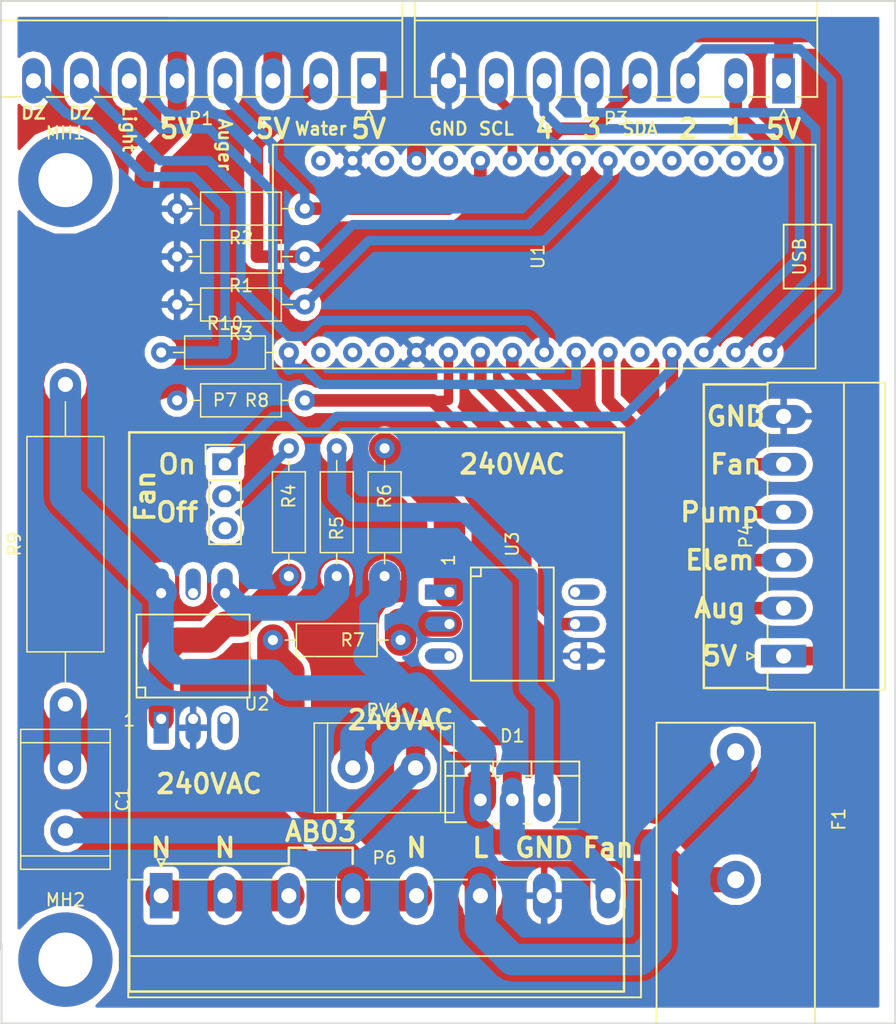
<source format=kicad_pcb>
(kicad_pcb (version 4) (host pcbnew 4.0.5+dfsg1-4)

  (general
    (links 57)
    (no_connects 0)
    (area 145.924999 54.534999 217.245001 135.965001)
    (thickness 1.6)
    (drawings 52)
    (tracks 225)
    (zones 0)
    (modules 24)
    (nets 47)
  )

  (page A4)
  (layers
    (0 F.Cu signal hide)
    (31 B.Cu signal)
    (32 B.Adhes user)
    (33 F.Adhes user)
    (34 B.Paste user)
    (35 F.Paste user)
    (36 B.SilkS user hide)
    (37 F.SilkS user)
    (38 B.Mask user)
    (39 F.Mask user)
    (40 Dwgs.User user)
    (41 Cmts.User user)
    (42 Eco1.User user)
    (43 Eco2.User user)
    (44 Edge.Cuts user)
    (45 Margin user)
    (46 B.CrtYd user)
    (47 F.CrtYd user)
    (48 B.Fab user)
    (49 F.Fab user)
  )

  (setup
    (last_trace_width 2)
    (user_trace_width 0.5)
    (user_trace_width 0.75)
    (user_trace_width 1)
    (user_trace_width 1.5)
    (user_trace_width 2)
    (user_trace_width 2.5)
    (trace_clearance 0.2)
    (zone_clearance 0.508)
    (zone_45_only no)
    (trace_min 0.2)
    (segment_width 0.2)
    (edge_width 0.15)
    (via_size 0.6)
    (via_drill 0.4)
    (via_min_size 0.4)
    (via_min_drill 0.3)
    (uvia_size 0.3)
    (uvia_drill 0.1)
    (uvias_allowed no)
    (uvia_min_size 0.2)
    (uvia_min_drill 0.1)
    (pcb_text_width 0.3)
    (pcb_text_size 1.5 1.5)
    (mod_edge_width 0.15)
    (mod_text_size 1 1)
    (mod_text_width 0.15)
    (pad_size 1.524 1.524)
    (pad_drill 0.762)
    (pad_to_mask_clearance 0.2)
    (aux_axis_origin 0 0)
    (visible_elements FFFFFF7F)
    (pcbplotparams
      (layerselection 0x00030_80000001)
      (usegerberextensions false)
      (excludeedgelayer true)
      (linewidth 0.100000)
      (plotframeref false)
      (viasonmask false)
      (mode 1)
      (useauxorigin false)
      (hpglpennumber 1)
      (hpglpenspeed 20)
      (hpglpendiameter 15)
      (hpglpenoverlay 2)
      (psnegative false)
      (psa4output false)
      (plotreference true)
      (plotvalue true)
      (plotinvisibletext false)
      (padsonsilk false)
      (subtractmaskfromsilk false)
      (outputformat 1)
      (mirror false)
      (drillshape 1)
      (scaleselection 1)
      (outputdirectory ""))
  )

  (net 0 "")
  (net 1 fan_out)
  (net 2 "Net-(D1-Pad1)")
  (net 3 "Net-(D1-Pad3)")
  (net 4 +5V)
  (net 5 water_temp)
  (net 6 light)
  (net 7 dz_pin)
  (net 8 dz_supply)
  (net 9 SDA)
  (net 10 SCL)
  (net 11 Button_1)
  (net 12 Button_2)
  (net 13 Button_3)
  (net 14 Button_4)
  (net 15 GND)
  (net 16 element)
  (net 17 pump)
  (net 18 /N)
  (net 19 /Neutral)
  (net 20 "Net-(R4-Pad1)")
  (net 21 "Net-(R5-Pad2)")
  (net 22 "Net-(R6-Pad2)")
  (net 23 "Net-(R7-Pad2)")
  (net 24 ac_in)
  (net 25 "Net-(U1-Pad2)")
  (net 26 "Net-(U1-Pad3)")
  (net 27 "Net-(U1-Pad4)")
  (net 28 "Net-(U1-Pad11)")
  (net 29 "Net-(U1-Pad13)")
  (net 30 "Net-(U1-Pad15)")
  (net 31 "Net-(U1-Pad16)")
  (net 32 "Net-(U1-Pad17)")
  (net 33 "Net-(U1-Pad18)")
  (net 34 "Net-(U1-Pad26)")
  (net 35 "Net-(U3-Pad6)")
  (net 36 auger_temp)
  (net 37 Out_auger)
  (net 38 "Net-(MH1-Pad1)")
  (net 39 "Net-(MH2-Pad1)")
  (net 40 "Net-(P7-Pad3)")
  (net 41 "Net-(P7-Pad2)")
  (net 42 "Net-(U1-Pad5)")
  (net 43 "Net-(C1-Pad1)")
  (net 44 "Net-(C1-Pad2)")
  (net 45 "Net-(P1-Pad8)")
  (net 46 "Net-(F1-Pad1)")

  (net_class Default "This is the default net class."
    (clearance 0.2)
    (trace_width 0.25)
    (via_dia 0.6)
    (via_drill 0.4)
    (uvia_dia 0.3)
    (uvia_drill 0.1)
    (add_net +5V)
    (add_net /N)
    (add_net /Neutral)
    (add_net Button_1)
    (add_net Button_2)
    (add_net Button_3)
    (add_net Button_4)
    (add_net GND)
    (add_net "Net-(C1-Pad1)")
    (add_net "Net-(C1-Pad2)")
    (add_net "Net-(D1-Pad1)")
    (add_net "Net-(D1-Pad3)")
    (add_net "Net-(F1-Pad1)")
    (add_net "Net-(MH1-Pad1)")
    (add_net "Net-(MH2-Pad1)")
    (add_net "Net-(P1-Pad8)")
    (add_net "Net-(P7-Pad2)")
    (add_net "Net-(P7-Pad3)")
    (add_net "Net-(R4-Pad1)")
    (add_net "Net-(R5-Pad2)")
    (add_net "Net-(R6-Pad2)")
    (add_net "Net-(R7-Pad2)")
    (add_net "Net-(U1-Pad11)")
    (add_net "Net-(U1-Pad13)")
    (add_net "Net-(U1-Pad15)")
    (add_net "Net-(U1-Pad16)")
    (add_net "Net-(U1-Pad17)")
    (add_net "Net-(U1-Pad18)")
    (add_net "Net-(U1-Pad2)")
    (add_net "Net-(U1-Pad26)")
    (add_net "Net-(U1-Pad3)")
    (add_net "Net-(U1-Pad4)")
    (add_net "Net-(U1-Pad5)")
    (add_net "Net-(U3-Pad6)")
    (add_net Out_auger)
    (add_net SCL)
    (add_net SDA)
    (add_net ac_in)
    (add_net auger_temp)
    (add_net dz_pin)
    (add_net dz_supply)
    (add_net element)
    (add_net fan_out)
    (add_net light)
    (add_net pump)
    (add_net water_temp)
  )

  (module Resistors_THT:R_Axial_DIN0207_L6.3mm_D2.5mm_P10.16mm_Horizontal (layer F.Cu) (tedit 58A56B0C) (tstamp 58A5462C)
    (at 170.18 71.12 180)
    (descr "Resistor, Axial_DIN0207 series, Axial, Horizontal, pin pitch=10.16mm, 0.25W = 1/4W, length*diameter=6.3*2.5mm^2, http://cdn-reichelt.de/documents/datenblatt/B400/1_4W%23YAG.pdf")
    (tags "Resistor Axial_DIN0207 series Axial Horizontal pin pitch 10.16mm 0.25W = 1/4W length 6.3mm diameter 2.5mm")
    (path /58A425D2)
    (fp_text reference R2 (at 5.08 -2.31 180) (layer F.SilkS)
      (effects (font (size 1 1) (thickness 0.15)))
    )
    (fp_text value 10k (at 5.08 0 180) (layer F.Fab)
      (effects (font (size 1 1) (thickness 0.15)))
    )
    (fp_line (start 1.93 -1.25) (end 1.93 1.25) (layer F.Fab) (width 0.1))
    (fp_line (start 1.93 1.25) (end 8.23 1.25) (layer F.Fab) (width 0.1))
    (fp_line (start 8.23 1.25) (end 8.23 -1.25) (layer F.Fab) (width 0.1))
    (fp_line (start 8.23 -1.25) (end 1.93 -1.25) (layer F.Fab) (width 0.1))
    (fp_line (start 0 0) (end 1.93 0) (layer F.Fab) (width 0.1))
    (fp_line (start 10.16 0) (end 8.23 0) (layer F.Fab) (width 0.1))
    (fp_line (start 1.87 -1.31) (end 1.87 1.31) (layer F.SilkS) (width 0.12))
    (fp_line (start 1.87 1.31) (end 8.29 1.31) (layer F.SilkS) (width 0.12))
    (fp_line (start 8.29 1.31) (end 8.29 -1.31) (layer F.SilkS) (width 0.12))
    (fp_line (start 8.29 -1.31) (end 1.87 -1.31) (layer F.SilkS) (width 0.12))
    (fp_line (start 0.98 0) (end 1.87 0) (layer F.SilkS) (width 0.12))
    (fp_line (start 9.18 0) (end 8.29 0) (layer F.SilkS) (width 0.12))
    (fp_line (start -1.05 -1.6) (end -1.05 1.6) (layer F.CrtYd) (width 0.05))
    (fp_line (start -1.05 1.6) (end 11.25 1.6) (layer F.CrtYd) (width 0.05))
    (fp_line (start 11.25 1.6) (end 11.25 -1.6) (layer F.CrtYd) (width 0.05))
    (fp_line (start 11.25 -1.6) (end -1.05 -1.6) (layer F.CrtYd) (width 0.05))
    (pad 1 thru_hole circle (at 0 0 180) (size 1.6 1.6) (drill 0.8) (layers *.Cu *.Mask)
      (net 36 auger_temp))
    (pad 2 thru_hole oval (at 10.16 0 180) (size 1.6 1.6) (drill 0.8) (layers *.Cu *.Mask)
      (net 15 GND))
    (model Resistors_ThroughHole.3dshapes/R_Axial_DIN0207_L6.3mm_D2.5mm_P10.16mm_Horizontal.wrl
      (at (xyz 0 0 0))
      (scale (xyz 0.393701 0.393701 0.393701))
      (rotate (xyz 0 0 0))
    )
  )

  (module Resistors_THT:R_Axial_DIN0207_L6.3mm_D2.5mm_P10.16mm_Horizontal (layer F.Cu) (tedit 58A56AFA) (tstamp 58A54616)
    (at 170.18 74.93 180)
    (descr "Resistor, Axial_DIN0207 series, Axial, Horizontal, pin pitch=10.16mm, 0.25W = 1/4W, length*diameter=6.3*2.5mm^2, http://cdn-reichelt.de/documents/datenblatt/B400/1_4W%23YAG.pdf")
    (tags "Resistor Axial_DIN0207 series Axial Horizontal pin pitch 10.16mm 0.25W = 1/4W length 6.3mm diameter 2.5mm")
    (path /58A424A5)
    (fp_text reference R1 (at 5.08 -2.31 180) (layer F.SilkS)
      (effects (font (size 1 1) (thickness 0.15)))
    )
    (fp_text value 10k (at 5.08 0 180) (layer F.Fab)
      (effects (font (size 1 1) (thickness 0.15)))
    )
    (fp_line (start 1.93 -1.25) (end 1.93 1.25) (layer F.Fab) (width 0.1))
    (fp_line (start 1.93 1.25) (end 8.23 1.25) (layer F.Fab) (width 0.1))
    (fp_line (start 8.23 1.25) (end 8.23 -1.25) (layer F.Fab) (width 0.1))
    (fp_line (start 8.23 -1.25) (end 1.93 -1.25) (layer F.Fab) (width 0.1))
    (fp_line (start 0 0) (end 1.93 0) (layer F.Fab) (width 0.1))
    (fp_line (start 10.16 0) (end 8.23 0) (layer F.Fab) (width 0.1))
    (fp_line (start 1.87 -1.31) (end 1.87 1.31) (layer F.SilkS) (width 0.12))
    (fp_line (start 1.87 1.31) (end 8.29 1.31) (layer F.SilkS) (width 0.12))
    (fp_line (start 8.29 1.31) (end 8.29 -1.31) (layer F.SilkS) (width 0.12))
    (fp_line (start 8.29 -1.31) (end 1.87 -1.31) (layer F.SilkS) (width 0.12))
    (fp_line (start 0.98 0) (end 1.87 0) (layer F.SilkS) (width 0.12))
    (fp_line (start 9.18 0) (end 8.29 0) (layer F.SilkS) (width 0.12))
    (fp_line (start -1.05 -1.6) (end -1.05 1.6) (layer F.CrtYd) (width 0.05))
    (fp_line (start -1.05 1.6) (end 11.25 1.6) (layer F.CrtYd) (width 0.05))
    (fp_line (start 11.25 1.6) (end 11.25 -1.6) (layer F.CrtYd) (width 0.05))
    (fp_line (start 11.25 -1.6) (end -1.05 -1.6) (layer F.CrtYd) (width 0.05))
    (pad 1 thru_hole circle (at 0 0 180) (size 1.6 1.6) (drill 0.8) (layers *.Cu *.Mask)
      (net 5 water_temp))
    (pad 2 thru_hole oval (at 10.16 0 180) (size 1.6 1.6) (drill 0.8) (layers *.Cu *.Mask)
      (net 15 GND))
    (model Resistors_ThroughHole.3dshapes/R_Axial_DIN0207_L6.3mm_D2.5mm_P10.16mm_Horizontal.wrl
      (at (xyz 0 0 0))
      (scale (xyz 0.393701 0.393701 0.393701))
      (rotate (xyz 0 0 0))
    )
  )

  (module Resistors_THT:R_Axial_DIN0207_L6.3mm_D2.5mm_P10.16mm_Horizontal (layer F.Cu) (tedit 58A56AEA) (tstamp 58A54642)
    (at 170.18 78.74 180)
    (descr "Resistor, Axial_DIN0207 series, Axial, Horizontal, pin pitch=10.16mm, 0.25W = 1/4W, length*diameter=6.3*2.5mm^2, http://cdn-reichelt.de/documents/datenblatt/B400/1_4W%23YAG.pdf")
    (tags "Resistor Axial_DIN0207 series Axial Horizontal pin pitch 10.16mm 0.25W = 1/4W length 6.3mm diameter 2.5mm")
    (path /58A42698)
    (fp_text reference R3 (at 5.08 -2.31 180) (layer F.SilkS)
      (effects (font (size 1 1) (thickness 0.15)))
    )
    (fp_text value 10k (at 5.08 0 180) (layer F.Fab)
      (effects (font (size 1 1) (thickness 0.15)))
    )
    (fp_line (start 1.93 -1.25) (end 1.93 1.25) (layer F.Fab) (width 0.1))
    (fp_line (start 1.93 1.25) (end 8.23 1.25) (layer F.Fab) (width 0.1))
    (fp_line (start 8.23 1.25) (end 8.23 -1.25) (layer F.Fab) (width 0.1))
    (fp_line (start 8.23 -1.25) (end 1.93 -1.25) (layer F.Fab) (width 0.1))
    (fp_line (start 0 0) (end 1.93 0) (layer F.Fab) (width 0.1))
    (fp_line (start 10.16 0) (end 8.23 0) (layer F.Fab) (width 0.1))
    (fp_line (start 1.87 -1.31) (end 1.87 1.31) (layer F.SilkS) (width 0.12))
    (fp_line (start 1.87 1.31) (end 8.29 1.31) (layer F.SilkS) (width 0.12))
    (fp_line (start 8.29 1.31) (end 8.29 -1.31) (layer F.SilkS) (width 0.12))
    (fp_line (start 8.29 -1.31) (end 1.87 -1.31) (layer F.SilkS) (width 0.12))
    (fp_line (start 0.98 0) (end 1.87 0) (layer F.SilkS) (width 0.12))
    (fp_line (start 9.18 0) (end 8.29 0) (layer F.SilkS) (width 0.12))
    (fp_line (start -1.05 -1.6) (end -1.05 1.6) (layer F.CrtYd) (width 0.05))
    (fp_line (start -1.05 1.6) (end 11.25 1.6) (layer F.CrtYd) (width 0.05))
    (fp_line (start 11.25 1.6) (end 11.25 -1.6) (layer F.CrtYd) (width 0.05))
    (fp_line (start 11.25 -1.6) (end -1.05 -1.6) (layer F.CrtYd) (width 0.05))
    (pad 1 thru_hole circle (at 0 0 180) (size 1.6 1.6) (drill 0.8) (layers *.Cu *.Mask)
      (net 6 light))
    (pad 2 thru_hole oval (at 10.16 0 180) (size 1.6 1.6) (drill 0.8) (layers *.Cu *.Mask)
      (net 15 GND))
    (model Resistors_ThroughHole.3dshapes/R_Axial_DIN0207_L6.3mm_D2.5mm_P10.16mm_Horizontal.wrl
      (at (xyz 0 0 0))
      (scale (xyz 0.393701 0.393701 0.393701))
      (rotate (xyz 0 0 0))
    )
  )

  (module Resistors_THT:R_Axial_DIN0207_L6.3mm_D2.5mm_P10.16mm_Horizontal (layer F.Cu) (tedit 58A56AD1) (tstamp 58A5469A)
    (at 167.64 105.41)
    (descr "Resistor, Axial_DIN0207 series, Axial, Horizontal, pin pitch=10.16mm, 0.25W = 1/4W, length*diameter=6.3*2.5mm^2, http://cdn-reichelt.de/documents/datenblatt/B400/1_4W%23YAG.pdf")
    (tags "Resistor Axial_DIN0207 series Axial Horizontal pin pitch 10.16mm 0.25W = 1/4W length 6.3mm diameter 2.5mm")
    (path /58A44A15)
    (fp_text reference R7 (at 6.35 0) (layer F.SilkS)
      (effects (font (size 1 1) (thickness 0.15)))
    )
    (fp_text value 15K (at 3.81 0) (layer F.Fab)
      (effects (font (size 1 1) (thickness 0.15)))
    )
    (fp_line (start 1.93 -1.25) (end 1.93 1.25) (layer F.Fab) (width 0.1))
    (fp_line (start 1.93 1.25) (end 8.23 1.25) (layer F.Fab) (width 0.1))
    (fp_line (start 8.23 1.25) (end 8.23 -1.25) (layer F.Fab) (width 0.1))
    (fp_line (start 8.23 -1.25) (end 1.93 -1.25) (layer F.Fab) (width 0.1))
    (fp_line (start 0 0) (end 1.93 0) (layer F.Fab) (width 0.1))
    (fp_line (start 10.16 0) (end 8.23 0) (layer F.Fab) (width 0.1))
    (fp_line (start 1.87 -1.31) (end 1.87 1.31) (layer F.SilkS) (width 0.12))
    (fp_line (start 1.87 1.31) (end 8.29 1.31) (layer F.SilkS) (width 0.12))
    (fp_line (start 8.29 1.31) (end 8.29 -1.31) (layer F.SilkS) (width 0.12))
    (fp_line (start 8.29 -1.31) (end 1.87 -1.31) (layer F.SilkS) (width 0.12))
    (fp_line (start 0.98 0) (end 1.87 0) (layer F.SilkS) (width 0.12))
    (fp_line (start 9.18 0) (end 8.29 0) (layer F.SilkS) (width 0.12))
    (fp_line (start -1.05 -1.6) (end -1.05 1.6) (layer F.CrtYd) (width 0.05))
    (fp_line (start -1.05 1.6) (end 11.25 1.6) (layer F.CrtYd) (width 0.05))
    (fp_line (start 11.25 1.6) (end 11.25 -1.6) (layer F.CrtYd) (width 0.05))
    (fp_line (start 11.25 -1.6) (end -1.05 -1.6) (layer F.CrtYd) (width 0.05))
    (pad 1 thru_hole circle (at 0 0) (size 1.6 1.6) (drill 0.8) (layers *.Cu *.Mask)
      (net 19 /Neutral))
    (pad 2 thru_hole oval (at 10.16 0) (size 1.6 1.6) (drill 0.8) (layers *.Cu *.Mask)
      (net 23 "Net-(R7-Pad2)"))
    (model Resistors_ThroughHole.3dshapes/R_Axial_DIN0207_L6.3mm_D2.5mm_P10.16mm_Horizontal.wrl
      (at (xyz 0 0 0))
      (scale (xyz 0.393701 0.393701 0.393701))
      (rotate (xyz 0 0 0))
    )
  )

  (module Resistors_THT:R_Axial_DIN0207_L6.3mm_D2.5mm_P10.16mm_Horizontal (layer F.Cu) (tedit 58A56AB0) (tstamp 58A546B0)
    (at 160.02 86.36)
    (descr "Resistor, Axial_DIN0207 series, Axial, Horizontal, pin pitch=10.16mm, 0.25W = 1/4W, length*diameter=6.3*2.5mm^2, http://cdn-reichelt.de/documents/datenblatt/B400/1_4W%23YAG.pdf")
    (tags "Resistor Axial_DIN0207 series Axial Horizontal pin pitch 10.16mm 0.25W = 1/4W length 6.3mm diameter 2.5mm")
    (path /58A4C49D)
    (fp_text reference R8 (at 6.35 0) (layer F.SilkS)
      (effects (font (size 1 1) (thickness 0.15)))
    )
    (fp_text value 10k (at 3.81 0) (layer F.Fab)
      (effects (font (size 1 1) (thickness 0.15)))
    )
    (fp_line (start 1.93 -1.25) (end 1.93 1.25) (layer F.Fab) (width 0.1))
    (fp_line (start 1.93 1.25) (end 8.23 1.25) (layer F.Fab) (width 0.1))
    (fp_line (start 8.23 1.25) (end 8.23 -1.25) (layer F.Fab) (width 0.1))
    (fp_line (start 8.23 -1.25) (end 1.93 -1.25) (layer F.Fab) (width 0.1))
    (fp_line (start 0 0) (end 1.93 0) (layer F.Fab) (width 0.1))
    (fp_line (start 10.16 0) (end 8.23 0) (layer F.Fab) (width 0.1))
    (fp_line (start 1.87 -1.31) (end 1.87 1.31) (layer F.SilkS) (width 0.12))
    (fp_line (start 1.87 1.31) (end 8.29 1.31) (layer F.SilkS) (width 0.12))
    (fp_line (start 8.29 1.31) (end 8.29 -1.31) (layer F.SilkS) (width 0.12))
    (fp_line (start 8.29 -1.31) (end 1.87 -1.31) (layer F.SilkS) (width 0.12))
    (fp_line (start 0.98 0) (end 1.87 0) (layer F.SilkS) (width 0.12))
    (fp_line (start 9.18 0) (end 8.29 0) (layer F.SilkS) (width 0.12))
    (fp_line (start -1.05 -1.6) (end -1.05 1.6) (layer F.CrtYd) (width 0.05))
    (fp_line (start -1.05 1.6) (end 11.25 1.6) (layer F.CrtYd) (width 0.05))
    (fp_line (start 11.25 1.6) (end 11.25 -1.6) (layer F.CrtYd) (width 0.05))
    (fp_line (start 11.25 -1.6) (end -1.05 -1.6) (layer F.CrtYd) (width 0.05))
    (pad 1 thru_hole circle (at 0 0) (size 1.6 1.6) (drill 0.8) (layers *.Cu *.Mask)
      (net 4 +5V))
    (pad 2 thru_hole oval (at 10.16 0) (size 1.6 1.6) (drill 0.8) (layers *.Cu *.Mask)
      (net 24 ac_in))
    (model Resistors_ThroughHole.3dshapes/R_Axial_DIN0207_L6.3mm_D2.5mm_P10.16mm_Horizontal.wrl
      (at (xyz 0 0 0))
      (scale (xyz 0.393701 0.393701 0.393701))
      (rotate (xyz 0 0 0))
    )
  )

  (module Resistors_THT:R_Axial_DIN0207_L6.3mm_D2.5mm_P10.16mm_Horizontal (layer F.Cu) (tedit 58A56A75) (tstamp 58A54658)
    (at 168.91 100.33 90)
    (descr "Resistor, Axial_DIN0207 series, Axial, Horizontal, pin pitch=10.16mm, 0.25W = 1/4W, length*diameter=6.3*2.5mm^2, http://cdn-reichelt.de/documents/datenblatt/B400/1_4W%23YAG.pdf")
    (tags "Resistor Axial_DIN0207 series Axial Horizontal pin pitch 10.16mm 0.25W = 1/4W length 6.3mm diameter 2.5mm")
    (path /58A438A3)
    (fp_text reference R4 (at 6.35 0 90) (layer F.SilkS)
      (effects (font (size 1 1) (thickness 0.15)))
    )
    (fp_text value 220 (at 3.81 0 90) (layer F.Fab)
      (effects (font (size 1 1) (thickness 0.15)))
    )
    (fp_line (start 1.93 -1.25) (end 1.93 1.25) (layer F.Fab) (width 0.1))
    (fp_line (start 1.93 1.25) (end 8.23 1.25) (layer F.Fab) (width 0.1))
    (fp_line (start 8.23 1.25) (end 8.23 -1.25) (layer F.Fab) (width 0.1))
    (fp_line (start 8.23 -1.25) (end 1.93 -1.25) (layer F.Fab) (width 0.1))
    (fp_line (start 0 0) (end 1.93 0) (layer F.Fab) (width 0.1))
    (fp_line (start 10.16 0) (end 8.23 0) (layer F.Fab) (width 0.1))
    (fp_line (start 1.87 -1.31) (end 1.87 1.31) (layer F.SilkS) (width 0.12))
    (fp_line (start 1.87 1.31) (end 8.29 1.31) (layer F.SilkS) (width 0.12))
    (fp_line (start 8.29 1.31) (end 8.29 -1.31) (layer F.SilkS) (width 0.12))
    (fp_line (start 8.29 -1.31) (end 1.87 -1.31) (layer F.SilkS) (width 0.12))
    (fp_line (start 0.98 0) (end 1.87 0) (layer F.SilkS) (width 0.12))
    (fp_line (start 9.18 0) (end 8.29 0) (layer F.SilkS) (width 0.12))
    (fp_line (start -1.05 -1.6) (end -1.05 1.6) (layer F.CrtYd) (width 0.05))
    (fp_line (start -1.05 1.6) (end 11.25 1.6) (layer F.CrtYd) (width 0.05))
    (fp_line (start 11.25 1.6) (end 11.25 -1.6) (layer F.CrtYd) (width 0.05))
    (fp_line (start 11.25 -1.6) (end -1.05 -1.6) (layer F.CrtYd) (width 0.05))
    (pad 1 thru_hole circle (at 0 0 90) (size 1.6 1.6) (drill 0.8) (layers *.Cu *.Mask)
      (net 20 "Net-(R4-Pad1)"))
    (pad 2 thru_hole oval (at 10.16 0 90) (size 1.6 1.6) (drill 0.8) (layers *.Cu *.Mask)
      (net 41 "Net-(P7-Pad2)"))
    (model Resistors_ThroughHole.3dshapes/R_Axial_DIN0207_L6.3mm_D2.5mm_P10.16mm_Horizontal.wrl
      (at (xyz 0 0 0))
      (scale (xyz 0.393701 0.393701 0.393701))
      (rotate (xyz 0 0 0))
    )
  )

  (module Resistors_THT:R_Axial_DIN0207_L6.3mm_D2.5mm_P10.16mm_Horizontal (layer F.Cu) (tedit 58A56A61) (tstamp 58A5466E)
    (at 172.72 90.17 270)
    (descr "Resistor, Axial_DIN0207 series, Axial, Horizontal, pin pitch=10.16mm, 0.25W = 1/4W, length*diameter=6.3*2.5mm^2, http://cdn-reichelt.de/documents/datenblatt/B400/1_4W%23YAG.pdf")
    (tags "Resistor Axial_DIN0207 series Axial Horizontal pin pitch 10.16mm 0.25W = 1/4W length 6.3mm diameter 2.5mm")
    (path /58A43ADC)
    (fp_text reference R5 (at 6.35 0 270) (layer F.SilkS)
      (effects (font (size 1 1) (thickness 0.15)))
    )
    (fp_text value 1.5k (at 3.81 0 270) (layer F.Fab)
      (effects (font (size 1 1) (thickness 0.15)))
    )
    (fp_line (start 1.93 -1.25) (end 1.93 1.25) (layer F.Fab) (width 0.1))
    (fp_line (start 1.93 1.25) (end 8.23 1.25) (layer F.Fab) (width 0.1))
    (fp_line (start 8.23 1.25) (end 8.23 -1.25) (layer F.Fab) (width 0.1))
    (fp_line (start 8.23 -1.25) (end 1.93 -1.25) (layer F.Fab) (width 0.1))
    (fp_line (start 0 0) (end 1.93 0) (layer F.Fab) (width 0.1))
    (fp_line (start 10.16 0) (end 8.23 0) (layer F.Fab) (width 0.1))
    (fp_line (start 1.87 -1.31) (end 1.87 1.31) (layer F.SilkS) (width 0.12))
    (fp_line (start 1.87 1.31) (end 8.29 1.31) (layer F.SilkS) (width 0.12))
    (fp_line (start 8.29 1.31) (end 8.29 -1.31) (layer F.SilkS) (width 0.12))
    (fp_line (start 8.29 -1.31) (end 1.87 -1.31) (layer F.SilkS) (width 0.12))
    (fp_line (start 0.98 0) (end 1.87 0) (layer F.SilkS) (width 0.12))
    (fp_line (start 9.18 0) (end 8.29 0) (layer F.SilkS) (width 0.12))
    (fp_line (start -1.05 -1.6) (end -1.05 1.6) (layer F.CrtYd) (width 0.05))
    (fp_line (start -1.05 1.6) (end 11.25 1.6) (layer F.CrtYd) (width 0.05))
    (fp_line (start 11.25 1.6) (end 11.25 -1.6) (layer F.CrtYd) (width 0.05))
    (fp_line (start 11.25 -1.6) (end -1.05 -1.6) (layer F.CrtYd) (width 0.05))
    (pad 1 thru_hole circle (at 0 0 270) (size 1.6 1.6) (drill 0.8) (layers *.Cu *.Mask)
      (net 3 "Net-(D1-Pad3)"))
    (pad 2 thru_hole oval (at 10.16 0 270) (size 1.6 1.6) (drill 0.8) (layers *.Cu *.Mask)
      (net 21 "Net-(R5-Pad2)"))
    (model Resistors_ThroughHole.3dshapes/R_Axial_DIN0207_L6.3mm_D2.5mm_P10.16mm_Horizontal.wrl
      (at (xyz 0 0 0))
      (scale (xyz 0.393701 0.393701 0.393701))
      (rotate (xyz 0 0 0))
    )
  )

  (module Resistors_THT:R_Axial_DIN0207_L6.3mm_D2.5mm_P10.16mm_Horizontal (layer F.Cu) (tedit 58A56A47) (tstamp 58A54684)
    (at 176.53 100.33 90)
    (descr "Resistor, Axial_DIN0207 series, Axial, Horizontal, pin pitch=10.16mm, 0.25W = 1/4W, length*diameter=6.3*2.5mm^2, http://cdn-reichelt.de/documents/datenblatt/B400/1_4W%23YAG.pdf")
    (tags "Resistor Axial_DIN0207 series Axial Horizontal pin pitch 10.16mm 0.25W = 1/4W length 6.3mm diameter 2.5mm")
    (path /58A44BB3)
    (fp_text reference R6 (at 6.35 0 90) (layer F.SilkS)
      (effects (font (size 1 1) (thickness 0.15)))
    )
    (fp_text value 15K (at 3.81 0 90) (layer F.Fab)
      (effects (font (size 1 1) (thickness 0.15)))
    )
    (fp_line (start 1.93 -1.25) (end 1.93 1.25) (layer F.Fab) (width 0.1))
    (fp_line (start 1.93 1.25) (end 8.23 1.25) (layer F.Fab) (width 0.1))
    (fp_line (start 8.23 1.25) (end 8.23 -1.25) (layer F.Fab) (width 0.1))
    (fp_line (start 8.23 -1.25) (end 1.93 -1.25) (layer F.Fab) (width 0.1))
    (fp_line (start 0 0) (end 1.93 0) (layer F.Fab) (width 0.1))
    (fp_line (start 10.16 0) (end 8.23 0) (layer F.Fab) (width 0.1))
    (fp_line (start 1.87 -1.31) (end 1.87 1.31) (layer F.SilkS) (width 0.12))
    (fp_line (start 1.87 1.31) (end 8.29 1.31) (layer F.SilkS) (width 0.12))
    (fp_line (start 8.29 1.31) (end 8.29 -1.31) (layer F.SilkS) (width 0.12))
    (fp_line (start 8.29 -1.31) (end 1.87 -1.31) (layer F.SilkS) (width 0.12))
    (fp_line (start 0.98 0) (end 1.87 0) (layer F.SilkS) (width 0.12))
    (fp_line (start 9.18 0) (end 8.29 0) (layer F.SilkS) (width 0.12))
    (fp_line (start -1.05 -1.6) (end -1.05 1.6) (layer F.CrtYd) (width 0.05))
    (fp_line (start -1.05 1.6) (end 11.25 1.6) (layer F.CrtYd) (width 0.05))
    (fp_line (start 11.25 1.6) (end 11.25 -1.6) (layer F.CrtYd) (width 0.05))
    (fp_line (start 11.25 -1.6) (end -1.05 -1.6) (layer F.CrtYd) (width 0.05))
    (pad 1 thru_hole circle (at 0 0 90) (size 1.6 1.6) (drill 0.8) (layers *.Cu *.Mask)
      (net 2 "Net-(D1-Pad1)"))
    (pad 2 thru_hole oval (at 10.16 0 90) (size 1.6 1.6) (drill 0.8) (layers *.Cu *.Mask)
      (net 22 "Net-(R6-Pad2)"))
    (model Resistors_ThroughHole.3dshapes/R_Axial_DIN0207_L6.3mm_D2.5mm_P10.16mm_Horizontal.wrl
      (at (xyz 0 0 0))
      (scale (xyz 0.393701 0.393701 0.393701))
      (rotate (xyz 0 0 0))
    )
  )

  (module Opto-Devices:Optocoupler_6pin_wide_Stile-I (layer F.Cu) (tedit 58A56283) (tstamp 58A546EC)
    (at 161.29 106.68)
    (descr "Optocoupler, 6pin,  wide (10mm pin, 8mm Pad), like CNY17")
    (tags "Optocoupler 6pin  wide (10mm pin 8mm Pad) like CNY17")
    (path /58A439B7)
    (fp_text reference U2 (at 5.08 3.81) (layer F.SilkS)
      (effects (font (size 1 1) (thickness 0.15)))
    )
    (fp_text value MOC3052M (at -6.35 0 90) (layer F.Fab)
      (effects (font (size 1 1) (thickness 0.15)))
    )
    (fp_text user 1 (at -5.08 5.08) (layer F.SilkS)
      (effects (font (size 1 1) (thickness 0.15)))
    )
    (fp_line (start -4.50088 2.49936) (end -3.79984 2.49936) (layer F.SilkS) (width 0.15))
    (fp_line (start -3.79984 2.49936) (end -3.79984 3.2004) (layer F.SilkS) (width 0.15))
    (fp_line (start -4.50088 -3.29946) (end 4.50088 -3.29946) (layer F.SilkS) (width 0.15))
    (fp_line (start 4.50088 -3.29946) (end 4.50088 3.29946) (layer F.SilkS) (width 0.15))
    (fp_line (start 4.50088 3.29946) (end -4.50088 3.29946) (layer F.SilkS) (width 0.15))
    (fp_line (start -4.50088 3.29946) (end -4.50088 -3.29946) (layer F.SilkS) (width 0.15))
    (pad 1 thru_hole rect (at -2.54 5.00126) (size 1.19888 2.49936) (drill 0.8001 (offset 0 0.70104)) (layers *.Cu *.Mask)
      (net 20 "Net-(R4-Pad1)"))
    (pad 2 thru_hole oval (at 0 5.00126) (size 1.19888 2.49936) (drill 0.8001 (offset 0 0.70104)) (layers *.Cu *.Mask)
      (net 15 GND))
    (pad 3 thru_hole oval (at 2.54 5.00126) (size 1.19888 2.49936) (drill 0.8001 (offset 0 0.70104)) (layers *.Cu *.Mask))
    (pad 4 thru_hole oval (at 2.54 -4.99872) (size 1.19888 2.49936) (drill 0.8001 (offset 0 -0.70104)) (layers *.Cu *.Mask)
      (net 21 "Net-(R5-Pad2)"))
    (pad 5 thru_hole oval (at 0 -4.99872) (size 1.19888 2.49936) (drill 0.8001 (offset 0 -0.70104)) (layers *.Cu *.Mask))
    (pad 6 thru_hole oval (at -2.54 -4.99872) (size 1.19888 2.49936) (drill 0.8001 (offset 0 -0.70104)) (layers *.Cu *.Mask)
      (net 2 "Net-(D1-Pad1)"))
  )

  (module TO_SOT_Packages_THT:TO-220_Neutral123_Vertical_LargePads (layer F.Cu) (tedit 58A55F99) (tstamp 58A54584)
    (at 186.69 118.11)
    (descr "TO-220, Neutral, Vertical, Large Pads,")
    (tags "TO-220, Neutral, Vertical, Large Pads,")
    (path /58A43BE6)
    (fp_text reference D1 (at 0 -5.08) (layer F.SilkS)
      (effects (font (size 1 1) (thickness 0.15)))
    )
    (fp_text value Q6015L5 (at 0 -3.81) (layer F.Fab)
      (effects (font (size 1 1) (thickness 0.15)))
    )
    (fp_line (start 5.334 -1.905) (end 3.429 -1.905) (layer F.SilkS) (width 0.15))
    (fp_line (start 0.889 -1.905) (end 1.651 -1.905) (layer F.SilkS) (width 0.15))
    (fp_line (start -1.524 -1.905) (end -1.651 -1.905) (layer F.SilkS) (width 0.15))
    (fp_line (start -1.524 -1.905) (end -0.889 -1.905) (layer F.SilkS) (width 0.15))
    (fp_line (start -5.334 -1.905) (end -3.556 -1.905) (layer F.SilkS) (width 0.15))
    (fp_line (start -5.334 1.778) (end -3.683 1.778) (layer F.SilkS) (width 0.15))
    (fp_line (start -1.016 1.905) (end -1.651 1.905) (layer F.SilkS) (width 0.15))
    (fp_line (start 1.524 1.905) (end 0.889 1.905) (layer F.SilkS) (width 0.15))
    (fp_line (start 5.334 1.778) (end 3.683 1.778) (layer F.SilkS) (width 0.15))
    (fp_line (start -1.524 -3.048) (end -1.524 -1.905) (layer F.SilkS) (width 0.15))
    (fp_line (start 1.524 -3.048) (end 1.524 -1.905) (layer F.SilkS) (width 0.15))
    (fp_line (start 5.334 -1.905) (end 5.334 1.778) (layer F.SilkS) (width 0.15))
    (fp_line (start -5.334 1.778) (end -5.334 -1.905) (layer F.SilkS) (width 0.15))
    (fp_line (start 5.334 -3.048) (end 5.334 -1.905) (layer F.SilkS) (width 0.15))
    (fp_line (start -5.334 -1.905) (end -5.334 -3.048) (layer F.SilkS) (width 0.15))
    (fp_line (start 0 -3.048) (end -5.334 -3.048) (layer F.SilkS) (width 0.15))
    (fp_line (start 0 -3.048) (end 5.334 -3.048) (layer F.SilkS) (width 0.15))
    (pad 2 thru_hole oval (at 0 0 90) (size 3.50012 1.69926) (drill 1.00076) (layers *.Cu *.Mask)
      (net 44 "Net-(C1-Pad2)"))
    (pad 1 thru_hole oval (at -2.54 0 90) (size 3.50012 1.69926) (drill 1.00076) (layers *.Cu *.Mask)
      (net 2 "Net-(D1-Pad1)"))
    (pad 3 thru_hole oval (at 2.54 0 90) (size 3.50012 1.69926) (drill 1.00076) (layers *.Cu *.Mask)
      (net 3 "Net-(D1-Pad3)"))
    (model TO_SOT_Packages_THT.3dshapes/TO-220_Neutral123_Vertical_LargePads.wrl
      (at (xyz 0 0 0))
      (scale (xyz 0.3937 0.3937 0.3937))
      (rotate (xyz 0 0 0))
    )
  )

  (module Opto-Devices:Optocoupler_6pin_wide_Stile-I (layer F.Cu) (tedit 58A55961) (tstamp 58A546FD)
    (at 186.69 104.14 270)
    (descr "Optocoupler, 6pin,  wide (10mm pin, 8mm Pad), like CNY17")
    (tags "Optocoupler 6pin  wide (10mm pin 8mm Pad) like CNY17")
    (path /58A44698)
    (fp_text reference U3 (at -6.35 0 270) (layer F.SilkS)
      (effects (font (size 1 1) (thickness 0.15)))
    )
    (fp_text value H11AA1 (at 5.08 0 360) (layer F.Fab)
      (effects (font (size 1 1) (thickness 0.15)))
    )
    (fp_text user 1 (at -5.08 5.08 270) (layer F.SilkS)
      (effects (font (size 1 1) (thickness 0.15)))
    )
    (fp_line (start -4.50088 2.49936) (end -3.79984 2.49936) (layer F.SilkS) (width 0.15))
    (fp_line (start -3.79984 2.49936) (end -3.79984 3.2004) (layer F.SilkS) (width 0.15))
    (fp_line (start -4.50088 -3.29946) (end 4.50088 -3.29946) (layer F.SilkS) (width 0.15))
    (fp_line (start 4.50088 -3.29946) (end 4.50088 3.29946) (layer F.SilkS) (width 0.15))
    (fp_line (start 4.50088 3.29946) (end -4.50088 3.29946) (layer F.SilkS) (width 0.15))
    (fp_line (start -4.50088 3.29946) (end -4.50088 -3.29946) (layer F.SilkS) (width 0.15))
    (pad 1 thru_hole rect (at -2.54 5.00126 270) (size 1.19888 2.49936) (drill 0.8001 (offset 0 0.70104)) (layers *.Cu *.Mask)
      (net 22 "Net-(R6-Pad2)"))
    (pad 2 thru_hole oval (at 0 5.00126 270) (size 1.19888 2.49936) (drill 0.8001 (offset 0 0.70104)) (layers *.Cu *.Mask)
      (net 23 "Net-(R7-Pad2)"))
    (pad 3 thru_hole oval (at 2.54 5.00126 270) (size 1.19888 2.49936) (drill 0.8001 (offset 0 0.70104)) (layers *.Cu *.Mask))
    (pad 4 thru_hole oval (at 2.54 -4.99872 270) (size 1.19888 2.49936) (drill 0.8001 (offset 0 -0.70104)) (layers *.Cu *.Mask)
      (net 15 GND))
    (pad 5 thru_hole oval (at 0 -4.99872 270) (size 1.19888 2.49936) (drill 0.8001 (offset 0 -0.70104)) (layers *.Cu *.Mask)
      (net 24 ac_in))
    (pad 6 thru_hole oval (at -2.54 -4.99872 270) (size 1.19888 2.49936) (drill 0.8001 (offset 0 -0.70104)) (layers *.Cu *.Mask)
      (net 35 "Net-(U3-Pad6)"))
  )

  (module Connectors_Phoenix:PhoenixContact_MC-G_08x3.81mm_Angled (layer F.Cu) (tedit 5797DB13) (tstamp 58A545A4)
    (at 175.26 60.96 180)
    (descr "Generic Phoenix Contact connector footprint for series: MC-G; number of pins: 08; pin pitch: 3.81mm; Angled || order number: 1803332 8A 160V")
    (tags "phoenix_contact connector MC_01x08_G_3.81mm")
    (path /58A4F40C)
    (fp_text reference P1 (at 13.335 -3 180) (layer F.SilkS)
      (effects (font (size 1 1) (thickness 0.15)))
    )
    (fp_text value CONN_01X08 (at 13.335 9.5 180) (layer F.Fab)
      (effects (font (size 1 1) (thickness 0.15)))
    )
    (fp_line (start -2.68 -1.28) (end -2.68 8.08) (layer F.SilkS) (width 0.15))
    (fp_line (start -2.68 8.08) (end 29.35 8.08) (layer F.SilkS) (width 0.15))
    (fp_line (start 29.35 8.08) (end 29.35 -1.28) (layer F.SilkS) (width 0.15))
    (fp_line (start -2.68 -1.28) (end -1.05 -1.28) (layer F.SilkS) (width 0.15))
    (fp_line (start 29.35 -1.28) (end 27.72 -1.28) (layer F.SilkS) (width 0.15))
    (fp_line (start 1.05 -1.28) (end 2.76 -1.28) (layer F.SilkS) (width 0.15))
    (fp_line (start 4.86 -1.28) (end 6.57 -1.28) (layer F.SilkS) (width 0.15))
    (fp_line (start 8.67 -1.28) (end 10.38 -1.28) (layer F.SilkS) (width 0.15))
    (fp_line (start 12.48 -1.28) (end 14.19 -1.28) (layer F.SilkS) (width 0.15))
    (fp_line (start 16.29 -1.28) (end 18 -1.28) (layer F.SilkS) (width 0.15))
    (fp_line (start 20.1 -1.28) (end 21.81 -1.28) (layer F.SilkS) (width 0.15))
    (fp_line (start 23.91 -1.28) (end 25.62 -1.28) (layer F.SilkS) (width 0.15))
    (fp_line (start -2.68 4.8) (end 29.35 4.8) (layer F.SilkS) (width 0.15))
    (fp_line (start -3.2 -2.3) (end -3.2 8.5) (layer F.CrtYd) (width 0.05))
    (fp_line (start -3.2 8.5) (end 29.75 8.5) (layer F.CrtYd) (width 0.05))
    (fp_line (start 29.75 8.5) (end 29.75 -2.3) (layer F.CrtYd) (width 0.05))
    (fp_line (start 29.75 -2.3) (end -3.2 -2.3) (layer F.CrtYd) (width 0.05))
    (fp_line (start 0 -2.3) (end 0.3 -2.9) (layer F.SilkS) (width 0.15))
    (fp_line (start 0.3 -2.9) (end -0.3 -2.9) (layer F.SilkS) (width 0.15))
    (fp_line (start -0.3 -2.9) (end 0 -2.3) (layer F.SilkS) (width 0.15))
    (pad 1 thru_hole rect (at 0 0 180) (size 1.8 3.6) (drill 1.2) (layers *.Cu *.Mask)
      (net 4 +5V))
    (pad 2 thru_hole oval (at 3.81 0 180) (size 1.8 3.6) (drill 1.2) (layers *.Cu *.Mask)
      (net 5 water_temp))
    (pad 3 thru_hole oval (at 7.62 0 180) (size 1.8 3.6) (drill 1.2) (layers *.Cu *.Mask)
      (net 4 +5V))
    (pad 4 thru_hole oval (at 11.43 0 180) (size 1.8 3.6) (drill 1.2) (layers *.Cu *.Mask)
      (net 36 auger_temp))
    (pad 5 thru_hole oval (at 15.24 0 180) (size 1.8 3.6) (drill 1.2) (layers *.Cu *.Mask)
      (net 4 +5V))
    (pad 6 thru_hole oval (at 19.05 0 180) (size 1.8 3.6) (drill 1.2) (layers *.Cu *.Mask)
      (net 6 light))
    (pad 7 thru_hole oval (at 22.86 0 180) (size 1.8 3.6) (drill 1.2) (layers *.Cu *.Mask)
      (net 7 dz_pin))
    (pad 8 thru_hole oval (at 26.67 0 180) (size 1.8 3.6) (drill 1.2) (layers *.Cu *.Mask)
      (net 45 "Net-(P1-Pad8)"))
    (model Connectors_Phoenix.3dshapes/PhoenixContact_MC-G_08x3.81mm_Angled.wrl
      (at (xyz 0 0 0))
      (scale (xyz 1 1 1))
      (rotate (xyz 0 0 0))
    )
  )

  (module Connectors_Phoenix:PhoenixContact_MC-G_08x3.81mm_Angled (layer F.Cu) (tedit 5797DB13) (tstamp 58A545C4)
    (at 208.28 60.96 180)
    (descr "Generic Phoenix Contact connector footprint for series: MC-G; number of pins: 08; pin pitch: 3.81mm; Angled || order number: 1803332 8A 160V")
    (tags "phoenix_contact connector MC_01x08_G_3.81mm")
    (path /58A4BFF2)
    (fp_text reference P3 (at 13.335 -3 180) (layer F.SilkS)
      (effects (font (size 1 1) (thickness 0.15)))
    )
    (fp_text value LCD_Button (at 13.335 9.5 180) (layer F.Fab)
      (effects (font (size 1 1) (thickness 0.15)))
    )
    (fp_line (start -2.68 -1.28) (end -2.68 8.08) (layer F.SilkS) (width 0.15))
    (fp_line (start -2.68 8.08) (end 29.35 8.08) (layer F.SilkS) (width 0.15))
    (fp_line (start 29.35 8.08) (end 29.35 -1.28) (layer F.SilkS) (width 0.15))
    (fp_line (start -2.68 -1.28) (end -1.05 -1.28) (layer F.SilkS) (width 0.15))
    (fp_line (start 29.35 -1.28) (end 27.72 -1.28) (layer F.SilkS) (width 0.15))
    (fp_line (start 1.05 -1.28) (end 2.76 -1.28) (layer F.SilkS) (width 0.15))
    (fp_line (start 4.86 -1.28) (end 6.57 -1.28) (layer F.SilkS) (width 0.15))
    (fp_line (start 8.67 -1.28) (end 10.38 -1.28) (layer F.SilkS) (width 0.15))
    (fp_line (start 12.48 -1.28) (end 14.19 -1.28) (layer F.SilkS) (width 0.15))
    (fp_line (start 16.29 -1.28) (end 18 -1.28) (layer F.SilkS) (width 0.15))
    (fp_line (start 20.1 -1.28) (end 21.81 -1.28) (layer F.SilkS) (width 0.15))
    (fp_line (start 23.91 -1.28) (end 25.62 -1.28) (layer F.SilkS) (width 0.15))
    (fp_line (start -2.68 4.8) (end 29.35 4.8) (layer F.SilkS) (width 0.15))
    (fp_line (start -3.2 -2.3) (end -3.2 8.5) (layer F.CrtYd) (width 0.05))
    (fp_line (start -3.2 8.5) (end 29.75 8.5) (layer F.CrtYd) (width 0.05))
    (fp_line (start 29.75 8.5) (end 29.75 -2.3) (layer F.CrtYd) (width 0.05))
    (fp_line (start 29.75 -2.3) (end -3.2 -2.3) (layer F.CrtYd) (width 0.05))
    (fp_line (start 0 -2.3) (end 0.3 -2.9) (layer F.SilkS) (width 0.15))
    (fp_line (start 0.3 -2.9) (end -0.3 -2.9) (layer F.SilkS) (width 0.15))
    (fp_line (start -0.3 -2.9) (end 0 -2.3) (layer F.SilkS) (width 0.15))
    (pad 1 thru_hole rect (at 0 0 180) (size 1.8 3.6) (drill 1.2) (layers *.Cu *.Mask)
      (net 4 +5V))
    (pad 2 thru_hole oval (at 3.81 0 180) (size 1.8 3.6) (drill 1.2) (layers *.Cu *.Mask)
      (net 11 Button_1))
    (pad 3 thru_hole oval (at 7.62 0 180) (size 1.8 3.6) (drill 1.2) (layers *.Cu *.Mask)
      (net 12 Button_2))
    (pad 4 thru_hole oval (at 11.43 0 180) (size 1.8 3.6) (drill 1.2) (layers *.Cu *.Mask)
      (net 9 SDA))
    (pad 5 thru_hole oval (at 15.24 0 180) (size 1.8 3.6) (drill 1.2) (layers *.Cu *.Mask)
      (net 13 Button_3))
    (pad 6 thru_hole oval (at 19.05 0 180) (size 1.8 3.6) (drill 1.2) (layers *.Cu *.Mask)
      (net 14 Button_4))
    (pad 7 thru_hole oval (at 22.86 0 180) (size 1.8 3.6) (drill 1.2) (layers *.Cu *.Mask)
      (net 10 SCL))
    (pad 8 thru_hole oval (at 26.67 0 180) (size 1.8 3.6) (drill 1.2) (layers *.Cu *.Mask)
      (net 15 GND))
    (model Connectors_Phoenix.3dshapes/PhoenixContact_MC-G_08x3.81mm_Angled.wrl
      (at (xyz 0 0 0))
      (scale (xyz 1 1 1))
      (rotate (xyz 0 0 0))
    )
  )

  (module Connectors_Phoenix:PhoenixContact_MC-G_06x3.81mm_Angled (layer F.Cu) (tedit 5797DB13) (tstamp 58A545E0)
    (at 208.28 106.68 90)
    (descr "Generic Phoenix Contact connector footprint for series: MC-G; number of pins: 06; pin pitch: 3.81mm; Angled || order number: 1803316 8A 160V")
    (tags "phoenix_contact connector MC_01x06_G_3.81mm")
    (path /58A43E71)
    (fp_text reference P4 (at 9.525 -3 90) (layer F.SilkS)
      (effects (font (size 1 1) (thickness 0.15)))
    )
    (fp_text value CONN_01X06 (at 9.525 9.5 90) (layer F.Fab)
      (effects (font (size 1 1) (thickness 0.15)))
    )
    (fp_line (start -2.68 -1.28) (end -2.68 8.08) (layer F.SilkS) (width 0.15))
    (fp_line (start -2.68 8.08) (end 21.73 8.08) (layer F.SilkS) (width 0.15))
    (fp_line (start 21.73 8.08) (end 21.73 -1.28) (layer F.SilkS) (width 0.15))
    (fp_line (start -2.68 -1.28) (end -1.05 -1.28) (layer F.SilkS) (width 0.15))
    (fp_line (start 21.73 -1.28) (end 20.1 -1.28) (layer F.SilkS) (width 0.15))
    (fp_line (start 1.05 -1.28) (end 2.76 -1.28) (layer F.SilkS) (width 0.15))
    (fp_line (start 4.86 -1.28) (end 6.57 -1.28) (layer F.SilkS) (width 0.15))
    (fp_line (start 8.67 -1.28) (end 10.38 -1.28) (layer F.SilkS) (width 0.15))
    (fp_line (start 12.48 -1.28) (end 14.19 -1.28) (layer F.SilkS) (width 0.15))
    (fp_line (start 16.29 -1.28) (end 18 -1.28) (layer F.SilkS) (width 0.15))
    (fp_line (start -2.68 4.8) (end 21.73 4.8) (layer F.SilkS) (width 0.15))
    (fp_line (start -3.2 -2.3) (end -3.2 8.5) (layer F.CrtYd) (width 0.05))
    (fp_line (start -3.2 8.5) (end 22.15 8.5) (layer F.CrtYd) (width 0.05))
    (fp_line (start 22.15 8.5) (end 22.15 -2.3) (layer F.CrtYd) (width 0.05))
    (fp_line (start 22.15 -2.3) (end -3.2 -2.3) (layer F.CrtYd) (width 0.05))
    (fp_line (start 0 -2.3) (end 0.3 -2.9) (layer F.SilkS) (width 0.15))
    (fp_line (start 0.3 -2.9) (end -0.3 -2.9) (layer F.SilkS) (width 0.15))
    (fp_line (start -0.3 -2.9) (end 0 -2.3) (layer F.SilkS) (width 0.15))
    (pad 1 thru_hole rect (at 0 0 90) (size 1.8 3.6) (drill 1.2) (layers *.Cu *.Mask)
      (net 4 +5V))
    (pad 2 thru_hole oval (at 3.81 0 90) (size 1.8 3.6) (drill 1.2) (layers *.Cu *.Mask)
      (net 37 Out_auger))
    (pad 3 thru_hole oval (at 7.62 0 90) (size 1.8 3.6) (drill 1.2) (layers *.Cu *.Mask)
      (net 16 element))
    (pad 4 thru_hole oval (at 11.43 0 90) (size 1.8 3.6) (drill 1.2) (layers *.Cu *.Mask)
      (net 17 pump))
    (pad 5 thru_hole oval (at 15.24 0 90) (size 1.8 3.6) (drill 1.2) (layers *.Cu *.Mask)
      (net 1 fan_out))
    (pad 6 thru_hole oval (at 19.05 0 90) (size 1.8 3.6) (drill 1.2) (layers *.Cu *.Mask)
      (net 15 GND))
    (model Connectors_Phoenix.3dshapes/PhoenixContact_MC-G_06x3.81mm_Angled.wrl
      (at (xyz 0 0 0))
      (scale (xyz 1 1 1))
      (rotate (xyz 0 0 0))
    )
  )

  (module Connectors_Phoenix:PhoenixContact_MC-G_08x5.08mm_Angled (layer F.Cu) (tedit 5797DB13) (tstamp 58A54600)
    (at 158.75 125.73)
    (descr "Generic Phoenix Contact connector footprint for series: MC-G; number of pins: 08; pin pitch: 5.08mm; Angled || order number: 1836244 8A 320V")
    (tags "phoenix_contact connector MC_01x08_G_5.08mm")
    (path /58A4C957)
    (fp_text reference P6 (at 17.78 -3) (layer F.SilkS)
      (effects (font (size 1 1) (thickness 0.15)))
    )
    (fp_text value 240_CONN_Therm_on_3_4 (at 17.78 9.5) (layer F.Fab)
      (effects (font (size 1 1) (thickness 0.15)))
    )
    (fp_line (start -2.62 -1.28) (end -2.62 8.08) (layer F.SilkS) (width 0.15))
    (fp_line (start -2.62 8.08) (end 38.18 8.08) (layer F.SilkS) (width 0.15))
    (fp_line (start 38.18 8.08) (end 38.18 -1.28) (layer F.SilkS) (width 0.15))
    (fp_line (start -2.62 -1.28) (end -1.05 -1.28) (layer F.SilkS) (width 0.15))
    (fp_line (start 38.18 -1.28) (end 36.61 -1.28) (layer F.SilkS) (width 0.15))
    (fp_line (start 1.05 -1.28) (end 4.03 -1.28) (layer F.SilkS) (width 0.15))
    (fp_line (start 6.13 -1.28) (end 9.11 -1.28) (layer F.SilkS) (width 0.15))
    (fp_line (start 11.21 -1.28) (end 14.19 -1.28) (layer F.SilkS) (width 0.15))
    (fp_line (start 16.29 -1.28) (end 19.27 -1.28) (layer F.SilkS) (width 0.15))
    (fp_line (start 21.37 -1.28) (end 24.35 -1.28) (layer F.SilkS) (width 0.15))
    (fp_line (start 26.45 -1.28) (end 29.43 -1.28) (layer F.SilkS) (width 0.15))
    (fp_line (start 31.53 -1.28) (end 34.51 -1.28) (layer F.SilkS) (width 0.15))
    (fp_line (start -2.62 4.8) (end 38.18 4.8) (layer F.SilkS) (width 0.15))
    (fp_line (start -3.1 -2.3) (end -3.1 8.5) (layer F.CrtYd) (width 0.05))
    (fp_line (start -3.1 8.5) (end 38.6 8.5) (layer F.CrtYd) (width 0.05))
    (fp_line (start 38.6 8.5) (end 38.6 -2.3) (layer F.CrtYd) (width 0.05))
    (fp_line (start 38.6 -2.3) (end -3.1 -2.3) (layer F.CrtYd) (width 0.05))
    (fp_line (start 0 -2.3) (end 0.3 -2.9) (layer F.SilkS) (width 0.15))
    (fp_line (start 0.3 -2.9) (end -0.3 -2.9) (layer F.SilkS) (width 0.15))
    (fp_line (start -0.3 -2.9) (end 0 -2.3) (layer F.SilkS) (width 0.15))
    (pad 1 thru_hole rect (at 0 0) (size 1.8 3.6) (drill 1.2) (layers *.Cu *.Mask)
      (net 18 /N))
    (pad 2 thru_hole oval (at 5.08 0) (size 1.8 3.6) (drill 1.2) (layers *.Cu *.Mask)
      (net 18 /N))
    (pad 3 thru_hole oval (at 10.16 0) (size 1.8 3.6) (drill 1.2) (layers *.Cu *.Mask)
      (net 18 /N))
    (pad 4 thru_hole oval (at 15.24 0) (size 1.8 3.6) (drill 1.2) (layers *.Cu *.Mask)
      (net 19 /Neutral))
    (pad 5 thru_hole oval (at 20.32 0) (size 1.8 3.6) (drill 1.2) (layers *.Cu *.Mask)
      (net 19 /Neutral))
    (pad 6 thru_hole oval (at 25.4 0) (size 1.8 3.6) (drill 1.2) (layers *.Cu *.Mask)
      (net 46 "Net-(F1-Pad1)"))
    (pad 7 thru_hole oval (at 30.48 0) (size 1.8 3.6) (drill 1.2) (layers *.Cu *.Mask)
      (net 15 GND))
    (pad 8 thru_hole oval (at 35.56 0) (size 1.8 3.6) (drill 1.2) (layers *.Cu *.Mask)
      (net 44 "Net-(C1-Pad2)"))
    (model Connectors_Phoenix.3dshapes/PhoenixContact_MC-G_08x5.08mm_Angled.wrl
      (at (xyz 0 0 0))
      (scale (xyz 1 1 1))
      (rotate (xyz 0 0 0))
    )
  )

  (module arduino_nano:ArduinoNano (layer F.Cu) (tedit 580B26E4) (tstamp 58A546DB)
    (at 189.23 74.93 270)
    (path /58A421C5)
    (fp_text reference U1 (at 0 0.5 270) (layer F.SilkS)
      (effects (font (size 1 1) (thickness 0.15)))
    )
    (fp_text value arduino_nano (at 0 11.43 270) (layer F.Fab)
      (effects (font (size 1 1) (thickness 0.15)))
    )
    (fp_text user USB (at 0 -20.32 270) (layer F.SilkS)
      (effects (font (size 1 1) (thickness 0.15)))
    )
    (fp_line (start -2.54 -22.86) (end -2.54 -19.05) (layer F.SilkS) (width 0.15))
    (fp_line (start -2.54 -19.05) (end 2.54 -19.05) (layer F.SilkS) (width 0.15))
    (fp_line (start 2.54 -19.05) (end 2.54 -22.86) (layer F.SilkS) (width 0.15))
    (fp_line (start 2.54 -22.86) (end -2.54 -22.86) (layer F.SilkS) (width 0.15))
    (fp_line (start -8.89 21.59) (end 8.89 21.59) (layer F.SilkS) (width 0.15))
    (fp_line (start 8.89 21.59) (end 8.89 -21.59) (layer F.SilkS) (width 0.15))
    (fp_line (start 8.89 -21.59) (end -8.89 -21.59) (layer F.SilkS) (width 0.15))
    (fp_line (start -8.89 -21.59) (end -8.89 21.59) (layer F.SilkS) (width 0.15))
    (pad 1 thru_hole circle (at -7.62 -17.78 270) (size 1.524 1.524) (drill 0.762) (layers *.Cu *.Mask)
      (net 11 Button_1))
    (pad 2 thru_hole circle (at -7.62 -15.24 270) (size 1.524 1.524) (drill 0.762) (layers *.Cu *.Mask)
      (net 25 "Net-(U1-Pad2)"))
    (pad 3 thru_hole circle (at -7.62 -12.7 270) (size 1.524 1.524) (drill 0.762) (layers *.Cu *.Mask)
      (net 26 "Net-(U1-Pad3)"))
    (pad 4 thru_hole circle (at -7.62 -10.16 270) (size 1.524 1.524) (drill 0.762) (layers *.Cu *.Mask)
      (net 27 "Net-(U1-Pad4)"))
    (pad 5 thru_hole circle (at -7.62 -7.62 270) (size 1.524 1.524) (drill 0.762) (layers *.Cu *.Mask)
      (net 42 "Net-(U1-Pad5)"))
    (pad 6 thru_hole circle (at -7.62 -5.08 270) (size 1.524 1.524) (drill 0.762) (layers *.Cu *.Mask)
      (net 6 light))
    (pad 7 thru_hole circle (at -7.62 -2.54 270) (size 1.524 1.524) (drill 0.762) (layers *.Cu *.Mask)
      (net 5 water_temp))
    (pad 8 thru_hole circle (at -7.62 0 270) (size 1.524 1.524) (drill 0.762) (layers *.Cu *.Mask)
      (net 9 SDA))
    (pad 9 thru_hole circle (at -7.62 2.54 270) (size 1.524 1.524) (drill 0.762) (layers *.Cu *.Mask)
      (net 10 SCL))
    (pad 10 thru_hole circle (at -7.62 5.08 270) (size 1.524 1.524) (drill 0.762) (layers *.Cu *.Mask)
      (net 36 auger_temp))
    (pad 11 thru_hole circle (at -7.62 7.62 270) (size 1.524 1.524) (drill 0.762) (layers *.Cu *.Mask)
      (net 28 "Net-(U1-Pad11)"))
    (pad 12 thru_hole circle (at -7.62 10.16 270) (size 1.524 1.524) (drill 0.762) (layers *.Cu *.Mask)
      (net 4 +5V))
    (pad 13 thru_hole circle (at -7.62 12.7 270) (size 1.524 1.524) (drill 0.762) (layers *.Cu *.Mask)
      (net 29 "Net-(U1-Pad13)"))
    (pad 14 thru_hole circle (at -7.62 15.24 270) (size 1.524 1.524) (drill 0.762) (layers *.Cu *.Mask)
      (net 15 GND))
    (pad 15 thru_hole circle (at -7.62 17.78 270) (size 1.524 1.524) (drill 0.762) (layers *.Cu *.Mask)
      (net 30 "Net-(U1-Pad15)"))
    (pad 16 thru_hole circle (at 7.62 17.78 270) (size 1.524 1.524) (drill 0.762) (layers *.Cu *.Mask)
      (net 31 "Net-(U1-Pad16)"))
    (pad 17 thru_hole circle (at 7.62 15.24 270) (size 1.524 1.524) (drill 0.762) (layers *.Cu *.Mask)
      (net 32 "Net-(U1-Pad17)"))
    (pad 18 thru_hole circle (at 7.62 12.7 270) (size 1.524 1.524) (drill 0.762) (layers *.Cu *.Mask)
      (net 33 "Net-(U1-Pad18)"))
    (pad 19 thru_hole circle (at 7.62 10.16 270) (size 1.524 1.524) (drill 0.762) (layers *.Cu *.Mask)
      (net 15 GND))
    (pad 20 thru_hole circle (at 7.62 7.62 270) (size 1.524 1.524) (drill 0.762) (layers *.Cu *.Mask)
      (net 24 ac_in))
    (pad 21 thru_hole circle (at 7.62 5.08 270) (size 1.524 1.524) (drill 0.762) (layers *.Cu *.Mask)
      (net 37 Out_auger))
    (pad 22 thru_hole circle (at 7.62 2.54 270) (size 1.524 1.524) (drill 0.762) (layers *.Cu *.Mask)
      (net 16 element))
    (pad 23 thru_hole circle (at 7.62 0 270) (size 1.524 1.524) (drill 0.762) (layers *.Cu *.Mask)
      (net 7 dz_pin))
    (pad 24 thru_hole circle (at 7.62 -2.54 270) (size 1.524 1.524) (drill 0.762) (layers *.Cu *.Mask)
      (net 8 dz_supply))
    (pad 25 thru_hole circle (at 7.62 -5.08 270) (size 1.524 1.524) (drill 0.762) (layers *.Cu *.Mask)
      (net 17 pump))
    (pad 26 thru_hole circle (at 7.62 -7.62 270) (size 1.524 1.524) (drill 0.762) (layers *.Cu *.Mask)
      (net 34 "Net-(U1-Pad26)"))
    (pad 27 thru_hole circle (at 7.62 -10.16 270) (size 1.524 1.524) (drill 0.762) (layers *.Cu *.Mask)
      (net 1 fan_out))
    (pad 28 thru_hole circle (at 7.62 -12.7 270) (size 1.524 1.524) (drill 0.762) (layers *.Cu *.Mask)
      (net 14 Button_4))
    (pad 29 thru_hole circle (at 7.62 -15.24 270) (size 1.524 1.524) (drill 0.762) (layers *.Cu *.Mask)
      (net 13 Button_3))
    (pad 30 thru_hole circle (at 7.62 -17.78 270) (size 1.524 1.524) (drill 0.762) (layers *.Cu *.Mask)
      (net 12 Button_2))
  )

  (module Mounting_Holes:MountingHole_4.3mm_M4_DIN965_Pad (layer F.Cu) (tedit 56D1B4CB) (tstamp 58A5651B)
    (at 151.13 130.81)
    (descr "Mounting Hole 4.3mm, M4, DIN965")
    (tags "mounting hole 4.3mm m4 din965")
    (path /58A536C4)
    (fp_text reference MH2 (at 0 -4.75) (layer F.SilkS)
      (effects (font (size 1 1) (thickness 0.15)))
    )
    (fp_text value Mounting_hole (at 0 4.75) (layer F.Fab)
      (effects (font (size 1 1) (thickness 0.15)))
    )
    (fp_circle (center 0 0) (end 3.75 0) (layer Cmts.User) (width 0.15))
    (fp_circle (center 0 0) (end 4 0) (layer F.CrtYd) (width 0.05))
    (pad 1 thru_hole circle (at 0 0) (size 7.5 7.5) (drill 4.3) (layers *.Cu *.Mask)
      (net 39 "Net-(MH2-Pad1)"))
  )

  (module Mounting_Holes:MountingHole_4.3mm_M4_DIN965_Pad (layer F.Cu) (tedit 56D1B4CB) (tstamp 58A56630)
    (at 151.13 69.85)
    (descr "Mounting Hole 4.3mm, M4, DIN965")
    (tags "mounting hole 4.3mm m4 din965")
    (path /58A5362D)
    (fp_text reference MH1 (at 0 -4.75) (layer F.SilkS)
      (effects (font (size 1 1) (thickness 0.15)))
    )
    (fp_text value Mounting_hole (at 0 4.75) (layer F.Fab)
      (effects (font (size 1 1) (thickness 0.15)))
    )
    (fp_circle (center 0 0) (end 3.75 0) (layer Cmts.User) (width 0.15))
    (fp_circle (center 0 0) (end 4 0) (layer F.CrtYd) (width 0.05))
    (pad 1 thru_hole circle (at 0 -1) (size 7.5 7.5) (drill 4.3) (layers *.Cu *.Mask)
      (net 38 "Net-(MH1-Pad1)"))
  )

  (module Pin_Headers:Pin_Header_Straight_1x03 (layer F.Cu) (tedit 0) (tstamp 58A5D4F5)
    (at 163.83 91.44)
    (descr "Through hole pin header")
    (tags "pin header")
    (path /58A558C9)
    (fp_text reference P7 (at 0 -5.1) (layer F.SilkS)
      (effects (font (size 1 1) (thickness 0.15)))
    )
    (fp_text value Jumper (at 0 -3.1) (layer F.Fab)
      (effects (font (size 1 1) (thickness 0.15)))
    )
    (fp_line (start -1.75 -1.75) (end -1.75 6.85) (layer F.CrtYd) (width 0.05))
    (fp_line (start 1.75 -1.75) (end 1.75 6.85) (layer F.CrtYd) (width 0.05))
    (fp_line (start -1.75 -1.75) (end 1.75 -1.75) (layer F.CrtYd) (width 0.05))
    (fp_line (start -1.75 6.85) (end 1.75 6.85) (layer F.CrtYd) (width 0.05))
    (fp_line (start -1.27 1.27) (end -1.27 6.35) (layer F.SilkS) (width 0.15))
    (fp_line (start -1.27 6.35) (end 1.27 6.35) (layer F.SilkS) (width 0.15))
    (fp_line (start 1.27 6.35) (end 1.27 1.27) (layer F.SilkS) (width 0.15))
    (fp_line (start 1.55 -1.55) (end 1.55 0) (layer F.SilkS) (width 0.15))
    (fp_line (start 1.27 1.27) (end -1.27 1.27) (layer F.SilkS) (width 0.15))
    (fp_line (start -1.55 0) (end -1.55 -1.55) (layer F.SilkS) (width 0.15))
    (fp_line (start -1.55 -1.55) (end 1.55 -1.55) (layer F.SilkS) (width 0.15))
    (pad 1 thru_hole rect (at 0 0) (size 2.032 1.7272) (drill 1.016) (layers *.Cu *.Mask)
      (net 1 fan_out))
    (pad 2 thru_hole oval (at 0 2.54) (size 2.032 1.7272) (drill 1.016) (layers *.Cu *.Mask)
      (net 41 "Net-(P7-Pad2)"))
    (pad 3 thru_hole oval (at 0 5.08) (size 2.032 1.7272) (drill 1.016) (layers *.Cu *.Mask)
      (net 40 "Net-(P7-Pad3)"))
    (model Pin_Headers.3dshapes/Pin_Header_Straight_1x03.wrl
      (at (xyz 0 -0.1 0))
      (scale (xyz 1 1 1))
      (rotate (xyz 0 0 90))
    )
  )

  (module Resistors_THT:R_Radial_Power_L11.0mm_W7.0mm_P5.00mm (layer F.Cu) (tedit 5874F707) (tstamp 58A67D79)
    (at 151.13 115.57 270)
    (descr "Resistor, Radial_Power series, Radial, pin pitch=5.00mm, 2W, length*width=11*7mm^2, http://www.vishay.com/docs/30218/cpcx.pdf")
    (tags "Resistor Radial_Power series Radial pin pitch 5.00mm 2W length 11mm width 7mm")
    (path /58A6089C)
    (fp_text reference C1 (at 2.5 -4.56 270) (layer F.SilkS)
      (effects (font (size 1 1) (thickness 0.15)))
    )
    (fp_text value 0.01muF (at 2.5 4.56 270) (layer F.Fab)
      (effects (font (size 1 1) (thickness 0.15)))
    )
    (fp_line (start -3 -3.5) (end -3 3.5) (layer F.Fab) (width 0.1))
    (fp_line (start -3 3.5) (end 8 3.5) (layer F.Fab) (width 0.1))
    (fp_line (start 8 3.5) (end 8 -3.5) (layer F.Fab) (width 0.1))
    (fp_line (start 8 -3.5) (end -3 -3.5) (layer F.Fab) (width 0.1))
    (fp_line (start -2 -3.5) (end -2 3.5) (layer F.Fab) (width 0.1))
    (fp_line (start 7 -3.5) (end 7 3.5) (layer F.Fab) (width 0.1))
    (fp_line (start -3.06 -3.56) (end 8.06 -3.56) (layer F.SilkS) (width 0.12))
    (fp_line (start -3.06 3.56) (end 8.06 3.56) (layer F.SilkS) (width 0.12))
    (fp_line (start -3.06 -3.56) (end -3.06 3.56) (layer F.SilkS) (width 0.12))
    (fp_line (start 8.06 -3.56) (end 8.06 3.56) (layer F.SilkS) (width 0.12))
    (fp_line (start -2 -3.56) (end -2 3.56) (layer F.SilkS) (width 0.12))
    (fp_line (start 7 -3.56) (end 7 3.56) (layer F.SilkS) (width 0.12))
    (fp_line (start -3.35 -3.85) (end -3.35 3.85) (layer F.CrtYd) (width 0.05))
    (fp_line (start -3.35 3.85) (end 8.35 3.85) (layer F.CrtYd) (width 0.05))
    (fp_line (start 8.35 3.85) (end 8.35 -3.85) (layer F.CrtYd) (width 0.05))
    (fp_line (start 8.35 -3.85) (end -3.35 -3.85) (layer F.CrtYd) (width 0.05))
    (pad 1 thru_hole circle (at 0 0 270) (size 2.4 2.4) (drill 1.2) (layers *.Cu *.Mask)
      (net 43 "Net-(C1-Pad1)"))
    (pad 2 thru_hole circle (at 5 0 270) (size 2.4 2.4) (drill 1.2) (layers *.Cu *.Mask)
      (net 44 "Net-(C1-Pad2)"))
    (model Resistors_ThroughHole.3dshapes/R_Radial_Power_L11.0mm_W7.0mm_P5.00mm.wrl
      (at (xyz 0 0 0))
      (scale (xyz 0.393701 0.393701 0.393701))
      (rotate (xyz 0 0 0))
    )
  )

  (module Resistors_THT:R_Axial_DIN0617_L17.0mm_D6.0mm_P25.40mm_Horizontal (layer F.Cu) (tedit 5874F706) (tstamp 58A67D8F)
    (at 151.13 110.49 90)
    (descr "Resistor, Axial_DIN0617 series, Axial, Horizontal, pin pitch=25.4mm, 2W, length*diameter=17*6mm^2, http://www.vishay.com/docs/20128/wkxwrx.pdf")
    (tags "Resistor Axial_DIN0617 series Axial Horizontal pin pitch 25.4mm 2W length 17mm diameter 6mm")
    (path /58A606EF)
    (fp_text reference R9 (at 12.7 -4.06 90) (layer F.SilkS)
      (effects (font (size 1 1) (thickness 0.15)))
    )
    (fp_text value 33 (at 12.7 4.06 90) (layer F.Fab)
      (effects (font (size 1 1) (thickness 0.15)))
    )
    (fp_line (start 4.2 -3) (end 4.2 3) (layer F.Fab) (width 0.1))
    (fp_line (start 4.2 3) (end 21.2 3) (layer F.Fab) (width 0.1))
    (fp_line (start 21.2 3) (end 21.2 -3) (layer F.Fab) (width 0.1))
    (fp_line (start 21.2 -3) (end 4.2 -3) (layer F.Fab) (width 0.1))
    (fp_line (start 0 0) (end 4.2 0) (layer F.Fab) (width 0.1))
    (fp_line (start 25.4 0) (end 21.2 0) (layer F.Fab) (width 0.1))
    (fp_line (start 4.14 -3.06) (end 4.14 3.06) (layer F.SilkS) (width 0.12))
    (fp_line (start 4.14 3.06) (end 21.26 3.06) (layer F.SilkS) (width 0.12))
    (fp_line (start 21.26 3.06) (end 21.26 -3.06) (layer F.SilkS) (width 0.12))
    (fp_line (start 21.26 -3.06) (end 4.14 -3.06) (layer F.SilkS) (width 0.12))
    (fp_line (start 1.38 0) (end 4.14 0) (layer F.SilkS) (width 0.12))
    (fp_line (start 24.02 0) (end 21.26 0) (layer F.SilkS) (width 0.12))
    (fp_line (start -1.45 -3.35) (end -1.45 3.35) (layer F.CrtYd) (width 0.05))
    (fp_line (start -1.45 3.35) (end 26.85 3.35) (layer F.CrtYd) (width 0.05))
    (fp_line (start 26.85 3.35) (end 26.85 -3.35) (layer F.CrtYd) (width 0.05))
    (fp_line (start 26.85 -3.35) (end -1.45 -3.35) (layer F.CrtYd) (width 0.05))
    (pad 1 thru_hole circle (at 0 0 90) (size 2.4 2.4) (drill 1.2) (layers *.Cu *.Mask)
      (net 43 "Net-(C1-Pad1)"))
    (pad 2 thru_hole oval (at 25.4 0 90) (size 2.4 2.4) (drill 1.2) (layers *.Cu *.Mask)
      (net 2 "Net-(D1-Pad1)"))
    (model Resistors_ThroughHole.3dshapes/R_Axial_DIN0617_L17.0mm_D6.0mm_P25.40mm_Horizontal.wrl
      (at (xyz 0 0 0))
      (scale (xyz 0.393701 0.393701 0.393701))
      (rotate (xyz 0 0 0))
    )
  )

  (module Resistors_THT:R_Axial_DIN0207_L6.3mm_D2.5mm_P10.16mm_Horizontal (layer F.Cu) (tedit 5874F706) (tstamp 58A67DA5)
    (at 158.75 82.55)
    (descr "Resistor, Axial_DIN0207 series, Axial, Horizontal, pin pitch=10.16mm, 0.25W = 1/4W, length*diameter=6.3*2.5mm^2, http://cdn-reichelt.de/documents/datenblatt/B400/1_4W%23YAG.pdf")
    (tags "Resistor Axial_DIN0207 series Axial Horizontal pin pitch 10.16mm 0.25W = 1/4W length 6.3mm diameter 2.5mm")
    (path /58A5FAFB)
    (fp_text reference R10 (at 5.08 -2.31) (layer F.SilkS)
      (effects (font (size 1 1) (thickness 0.15)))
    )
    (fp_text value 220 (at 5.08 2.31) (layer F.Fab)
      (effects (font (size 1 1) (thickness 0.15)))
    )
    (fp_line (start 1.93 -1.25) (end 1.93 1.25) (layer F.Fab) (width 0.1))
    (fp_line (start 1.93 1.25) (end 8.23 1.25) (layer F.Fab) (width 0.1))
    (fp_line (start 8.23 1.25) (end 8.23 -1.25) (layer F.Fab) (width 0.1))
    (fp_line (start 8.23 -1.25) (end 1.93 -1.25) (layer F.Fab) (width 0.1))
    (fp_line (start 0 0) (end 1.93 0) (layer F.Fab) (width 0.1))
    (fp_line (start 10.16 0) (end 8.23 0) (layer F.Fab) (width 0.1))
    (fp_line (start 1.87 -1.31) (end 1.87 1.31) (layer F.SilkS) (width 0.12))
    (fp_line (start 1.87 1.31) (end 8.29 1.31) (layer F.SilkS) (width 0.12))
    (fp_line (start 8.29 1.31) (end 8.29 -1.31) (layer F.SilkS) (width 0.12))
    (fp_line (start 8.29 -1.31) (end 1.87 -1.31) (layer F.SilkS) (width 0.12))
    (fp_line (start 0.98 0) (end 1.87 0) (layer F.SilkS) (width 0.12))
    (fp_line (start 9.18 0) (end 8.29 0) (layer F.SilkS) (width 0.12))
    (fp_line (start -1.05 -1.6) (end -1.05 1.6) (layer F.CrtYd) (width 0.05))
    (fp_line (start -1.05 1.6) (end 11.25 1.6) (layer F.CrtYd) (width 0.05))
    (fp_line (start 11.25 1.6) (end 11.25 -1.6) (layer F.CrtYd) (width 0.05))
    (fp_line (start 11.25 -1.6) (end -1.05 -1.6) (layer F.CrtYd) (width 0.05))
    (pad 1 thru_hole circle (at 0 0) (size 1.6 1.6) (drill 0.8) (layers *.Cu *.Mask)
      (net 45 "Net-(P1-Pad8)"))
    (pad 2 thru_hole oval (at 10.16 0) (size 1.6 1.6) (drill 0.8) (layers *.Cu *.Mask)
      (net 8 dz_supply))
    (model Resistors_ThroughHole.3dshapes/R_Axial_DIN0207_L6.3mm_D2.5mm_P10.16mm_Horizontal.wrl
      (at (xyz 0 0 0))
      (scale (xyz 0.393701 0.393701 0.393701))
      (rotate (xyz 0 0 0))
    )
  )

  (module Resistors_THT:R_Radial_Power_L11.0mm_W7.0mm_P5.00mm (layer F.Cu) (tedit 5874F707) (tstamp 58A67DBB)
    (at 173.99 115.57)
    (descr "Resistor, Radial_Power series, Radial, pin pitch=5.00mm, 2W, length*width=11*7mm^2, http://www.vishay.com/docs/30218/cpcx.pdf")
    (tags "Resistor Radial_Power series Radial pin pitch 5.00mm 2W length 11mm width 7mm")
    (path /58A60549)
    (fp_text reference RV1 (at 2.5 -4.56) (layer F.SilkS)
      (effects (font (size 1 1) (thickness 0.15)))
    )
    (fp_text value "Varistor 600V" (at 2.5 4.56) (layer F.Fab)
      (effects (font (size 1 1) (thickness 0.15)))
    )
    (fp_line (start -3 -3.5) (end -3 3.5) (layer F.Fab) (width 0.1))
    (fp_line (start -3 3.5) (end 8 3.5) (layer F.Fab) (width 0.1))
    (fp_line (start 8 3.5) (end 8 -3.5) (layer F.Fab) (width 0.1))
    (fp_line (start 8 -3.5) (end -3 -3.5) (layer F.Fab) (width 0.1))
    (fp_line (start -2 -3.5) (end -2 3.5) (layer F.Fab) (width 0.1))
    (fp_line (start 7 -3.5) (end 7 3.5) (layer F.Fab) (width 0.1))
    (fp_line (start -3.06 -3.56) (end 8.06 -3.56) (layer F.SilkS) (width 0.12))
    (fp_line (start -3.06 3.56) (end 8.06 3.56) (layer F.SilkS) (width 0.12))
    (fp_line (start -3.06 -3.56) (end -3.06 3.56) (layer F.SilkS) (width 0.12))
    (fp_line (start 8.06 -3.56) (end 8.06 3.56) (layer F.SilkS) (width 0.12))
    (fp_line (start -2 -3.56) (end -2 3.56) (layer F.SilkS) (width 0.12))
    (fp_line (start 7 -3.56) (end 7 3.56) (layer F.SilkS) (width 0.12))
    (fp_line (start -3.35 -3.85) (end -3.35 3.85) (layer F.CrtYd) (width 0.05))
    (fp_line (start -3.35 3.85) (end 8.35 3.85) (layer F.CrtYd) (width 0.05))
    (fp_line (start 8.35 3.85) (end 8.35 -3.85) (layer F.CrtYd) (width 0.05))
    (fp_line (start 8.35 -3.85) (end -3.35 -3.85) (layer F.CrtYd) (width 0.05))
    (pad 1 thru_hole circle (at 0 0) (size 2.4 2.4) (drill 1.2) (layers *.Cu *.Mask)
      (net 2 "Net-(D1-Pad1)"))
    (pad 2 thru_hole circle (at 5 0) (size 2.4 2.4) (drill 1.2) (layers *.Cu *.Mask)
      (net 44 "Net-(C1-Pad2)"))
    (model Resistors_ThroughHole.3dshapes/R_Radial_Power_L11.0mm_W7.0mm_P5.00mm.wrl
      (at (xyz 0 0 0))
      (scale (xyz 0.393701 0.393701 0.393701))
      (rotate (xyz 0 0 0))
    )
  )

  (module Fuse_Holders_and_Fuses:Fuseholder5x20_Horizontal_closed_Bulgin_FX0457 (layer F.Cu) (tedit 0) (tstamp 58A6822A)
    (at 204.47 119.38 270)
    (descr "Fuseholder, 5x20, closed, horizontal, Bulgin, FX0457, Sicherungshalter,")
    (tags "Fuseholder, 5x20, closed, horizontal, Bulgin, FX0457, Sicherungshalter,")
    (path /58A683F4)
    (fp_text reference F1 (at 0.2794 -8.2042 270) (layer F.SilkS)
      (effects (font (size 1 1) (thickness 0.15)))
    )
    (fp_text value Fuse (at 0 8.89 270) (layer F.Fab)
      (effects (font (size 1 1) (thickness 0.15)))
    )
    (fp_line (start 27.70124 -0.8001) (end 26.90114 -0.8001) (layer F.SilkS) (width 0.15))
    (fp_line (start 26.90114 -0.8001) (end 26.90114 0.8001) (layer F.SilkS) (width 0.15))
    (fp_line (start 26.90114 0.8001) (end 27.70124 0.8001) (layer F.SilkS) (width 0.15))
    (fp_line (start 19.70024 6.2992) (end 19.70024 -6.2992) (layer F.SilkS) (width 0.15))
    (fp_line (start 27.70124 -6.2992) (end -7.39902 -6.2992) (layer F.SilkS) (width 0.15))
    (fp_line (start 27.70124 6.2992) (end 27.70124 -6.2992) (layer F.SilkS) (width 0.15))
    (fp_line (start -7.39902 6.2992) (end 27.70124 6.2992) (layer F.SilkS) (width 0.15))
    (fp_line (start -7.39902 6.2992) (end -7.39902 -6.2992) (layer F.SilkS) (width 0.15))
    (pad 2 thru_hole circle (at 5.08 0 270) (size 2.99974 2.99974) (drill 1.34874) (layers *.Cu *.Mask)
      (net 2 "Net-(D1-Pad1)"))
    (pad 1 thru_hole circle (at -5.08 0 270) (size 2.99974 2.99974) (drill 1.34874) (layers *.Cu *.Mask)
      (net 46 "Net-(F1-Pad1)"))
  )

  (gr_line (start 168.91 123.19) (end 158.75 123.19) (angle 90) (layer F.SilkS) (width 0.2))
  (gr_text N (at 158.75 121.92) (layer F.SilkS)
    (effects (font (size 1.5 1.5) (thickness 0.3)))
  )
  (gr_text N (at 163.83 121.92) (layer F.SilkS)
    (effects (font (size 1.5 1.5) (thickness 0.3)))
  )
  (gr_text AB03 (at 171.45 120.65) (layer F.SilkS)
    (effects (font (size 1.5 1.5) (thickness 0.3)))
  )
  (gr_line (start 173.99 121.92) (end 173.99 123.19) (angle 90) (layer F.SilkS) (width 0.2))
  (gr_line (start 168.91 121.92) (end 173.99 121.92) (angle 90) (layer F.SilkS) (width 0.2))
  (gr_line (start 168.91 123.19) (end 168.91 121.92) (angle 90) (layer F.SilkS) (width 0.2))
  (gr_text Fan (at 157.48 93.98 90) (layer F.SilkS)
    (effects (font (size 1.5 1.5) (thickness 0.3)))
  )
  (gr_text N (at 179.07 121.92) (layer F.SilkS)
    (effects (font (size 1.5 1.5) (thickness 0.3)))
  )
  (gr_text L (at 184.15 121.92) (layer F.SilkS)
    (effects (font (size 1.5 1.5) (thickness 0.3)))
  )
  (gr_text Fan (at 194.31 121.92) (layer F.SilkS)
    (effects (font (size 1.5 1.5) (thickness 0.3)))
  )
  (gr_text GND (at 189.23 121.92) (layer F.SilkS)
    (effects (font (size 1.5 1.5) (thickness 0.3)))
  )
  (gr_text 240VAC (at 177.8 111.76) (layer F.SilkS)
    (effects (font (size 1.5 1.5) (thickness 0.3)))
  )
  (gr_text 240VAC (at 162.56 116.84) (layer F.SilkS)
    (effects (font (size 1.5 1.5) (thickness 0.3)))
  )
  (gr_text 240VAC (at 186.69 91.44) (layer F.SilkS)
    (effects (font (size 1.5 1.5) (thickness 0.3)))
  )
  (gr_line (start 156.21 133.35) (end 156.21 88.9) (angle 90) (layer F.SilkS) (width 0.2))
  (gr_line (start 195.58 133.35) (end 156.21 133.35) (angle 90) (layer F.SilkS) (width 0.2))
  (gr_line (start 195.58 88.9) (end 195.58 133.35) (angle 90) (layer F.SilkS) (width 0.2))
  (gr_line (start 156.21 88.9) (end 195.58 88.9) (angle 90) (layer F.SilkS) (width 0.2))
  (gr_text Water (at 171.45 64.77) (layer F.SilkS)
    (effects (font (size 1 1) (thickness 0.2)))
  )
  (gr_text Auger (at 163.83 66.04 270) (layer F.SilkS)
    (effects (font (size 1 1) (thickness 0.2)))
  )
  (gr_text 5V (at 175.26 64.77) (layer F.SilkS)
    (effects (font (size 1.5 1.5) (thickness 0.3)))
  )
  (gr_text 5V (at 167.64 64.77) (layer F.SilkS)
    (effects (font (size 1.5 1.5) (thickness 0.3)))
  )
  (gr_text 5V (at 160.02 64.77) (layer F.SilkS)
    (effects (font (size 1.5 1.5) (thickness 0.3)))
  )
  (gr_text Light (at 156.21 64.77 270) (layer F.SilkS)
    (effects (font (size 1 1) (thickness 0.2)))
  )
  (gr_text DZ (at 152.4 63.5) (layer F.SilkS)
    (effects (font (size 1 1) (thickness 0.2)))
  )
  (gr_text DZ (at 148.59 63.5) (layer F.SilkS)
    (effects (font (size 1 1) (thickness 0.2)))
  )
  (gr_text 5V (at 208.28 64.77) (layer F.SilkS)
    (effects (font (size 1.5 1.5) (thickness 0.3)))
  )
  (gr_text 1 (at 204.47 64.77) (layer F.SilkS)
    (effects (font (size 1.5 1.5) (thickness 0.3)))
  )
  (gr_text 2 (at 200.66 64.77) (layer F.SilkS)
    (effects (font (size 1.5 1.5) (thickness 0.3)))
  )
  (gr_text SDA (at 196.85 64.77) (layer F.SilkS)
    (effects (font (size 1 1) (thickness 0.2)))
  )
  (gr_text 3 (at 193.04 64.77) (layer F.SilkS)
    (effects (font (size 1.5 1.5) (thickness 0.3)))
  )
  (gr_text 4 (at 189.23 64.77) (layer F.SilkS)
    (effects (font (size 1.5 1.5) (thickness 0.3)))
  )
  (gr_text SCL (at 185.42 64.77) (layer F.SilkS)
    (effects (font (size 1 1) (thickness 0.2)))
  )
  (gr_text GND (at 181.61 64.77) (layer F.SilkS)
    (effects (font (size 1 1) (thickness 0.2)))
  )
  (gr_text Off (at 160.02 95.25) (layer F.SilkS)
    (effects (font (size 1.5 1.5) (thickness 0.3)))
  )
  (gr_text On (at 160.02 91.44) (layer F.SilkS)
    (effects (font (size 1.5 1.5) (thickness 0.3)))
  )
  (gr_text 5V (at 203.2 106.68) (layer F.SilkS)
    (effects (font (size 1.5 1.5) (thickness 0.3)))
  )
  (gr_text Aug (at 203.2 102.87) (layer F.SilkS)
    (effects (font (size 1.5 1.5) (thickness 0.3)))
  )
  (gr_text Elem (at 203.2 99.06) (layer F.SilkS)
    (effects (font (size 1.5 1.5) (thickness 0.3)))
  )
  (gr_text Pump (at 203.2 95.25) (layer F.SilkS)
    (effects (font (size 1.5 1.5) (thickness 0.3)))
  )
  (gr_text GND (at 204.47 87.63) (layer F.SilkS)
    (effects (font (size 1.5 1.5) (thickness 0.3)))
  )
  (gr_text Fan (at 204.47 91.44) (layer F.SilkS)
    (effects (font (size 1.5 1.5) (thickness 0.3)))
  )
  (gr_line (start 201.93 109.22) (end 207.01 109.22) (angle 90) (layer F.SilkS) (width 0.2))
  (gr_line (start 201.93 85.09) (end 201.93 109.22) (angle 90) (layer F.SilkS) (width 0.2))
  (gr_line (start 207.01 85.09) (end 201.93 85.09) (angle 90) (layer F.SilkS) (width 0.2))
  (gr_line (start 146.05 135.89) (end 217.17 135.89) (angle 90) (layer Edge.Cuts) (width 0.15))
  (gr_line (start 146.05 129.54) (end 146.05 135.89) (angle 90) (layer Edge.Cuts) (width 0.15))
  (gr_line (start 217.17 129.54) (end 217.17 135.89) (angle 90) (layer Edge.Cuts) (width 0.15))
  (gr_line (start 217.17 54.61) (end 217.17 130) (angle 90) (layer Edge.Cuts) (width 0.15))
  (gr_line (start 146 54.61) (end 217.17 54.61) (angle 90) (layer Edge.Cuts) (width 0.15))
  (gr_line (start 146 130) (end 146 54.61) (angle 90) (layer Edge.Cuts) (width 0.15))

  (segment (start 172.72 87.63) (end 171.45 88.9) (width 0.75) (layer B.Cu) (net 1))
  (segment (start 199.39 82.55) (end 199.39 83.82) (width 0.75) (layer B.Cu) (net 1) (tstamp 58A556E3))
  (segment (start 198.12 85.09) (end 199.39 83.82) (width 0.75) (layer B.Cu) (net 1) (tstamp 58A556E2))
  (segment (start 195.58 87.63) (end 198.12 85.09) (width 0.75) (layer B.Cu) (net 1) (tstamp 58A556E1))
  (segment (start 193.04 87.63) (end 195.58 87.63) (width 0.75) (layer B.Cu) (net 1) (tstamp 58A556E0))
  (segment (start 173.99 87.63) (end 193.04 87.63) (width 0.75) (layer B.Cu) (net 1) (tstamp 58A556DF))
  (segment (start 173.99 87.63) (end 172.72 87.63) (width 0.75) (layer B.Cu) (net 1))
  (segment (start 167.64 87.63) (end 163.83 91.44) (width 0.75) (layer B.Cu) (net 1) (tstamp 58A5D730))
  (segment (start 168.91 87.63) (end 167.64 87.63) (width 0.75) (layer B.Cu) (net 1) (tstamp 58A5D72F))
  (segment (start 170.18 88.9) (end 168.91 87.63) (width 0.75) (layer B.Cu) (net 1) (tstamp 58A5D72E))
  (segment (start 171.45 88.9) (end 170.18 88.9) (width 0.75) (layer B.Cu) (net 1) (tstamp 58A5D72D))
  (segment (start 208.28 91.44) (end 204.47 91.44) (width 1) (layer F.Cu) (net 1))
  (segment (start 204.47 91.44) (end 199.39 86.36) (width 1) (layer F.Cu) (net 1) (tstamp 58A5544A))
  (segment (start 199.39 86.36) (end 199.39 82.55) (width 1) (layer F.Cu) (net 1) (tstamp 58A5544B))
  (segment (start 184.612413 121.457587) (end 184.612413 121.112413) (width 2) (layer F.Cu) (net 2))
  (segment (start 200.66 124.46) (end 197.657587 121.457587) (width 2) (layer F.Cu) (net 2) (tstamp 58A68301))
  (segment (start 197.657587 121.457587) (end 184.612413 121.457587) (width 2) (layer F.Cu) (net 2) (tstamp 58A68302))
  (segment (start 204.47 124.46) (end 200.66 124.46) (width 2) (layer F.Cu) (net 2))
  (segment (start 184.612413 121.112413) (end 182.88 119.38) (width 2) (layer F.Cu) (net 2) (tstamp 58A68305))
  (segment (start 173.99 115.57) (end 173.99 113.03) (width 2) (layer B.Cu) (net 2))
  (segment (start 173.99 113.03) (end 177.8 109.22) (width 2) (layer B.Cu) (net 2) (tstamp 58A682FA))
  (segment (start 184.15 116.84) (end 182.88 118.11) (width 2.5) (layer F.Cu) (net 2))
  (segment (start 182.88 120.65) (end 182.88 119.38) (width 2.5) (layer F.Cu) (net 2) (tstamp 58A556AB))
  (segment (start 182.88 119.38) (end 182.88 118.11) (width 2.5) (layer F.Cu) (net 2) (tstamp 58A68308))
  (segment (start 158.75 101.68128) (end 158.75 101.6) (width 2.5) (layer B.Cu) (net 2))
  (segment (start 158.75 101.6) (end 151.13 93.98) (width 2.5) (layer B.Cu) (net 2) (tstamp 58A68296))
  (segment (start 151.13 93.98) (end 151.13 85.09) (width 2.5) (layer B.Cu) (net 2) (tstamp 58A68297))
  (segment (start 158.75 101.68128) (end 158.75 106.68) (width 2) (layer B.Cu) (net 2))
  (segment (start 168.91 109.22) (end 177.8 109.22) (width 2) (layer B.Cu) (net 2) (tstamp 58A5D678))
  (segment (start 167.64 107.95) (end 168.91 109.22) (width 2) (layer B.Cu) (net 2) (tstamp 58A5D677))
  (segment (start 160.02 107.95) (end 167.64 107.95) (width 2) (layer B.Cu) (net 2) (tstamp 58A5D676))
  (segment (start 158.75 106.68) (end 160.02 107.95) (width 2) (layer B.Cu) (net 2) (tstamp 58A5D675))
  (segment (start 176.53 101.6) (end 176.53 100.33) (width 2.5) (layer B.Cu) (net 2) (tstamp 58A556C6))
  (segment (start 175.26 102.87) (end 176.53 101.6) (width 1.5) (layer B.Cu) (net 2) (tstamp 58A556C5))
  (segment (start 175.26 106.68) (end 175.26 102.87) (width 1.5) (layer B.Cu) (net 2) (tstamp 58A556C4))
  (segment (start 177.8 109.22) (end 175.26 106.68) (width 2.5) (layer B.Cu) (net 2) (tstamp 58A556C3))
  (segment (start 179.07 109.22) (end 177.8 109.22) (width 1.5) (layer B.Cu) (net 2) (tstamp 58A556C2))
  (segment (start 184.15 116.84) (end 184.15 118.11) (width 2.5) (layer F.Cu) (net 2) (tstamp 58A556B0))
  (segment (start 182.88 123.19) (end 182.88 120.65) (width 2.5) (layer F.Cu) (net 2))
  (segment (start 184.15 118.11) (end 184.15 115.57) (width 1.5) (layer B.Cu) (net 2))
  (segment (start 184.15 115.57) (end 184.15 114.3) (width 1.5) (layer B.Cu) (net 2) (tstamp 58A5D4FB))
  (segment (start 184.15 114.3) (end 179.07 109.22) (width 2.5) (layer B.Cu) (net 2) (tstamp 58A556C1))
  (segment (start 189.23 118.11) (end 189.23 110.49) (width 1.5) (layer B.Cu) (net 3))
  (segment (start 172.72 93.98) (end 172.72 90.17) (width 1.5) (layer B.Cu) (net 3) (tstamp 58A556ED))
  (segment (start 173.99 95.25) (end 172.72 93.98) (width 1.5) (layer B.Cu) (net 3) (tstamp 58A556EC))
  (segment (start 182.88 95.25) (end 173.99 95.25) (width 1.5) (layer B.Cu) (net 3) (tstamp 58A556EB))
  (segment (start 187.96 100.33) (end 182.88 95.25) (width 1.5) (layer B.Cu) (net 3) (tstamp 58A556EA))
  (segment (start 187.96 109.22) (end 187.96 100.33) (width 1.5) (layer B.Cu) (net 3) (tstamp 58A556E9))
  (segment (start 189.23 110.49) (end 187.96 109.22) (width 1.5) (layer B.Cu) (net 3) (tstamp 58A556E8))
  (segment (start 160.02 86.36) (end 160.02 85.09) (width 1.5) (layer F.Cu) (net 4))
  (segment (start 160.02 85.09) (end 156.21 86.36) (width 1.5) (layer F.Cu) (net 4) (tstamp 58A56586))
  (segment (start 156.21 86.36) (end 157.48 67.31) (width 1.5) (layer F.Cu) (net 4) (tstamp 58A56587))
  (segment (start 157.48 67.31) (end 160.02 64.77) (width 1.5) (layer F.Cu) (net 4) (tstamp 58A56588))
  (segment (start 160.02 64.77) (end 160.02 60.96) (width 1.5) (layer F.Cu) (net 4) (tstamp 58A56589))
  (segment (start 175.26 60.96) (end 177.8 60.96) (width 1.5) (layer F.Cu) (net 4))
  (segment (start 167.64 60.96) (end 167.64 57.15) (width 1.5) (layer F.Cu) (net 4))
  (segment (start 177.8 57.15) (end 167.64 57.15) (width 1.5) (layer F.Cu) (net 4))
  (segment (start 167.64 57.15) (end 160.02 57.15) (width 1.5) (layer F.Cu) (net 4) (tstamp 58A55416))
  (segment (start 160.02 57.15) (end 160.02 60.96) (width 1.5) (layer F.Cu) (net 4) (tstamp 58A55411))
  (segment (start 208.28 60.96) (end 208.28 57.15) (width 1.5) (layer F.Cu) (net 4))
  (segment (start 179.07 67.31) (end 179.07 64.77) (width 1.5) (layer F.Cu) (net 4))
  (segment (start 214.63 106.68) (end 208.28 106.68) (width 1.5) (layer F.Cu) (net 4) (tstamp 58A55267))
  (segment (start 214.63 57.15) (end 214.63 106.68) (width 1.5) (layer F.Cu) (net 4) (tstamp 58A55266))
  (segment (start 177.8 57.15) (end 208.28 57.15) (width 1.5) (layer F.Cu) (net 4) (tstamp 58A55265))
  (segment (start 208.28 57.15) (end 214.63 57.15) (width 1.5) (layer F.Cu) (net 4) (tstamp 58A55297))
  (segment (start 177.8 63.5) (end 177.8 60.96) (width 1.5) (layer F.Cu) (net 4) (tstamp 58A55264))
  (segment (start 177.8 60.96) (end 177.8 57.15) (width 1.5) (layer F.Cu) (net 4) (tstamp 58A5541A))
  (segment (start 179.07 64.77) (end 177.8 63.5) (width 1.5) (layer F.Cu) (net 4) (tstamp 58A55263))
  (segment (start 170.18 74.93) (end 166.37 74.93) (width 1) (layer F.Cu) (net 5))
  (segment (start 166.37 74.93) (end 166.37 66.04) (width 1) (layer F.Cu) (net 5) (tstamp 58A55424))
  (segment (start 166.37 66.04) (end 167.64 64.77) (width 1) (layer F.Cu) (net 5) (tstamp 58A55425))
  (segment (start 167.64 64.77) (end 171.45 60.96) (width 1) (layer F.Cu) (net 5) (tstamp 58A55426))
  (segment (start 170.18 74.93) (end 171.45 74.93) (width 0.75) (layer B.Cu) (net 5))
  (segment (start 191.77 68.58) (end 191.77 67.31) (width 0.75) (layer B.Cu) (net 5) (tstamp 58A553E5))
  (segment (start 187.96 72.39) (end 191.77 68.58) (width 0.75) (layer B.Cu) (net 5) (tstamp 58A553E3))
  (segment (start 173.99 72.39) (end 187.96 72.39) (width 0.75) (layer B.Cu) (net 5) (tstamp 58A553E2))
  (segment (start 171.45 74.93) (end 173.99 72.39) (width 0.75) (layer B.Cu) (net 5) (tstamp 58A553E1))
  (segment (start 156.21 60.96) (end 156.21 62.23) (width 0.75) (layer B.Cu) (net 6))
  (segment (start 156.21 62.23) (end 158.75 64.77) (width 0.75) (layer B.Cu) (net 6) (tstamp 58A565E7))
  (segment (start 170.18 78.74) (end 168.91 78.74) (width 0.75) (layer B.Cu) (net 6))
  (segment (start 162.56 64.77) (end 158.75 64.77) (width 0.75) (layer B.Cu) (net 6) (tstamp 58A56559))
  (segment (start 165.1 67.31) (end 162.56 64.77) (width 0.75) (layer B.Cu) (net 6) (tstamp 58A56558))
  (segment (start 167.64 69.85) (end 165.1 67.31) (width 0.75) (layer B.Cu) (net 6) (tstamp 58A56557))
  (segment (start 167.64 77.47) (end 167.64 69.85) (width 0.75) (layer B.Cu) (net 6) (tstamp 58A56556))
  (segment (start 168.91 78.74) (end 167.64 77.47) (width 0.75) (layer B.Cu) (net 6) (tstamp 58A56555))
  (segment (start 170.18 78.74) (end 175.26 73.66) (width 0.75) (layer B.Cu) (net 6))
  (segment (start 194.31 68.58) (end 194.31 67.31) (width 0.75) (layer B.Cu) (net 6) (tstamp 58A553EB))
  (segment (start 193.04 69.85) (end 194.31 68.58) (width 0.75) (layer B.Cu) (net 6) (tstamp 58A553EA))
  (segment (start 189.23 73.66) (end 193.04 69.85) (width 0.75) (layer B.Cu) (net 6) (tstamp 58A553E9))
  (segment (start 175.26 73.66) (end 189.23 73.66) (width 0.75) (layer B.Cu) (net 6) (tstamp 58A553E8))
  (segment (start 152.4 60.96) (end 152.4 61.033506) (width 0.75) (layer B.Cu) (net 7))
  (segment (start 152.4 61.033506) (end 158.676494 67.31) (width 0.75) (layer B.Cu) (net 7) (tstamp 58A565DF))
  (segment (start 158.676494 67.31) (end 158.75 67.31) (width 0.75) (layer B.Cu) (net 7) (tstamp 58A565E0))
  (segment (start 152.4 60.96) (end 152.4 62.23) (width 0.75) (layer B.Cu) (net 7))
  (segment (start 158.75 67.31) (end 162.56 67.31) (width 0.75) (layer B.Cu) (net 7) (tstamp 58A565E3))
  (segment (start 162.56 67.31) (end 165.1 69.85) (width 0.75) (layer B.Cu) (net 7) (tstamp 58A56560))
  (segment (start 165.1 69.85) (end 165.1 77.47) (width 0.75) (layer B.Cu) (net 7) (tstamp 58A56561))
  (segment (start 165.1 77.47) (end 168.91 81.28) (width 0.75) (layer B.Cu) (net 7) (tstamp 58A56562))
  (segment (start 168.91 81.28) (end 170.18 81.28) (width 0.75) (layer B.Cu) (net 7) (tstamp 58A56563))
  (segment (start 170.18 81.28) (end 171.45 80.01) (width 0.75) (layer B.Cu) (net 7) (tstamp 58A56564))
  (segment (start 171.45 80.01) (end 187.96 80.01) (width 0.75) (layer B.Cu) (net 7) (tstamp 58A56565))
  (segment (start 187.96 80.01) (end 189.23 81.28) (width 0.75) (layer B.Cu) (net 7) (tstamp 58A56566))
  (segment (start 189.23 81.28) (end 189.23 82.55) (width 0.75) (layer B.Cu) (net 7) (tstamp 58A56567))
  (segment (start 168.91 82.55) (end 168.91 83.82) (width 1) (layer B.Cu) (net 8))
  (segment (start 191.77 85.09) (end 191.77 82.55) (width 0.75) (layer B.Cu) (net 8) (tstamp 58A56575))
  (segment (start 171.45 85.09) (end 191.77 85.09) (width 0.75) (layer B.Cu) (net 8) (tstamp 58A56574))
  (segment (start 170.18 83.82) (end 171.45 85.09) (width 0.75) (layer B.Cu) (net 8) (tstamp 58A56573))
  (segment (start 168.91 83.82) (end 170.18 83.82) (width 0.75) (layer B.Cu) (net 8) (tstamp 58A67E36))
  (segment (start 189.23 67.31) (end 189.23 66.04) (width 1) (layer F.Cu) (net 9))
  (segment (start 189.23 66.04) (end 190.5 64.77) (width 1) (layer F.Cu) (net 9) (tstamp 58A5D9D1))
  (segment (start 190.5 64.77) (end 193.04 64.77) (width 1) (layer F.Cu) (net 9) (tstamp 58A5D9D2))
  (segment (start 193.04 64.77) (end 196.85 60.96) (width 1) (layer F.Cu) (net 9) (tstamp 58A5D9D3))
  (segment (start 186.69 67.31) (end 186.69 63.5) (width 0.75) (layer F.Cu) (net 10))
  (segment (start 186.69 63.5) (end 185.42 62.23) (width 0.75) (layer F.Cu) (net 10) (tstamp 58A55299))
  (segment (start 185.42 62.23) (end 185.42 60.96) (width 0.75) (layer F.Cu) (net 10) (tstamp 58A5529A))
  (segment (start 207.01 67.31) (end 207.01 66.04) (width 1) (layer F.Cu) (net 11))
  (segment (start 207.01 66.04) (end 204.47 63.5) (width 1) (layer F.Cu) (net 11) (tstamp 58A5529F))
  (segment (start 204.47 63.5) (end 204.47 60.96) (width 1) (layer F.Cu) (net 11) (tstamp 58A552A0))
  (segment (start 200.66 60.96) (end 200.66 59.69) (width 0.75) (layer B.Cu) (net 12))
  (segment (start 200.66 59.69) (end 201.93 58.42) (width 0.75) (layer B.Cu) (net 12) (tstamp 58A552C4))
  (segment (start 201.93 58.42) (end 209.55 58.42) (width 0.75) (layer B.Cu) (net 12) (tstamp 58A552C5))
  (segment (start 209.55 58.42) (end 212.09 60.96) (width 0.75) (layer B.Cu) (net 12) (tstamp 58A552C6))
  (segment (start 212.09 60.96) (end 212.09 77.47) (width 0.75) (layer B.Cu) (net 12) (tstamp 58A552C8))
  (segment (start 212.09 77.47) (end 209.55 80.01) (width 0.75) (layer B.Cu) (net 12) (tstamp 58A552C9))
  (segment (start 209.55 80.01) (end 207.01 82.55) (width 0.75) (layer B.Cu) (net 12) (tstamp 58A552CA))
  (segment (start 193.04 60.96) (end 193.04 63.5) (width 0.75) (layer B.Cu) (net 13))
  (segment (start 208.28 78.74) (end 204.47 82.55) (width 0.75) (layer B.Cu) (net 13) (tstamp 58A552C1))
  (segment (start 210.82 76.2) (end 208.28 78.74) (width 0.75) (layer B.Cu) (net 13) (tstamp 58A552BE))
  (segment (start 210.82 64.77) (end 210.82 76.2) (width 0.75) (layer B.Cu) (net 13) (tstamp 58A552BD))
  (segment (start 209.55 63.5) (end 210.82 64.77) (width 0.75) (layer B.Cu) (net 13) (tstamp 58A552BC))
  (segment (start 193.04 63.5) (end 209.55 63.5) (width 0.75) (layer B.Cu) (net 13) (tstamp 58A552BB))
  (segment (start 189.23 60.96) (end 189.23 63.5) (width 0.75) (layer B.Cu) (net 14))
  (segment (start 207.01 77.47) (end 201.93 82.55) (width 0.75) (layer B.Cu) (net 14) (tstamp 58A552B0))
  (segment (start 209.55 74.93) (end 207.01 77.47) (width 0.75) (layer B.Cu) (net 14) (tstamp 58A552AD))
  (segment (start 209.55 69.85) (end 209.55 74.93) (width 0.75) (layer B.Cu) (net 14) (tstamp 58A552AC))
  (segment (start 209.55 66.04) (end 209.55 69.85) (width 0.75) (layer B.Cu) (net 14) (tstamp 58A552AB))
  (segment (start 208.28 64.77) (end 209.55 66.04) (width 0.75) (layer B.Cu) (net 14) (tstamp 58A552AA))
  (segment (start 190.5 64.77) (end 208.28 64.77) (width 0.75) (layer B.Cu) (net 14) (tstamp 58A552A9))
  (segment (start 189.23 63.5) (end 190.5 64.77) (width 0.75) (layer B.Cu) (net 14) (tstamp 58A552A8))
  (segment (start 186.69 82.55) (end 186.69 83.82) (width 1) (layer F.Cu) (net 16))
  (segment (start 201.93 99.06) (end 208.28 99.06) (width 1) (layer F.Cu) (net 16))
  (segment (start 201.93 99.06) (end 186.69 83.82) (width 1) (layer F.Cu) (net 16) (tstamp 58A55454))
  (segment (start 208.28 95.25) (end 203.2 95.25) (width 1) (layer F.Cu) (net 17))
  (segment (start 203.2 95.25) (end 194.31 86.36) (width 1) (layer F.Cu) (net 17) (tstamp 58A5544F))
  (segment (start 194.31 86.36) (end 194.31 82.55) (width 1) (layer F.Cu) (net 17) (tstamp 58A55450))
  (segment (start 163.83 125.73) (end 158.75 125.73) (width 2.5) (layer F.Cu) (net 18))
  (segment (start 168.91 125.73) (end 163.83 125.73) (width 2.5) (layer F.Cu) (net 18))
  (segment (start 167.64 105.41) (end 167.64 106.68) (width 2.5) (layer F.Cu) (net 19))
  (segment (start 173.99 123.19) (end 171.45 120.65) (width 2.5) (layer F.Cu) (net 19) (tstamp 58A67E73))
  (segment (start 171.45 120.65) (end 171.45 119.38) (width 2.5) (layer F.Cu) (net 19) (tstamp 58A67E74))
  (segment (start 171.45 119.38) (end 168.91 116.84) (width 2.5) (layer F.Cu) (net 19) (tstamp 58A67E75))
  (segment (start 168.91 116.84) (end 168.91 107.95) (width 2.5) (layer F.Cu) (net 19) (tstamp 58A67E76))
  (segment (start 168.91 107.95) (end 167.64 106.68) (width 2.5) (layer F.Cu) (net 19) (tstamp 58A67E77))
  (segment (start 173.99 123.19) (end 173.99 125.73) (width 2.5) (layer F.Cu) (net 19))
  (segment (start 179.07 125.73) (end 173.99 125.73) (width 2.5) (layer F.Cu) (net 19))
  (segment (start 158.75 111.68126) (end 158.75 106.68) (width 2) (layer F.Cu) (net 20))
  (segment (start 167.64 101.6) (end 168.91 100.33) (width 2) (layer F.Cu) (net 20) (tstamp 58A5D685))
  (segment (start 165.1 104.14) (end 167.64 101.6) (width 2) (layer F.Cu) (net 20) (tstamp 58A5D684))
  (segment (start 163.83 104.14) (end 165.1 104.14) (width 2) (layer F.Cu) (net 20) (tstamp 58A5D683))
  (segment (start 162.56 105.41) (end 163.83 104.14) (width 2) (layer F.Cu) (net 20) (tstamp 58A5D682))
  (segment (start 160.02 105.41) (end 162.56 105.41) (width 2) (layer F.Cu) (net 20) (tstamp 58A5D681))
  (segment (start 158.75 106.68) (end 160.02 105.41) (width 2) (layer F.Cu) (net 20) (tstamp 58A5D680))
  (segment (start 172.72 100.33) (end 172.72 101.6) (width 2) (layer B.Cu) (net 21))
  (segment (start 165.01872 102.87) (end 163.83 101.68128) (width 2) (layer B.Cu) (net 21) (tstamp 58A5D67D))
  (segment (start 171.45 102.87) (end 165.01872 102.87) (width 2) (layer B.Cu) (net 21) (tstamp 58A5D67C))
  (segment (start 172.72 101.6) (end 171.45 102.87) (width 2) (layer B.Cu) (net 21) (tstamp 58A5D67B))
  (segment (start 181.68874 101.6) (end 181.68874 95.32874) (width 2.5) (layer F.Cu) (net 22))
  (segment (start 181.68874 95.32874) (end 180.34 93.98) (width 2.5) (layer F.Cu) (net 22) (tstamp 58A5567B))
  (segment (start 180.34 93.98) (end 176.53 90.17) (width 2.5) (layer F.Cu) (net 22) (tstamp 58A5567C))
  (segment (start 181.68874 104.14) (end 177.8 104.14) (width 2) (layer F.Cu) (net 23))
  (segment (start 177.8 104.14) (end 177.8 105.41) (width 2.5) (layer F.Cu) (net 23) (tstamp 58A55682))
  (segment (start 191.68872 104.14) (end 190.5 104.14) (width 1) (layer F.Cu) (net 24))
  (segment (start 190.5 104.14) (end 189.23 102.87) (width 1) (layer F.Cu) (net 24) (tstamp 58A5D724))
  (segment (start 189.23 102.87) (end 189.23 95.25) (width 1) (layer F.Cu) (net 24) (tstamp 58A5D725))
  (segment (start 189.23 95.25) (end 180.34 86.36) (width 1) (layer F.Cu) (net 24) (tstamp 58A5D726))
  (segment (start 170.18 86.36) (end 180.34 86.36) (width 1) (layer F.Cu) (net 24))
  (segment (start 180.34 86.36) (end 181.61 86.36) (width 0.75) (layer F.Cu) (net 24) (tstamp 58A5D72A))
  (segment (start 181.61 86.36) (end 181.61 82.55) (width 0.75) (layer F.Cu) (net 24) (tstamp 58A5D721))
  (segment (start 170.18 71.12) (end 181.61 71.12) (width 1) (layer F.Cu) (net 36))
  (segment (start 181.61 71.12) (end 184.15 68.58) (width 1) (layer F.Cu) (net 36) (tstamp 58A5D9D6))
  (segment (start 184.15 68.58) (end 184.15 67.31) (width 1) (layer F.Cu) (net 36) (tstamp 58A5D9D7))
  (segment (start 170.18 71.12) (end 170.18 69.85) (width 0.75) (layer B.Cu) (net 36))
  (segment (start 167.64 66.04) (end 163.83 62.23) (width 0.75) (layer B.Cu) (net 36) (tstamp 58A56551))
  (segment (start 167.64 67.31) (end 167.64 66.04) (width 0.75) (layer B.Cu) (net 36) (tstamp 58A56550))
  (segment (start 170.18 69.85) (end 167.64 67.31) (width 0.75) (layer B.Cu) (net 36) (tstamp 58A5654F))
  (segment (start 163.83 62.23) (end 163.83 60.96) (width 0.75) (layer B.Cu) (net 36) (tstamp 58A56552))
  (segment (start 208.28 102.87) (end 201.93 102.87) (width 1) (layer F.Cu) (net 37))
  (segment (start 201.93 102.87) (end 184.15 85.09) (width 1) (layer F.Cu) (net 37) (tstamp 58A55458))
  (segment (start 184.15 85.09) (end 184.15 82.55) (width 1) (layer F.Cu) (net 37) (tstamp 58A5545A))
  (segment (start 163.83 93.98) (end 165.1 93.98) (width 0.75) (layer B.Cu) (net 41))
  (segment (start 165.1 93.98) (end 168.91 90.17) (width 0.75) (layer B.Cu) (net 41) (tstamp 58A5D51A))
  (segment (start 151.13 115.57) (end 151.13 110.49) (width 2.5) (layer B.Cu) (net 43))
  (segment (start 151.13 120.57) (end 170.1 120.57) (width 2) (layer B.Cu) (net 44) (status 400000))
  (segment (start 173.91 120.65) (end 178.99 115.57) (width 2) (layer B.Cu) (net 44) (tstamp 58A68313) (status 800000))
  (segment (start 170.18 120.65) (end 173.91 120.65) (width 2) (layer B.Cu) (net 44) (tstamp 58A68312))
  (segment (start 170.1 120.57) (end 170.18 120.65) (width 2) (layer B.Cu) (net 44) (tstamp 58A68311))
  (segment (start 178.99 115.57) (end 178.99 113.11) (width 1.5) (layer F.Cu) (net 44))
  (segment (start 186.69 113.03) (end 186.69 118.11) (width 1.5) (layer F.Cu) (net 44) (tstamp 58A682F5))
  (segment (start 179.07 113.03) (end 186.69 113.03) (width 1.5) (layer F.Cu) (net 44) (tstamp 58A682F4))
  (segment (start 178.99 113.11) (end 179.07 113.03) (width 1.5) (layer F.Cu) (net 44) (tstamp 58A682F3))
  (segment (start 191.77 121.92) (end 194.31 124.46) (width 2) (layer B.Cu) (net 44) (tstamp 58A5D642))
  (segment (start 186.69 121.92) (end 189.23 121.92) (width 2) (layer B.Cu) (net 44) (tstamp 58A5D640))
  (segment (start 189.23 121.92) (end 191.77 121.92) (width 2) (layer B.Cu) (net 44) (tstamp 58A5D641))
  (segment (start 194.31 124.46) (end 194.31 125.73) (width 2) (layer B.Cu) (net 44) (tstamp 58A5D643))
  (segment (start 186.69 118.11) (end 186.69 121.92) (width 2) (layer B.Cu) (net 44))
  (segment (start 158.75 82.55) (end 163.83 82.55) (width 1) (layer B.Cu) (net 45))
  (segment (start 149.86 62.23) (end 148.59 60.96) (width 0.75) (layer B.Cu) (net 45))
  (segment (start 163.83 71.12) (end 163.83 80.01) (width 0.75) (layer B.Cu) (net 45) (tstamp 58A56570))
  (segment (start 161.29 68.58) (end 163.83 71.12) (width 0.75) (layer B.Cu) (net 45) (tstamp 58A5656F))
  (segment (start 153.035 64.135) (end 157.48 68.58) (width 0.75) (layer B.Cu) (net 45) (tstamp 58A565F3))
  (segment (start 152.4 64.135) (end 153.035 64.135) (width 0.75) (layer B.Cu) (net 45) (tstamp 58A565F2))
  (segment (start 151.13 63.5) (end 152.4 64.135) (width 0.75) (layer B.Cu) (net 45) (tstamp 58A565F1))
  (segment (start 149.86 62.23) (end 151.13 63.5) (width 0.75) (layer B.Cu) (net 45) (tstamp 58A565F0))
  (segment (start 157.48 68.58) (end 161.29 68.58) (width 0.75) (layer B.Cu) (net 45) (tstamp 58A565F6))
  (segment (start 163.83 82.55) (end 163.83 80.01) (width 1) (layer B.Cu) (net 45) (tstamp 58A67E3F))
  (segment (start 148.59 60.96) (end 148.59 62.23) (width 0.75) (layer B.Cu) (net 45))
  (segment (start 182.88 123.19) (end 184.15 124.46) (width 2.5) (layer F.Cu) (net 46) (tstamp 58A556A6))
  (segment (start 204.47 114.3) (end 204.47 115.57) (width 2.5) (layer B.Cu) (net 46))
  (segment (start 204.47 115.57) (end 198.12 121.92) (width 2.5) (layer B.Cu) (net 46) (tstamp 58A6829A))
  (segment (start 198.12 121.92) (end 198.12 129.54) (width 2.5) (layer B.Cu) (net 46) (tstamp 58A6829B))
  (segment (start 198.12 129.54) (end 196.85 130.81) (width 2.5) (layer B.Cu) (net 46) (tstamp 58A6829C))
  (segment (start 196.85 130.81) (end 186.69 130.81) (width 2.5) (layer B.Cu) (net 46) (tstamp 58A6829D))
  (segment (start 186.69 130.81) (end 184.15 128.27) (width 2.5) (layer B.Cu) (net 46) (tstamp 58A6829E))
  (segment (start 184.15 128.27) (end 184.15 125.73) (width 2.5) (layer B.Cu) (net 46) (tstamp 58A6829F))
  (segment (start 184.15 125.73) (end 184.15 124.46) (width 2.5) (layer F.Cu) (net 46))

  (zone (net 15) (net_name GND) (layer B.Cu) (tstamp 58A54D16) (hatch edge 0.508)
    (connect_pads (clearance 0.508))
    (min_thickness 0.254)
    (fill yes (arc_segments 16) (thermal_gap 0.508) (thermal_bridge_width 0.508))
    (polygon
      (pts
        (xy 215.9 134.62) (xy 147.32 134.62) (xy 147.32 55.88) (xy 215.9 55.88)
      )
    )
    (filled_polygon
      (pts
        (xy 215.773 134.493) (xy 153.647312 134.493) (xy 154.845254 133.297146) (xy 155.514237 131.686057) (xy 155.515759 129.941596)
        (xy 154.84959 128.329342) (xy 153.617146 127.094746) (xy 152.006057 126.425763) (xy 150.261596 126.424241) (xy 148.649342 127.09041)
        (xy 147.447 128.290656) (xy 147.447 123.93) (xy 157.20256 123.93) (xy 157.20256 127.53) (xy 157.246838 127.765317)
        (xy 157.38591 127.981441) (xy 157.59811 128.126431) (xy 157.85 128.17744) (xy 159.65 128.17744) (xy 159.885317 128.133162)
        (xy 160.101441 127.99409) (xy 160.246431 127.78189) (xy 160.29744 127.53) (xy 160.29744 124.782296) (xy 162.295 124.782296)
        (xy 162.295 126.677704) (xy 162.411845 127.265123) (xy 162.744591 127.763113) (xy 163.242581 128.095859) (xy 163.83 128.212704)
        (xy 164.417419 128.095859) (xy 164.915409 127.763113) (xy 165.248155 127.265123) (xy 165.365 126.677704) (xy 165.365 124.782296)
        (xy 167.375 124.782296) (xy 167.375 126.677704) (xy 167.491845 127.265123) (xy 167.824591 127.763113) (xy 168.322581 128.095859)
        (xy 168.91 128.212704) (xy 169.497419 128.095859) (xy 169.995409 127.763113) (xy 170.328155 127.265123) (xy 170.445 126.677704)
        (xy 170.445 124.782296) (xy 172.455 124.782296) (xy 172.455 126.677704) (xy 172.571845 127.265123) (xy 172.904591 127.763113)
        (xy 173.402581 128.095859) (xy 173.99 128.212704) (xy 174.577419 128.095859) (xy 175.075409 127.763113) (xy 175.408155 127.265123)
        (xy 175.525 126.677704) (xy 175.525 124.782296) (xy 177.535 124.782296) (xy 177.535 126.677704) (xy 177.651845 127.265123)
        (xy 177.984591 127.763113) (xy 178.482581 128.095859) (xy 179.07 128.212704) (xy 179.657419 128.095859) (xy 180.155409 127.763113)
        (xy 180.488155 127.265123) (xy 180.605 126.677704) (xy 180.605 125.73) (xy 182.265 125.73) (xy 182.265 128.27)
        (xy 182.408487 128.991359) (xy 182.817104 129.602896) (xy 185.357103 132.142896) (xy 185.76572 132.415925) (xy 185.968642 132.551513)
        (xy 186.69 132.695) (xy 196.85 132.695) (xy 197.571359 132.551513) (xy 198.182896 132.142896) (xy 199.452896 130.872896)
        (xy 199.861513 130.261359) (xy 199.895868 130.088642) (xy 200.005 129.54) (xy 200.005 124.882789) (xy 202.33476 124.882789)
        (xy 202.65909 125.667727) (xy 203.259114 126.2688) (xy 204.043485 126.594499) (xy 204.892789 126.59524) (xy 205.677727 126.27091)
        (xy 206.2788 125.670886) (xy 206.604499 124.886515) (xy 206.60524 124.037211) (xy 206.28091 123.252273) (xy 205.680886 122.6512)
        (xy 204.896515 122.325501) (xy 204.047211 122.32476) (xy 203.262273 122.64909) (xy 202.6612 123.249114) (xy 202.335501 124.033485)
        (xy 202.33476 124.882789) (xy 200.005 124.882789) (xy 200.005 122.700792) (xy 205.802896 116.902896) (xy 206.211513 116.291359)
        (xy 206.355 115.57) (xy 206.355 115.327376) (xy 206.604499 114.726515) (xy 206.60524 113.877211) (xy 206.28091 113.092273)
        (xy 205.680886 112.4912) (xy 204.896515 112.165501) (xy 204.047211 112.16476) (xy 203.262273 112.48909) (xy 202.6612 113.089114)
        (xy 202.335501 113.873485) (xy 202.33476 114.722789) (xy 202.427345 114.946863) (xy 196.787104 120.587104) (xy 196.378487 121.198641)
        (xy 196.296503 121.610801) (xy 196.235 121.92) (xy 196.235 128.759208) (xy 196.069208 128.925) (xy 187.470793 128.925)
        (xy 186.035 127.489208) (xy 186.035 125.857) (xy 187.695 125.857) (xy 187.695 126.757) (xy 187.860446 127.334752)
        (xy 188.234394 127.805212) (xy 188.759914 128.096756) (xy 188.86526 128.121036) (xy 189.103 128.000378) (xy 189.103 125.857)
        (xy 189.357 125.857) (xy 189.357 128.000378) (xy 189.59474 128.121036) (xy 189.700086 128.096756) (xy 190.225606 127.805212)
        (xy 190.599554 127.334752) (xy 190.765 126.757) (xy 190.765 125.857) (xy 189.357 125.857) (xy 189.103 125.857)
        (xy 187.695 125.857) (xy 186.035 125.857) (xy 186.035 125.73) (xy 185.891513 125.008642) (xy 185.661571 124.664509)
        (xy 185.568155 124.194877) (xy 185.235409 123.696887) (xy 184.737419 123.364141) (xy 184.15 123.247296) (xy 183.562581 123.364141)
        (xy 183.064591 123.696887) (xy 182.731845 124.194877) (xy 182.638429 124.664509) (xy 182.408487 125.008642) (xy 182.265 125.73)
        (xy 180.605 125.73) (xy 180.605 124.782296) (xy 180.488155 124.194877) (xy 180.155409 123.696887) (xy 179.657419 123.364141)
        (xy 179.07 123.247296) (xy 178.482581 123.364141) (xy 177.984591 123.696887) (xy 177.651845 124.194877) (xy 177.535 124.782296)
        (xy 175.525 124.782296) (xy 175.408155 124.194877) (xy 175.075409 123.696887) (xy 174.577419 123.364141) (xy 173.99 123.247296)
        (xy 173.402581 123.364141) (xy 172.904591 123.696887) (xy 172.571845 124.194877) (xy 172.455 124.782296) (xy 170.445 124.782296)
        (xy 170.328155 124.194877) (xy 169.995409 123.696887) (xy 169.497419 123.364141) (xy 168.91 123.247296) (xy 168.322581 123.364141)
        (xy 167.824591 123.696887) (xy 167.491845 124.194877) (xy 167.375 124.782296) (xy 165.365 124.782296) (xy 165.248155 124.194877)
        (xy 164.915409 123.696887) (xy 164.417419 123.364141) (xy 163.83 123.247296) (xy 163.242581 123.364141) (xy 162.744591 123.696887)
        (xy 162.411845 124.194877) (xy 162.295 124.782296) (xy 160.29744 124.782296) (xy 160.29744 123.93) (xy 160.253162 123.694683)
        (xy 160.11409 123.478559) (xy 159.90189 123.333569) (xy 159.65 123.28256) (xy 157.85 123.28256) (xy 157.614683 123.326838)
        (xy 157.398559 123.46591) (xy 157.253569 123.67811) (xy 157.20256 123.93) (xy 147.447 123.93) (xy 147.447 120.933403)
        (xy 149.294682 120.933403) (xy 149.573455 121.608086) (xy 150.089199 122.12473) (xy 150.763395 122.404681) (xy 151.493403 122.405318)
        (xy 151.97821 122.205) (xy 169.777811 122.205) (xy 170.18 122.285001) (xy 170.180005 122.285) (xy 173.909995 122.285)
        (xy 173.91 122.285001) (xy 174.535688 122.160543) (xy 175.06612 121.80612) (xy 179.546854 117.325386) (xy 180.028086 117.126545)
        (xy 180.54473 116.610801) (xy 180.824681 115.936605) (xy 180.825318 115.206597) (xy 180.546545 114.531914) (xy 180.030801 114.01527)
        (xy 179.356605 113.735319) (xy 178.626597 113.734682) (xy 177.951914 114.013455) (xy 177.43527 114.529199) (xy 177.234107 115.013653)
        (xy 173.23276 119.015) (xy 170.502189 119.015) (xy 170.1 118.934999) (xy 170.099995 118.935) (xy 151.97749 118.935)
        (xy 151.496605 118.735319) (xy 150.766597 118.734682) (xy 150.091914 119.013455) (xy 149.57527 119.529199) (xy 149.295319 120.203395)
        (xy 149.294682 120.933403) (xy 147.447 120.933403) (xy 147.447 110.49) (xy 149.245 110.49) (xy 149.245 115.57)
        (xy 149.294781 115.820265) (xy 149.294682 115.933403) (xy 149.338268 116.038889) (xy 149.388487 116.291358) (xy 149.530249 116.50352)
        (xy 149.573455 116.608086) (xy 149.654092 116.688864) (xy 149.797104 116.902896) (xy 150.009268 117.04466) (xy 150.089199 117.12473)
        (xy 150.194607 117.168499) (xy 150.408642 117.311513) (xy 150.658907 117.361294) (xy 150.763395 117.404681) (xy 150.87753 117.404781)
        (xy 151.13 117.455) (xy 151.380265 117.405219) (xy 151.493403 117.405318) (xy 151.598889 117.361732) (xy 151.851358 117.311513)
        (xy 152.06352 117.169751) (xy 152.168086 117.126545) (xy 152.248864 117.045908) (xy 152.462896 116.902896) (xy 152.60466 116.690732)
        (xy 152.68473 116.610801) (xy 152.728499 116.505393) (xy 152.871513 116.291358) (xy 152.921294 116.041093) (xy 152.964681 115.936605)
        (xy 152.964781 115.82247) (xy 153.015 115.57) (xy 153.015 111.13262) (xy 157.50312 111.13262) (xy 157.50312 113.63198)
        (xy 157.547398 113.867297) (xy 157.68647 114.083421) (xy 157.89867 114.228411) (xy 158.15056 114.27942) (xy 159.34944 114.27942)
        (xy 159.584757 114.235142) (xy 159.800881 114.09607) (xy 159.945871 113.88387) (xy 159.99688 113.63198) (xy 159.99688 112.5093)
        (xy 160.05556 112.5093) (xy 160.05556 113.15954) (xy 160.198127 113.622272) (xy 160.506922 113.995223) (xy 160.934933 114.221614)
        (xy 160.972479 114.225445) (xy 161.163 114.100707) (xy 161.163 112.5093) (xy 161.417 112.5093) (xy 161.417 114.100707)
        (xy 161.607521 114.225445) (xy 161.645067 114.221614) (xy 162.073078 113.995223) (xy 162.381873 113.622272) (xy 162.52444 113.15954)
        (xy 162.52444 112.5093) (xy 161.417 112.5093) (xy 161.163 112.5093) (xy 160.05556 112.5093) (xy 159.99688 112.5093)
        (xy 159.99688 111.60506) (xy 160.05556 111.60506) (xy 160.05556 112.2553) (xy 161.163 112.2553) (xy 161.163 110.663893)
        (xy 161.417 110.663893) (xy 161.417 112.2553) (xy 162.52444 112.2553) (xy 162.52444 111.695137) (xy 162.59556 111.695137)
        (xy 162.59556 113.069463) (xy 162.689526 113.541863) (xy 162.957119 113.942344) (xy 163.3576 114.209937) (xy 163.83 114.303903)
        (xy 164.3024 114.209937) (xy 164.702881 113.942344) (xy 164.970474 113.541863) (xy 165.06444 113.069463) (xy 165.06444 111.695137)
        (xy 164.970474 111.222737) (xy 164.702881 110.822256) (xy 164.3024 110.554663) (xy 163.83 110.460697) (xy 163.3576 110.554663)
        (xy 162.957119 110.822256) (xy 162.689526 111.222737) (xy 162.59556 111.695137) (xy 162.52444 111.695137) (xy 162.52444 111.60506)
        (xy 162.381873 111.142328) (xy 162.073078 110.769377) (xy 161.645067 110.542986) (xy 161.607521 110.539155) (xy 161.417 110.663893)
        (xy 161.163 110.663893) (xy 160.972479 110.539155) (xy 160.934933 110.542986) (xy 160.506922 110.769377) (xy 160.198127 111.142328)
        (xy 160.05556 111.60506) (xy 159.99688 111.60506) (xy 159.99688 111.13262) (xy 159.952602 110.897303) (xy 159.81353 110.681179)
        (xy 159.60133 110.536189) (xy 159.34944 110.48518) (xy 158.15056 110.48518) (xy 157.915243 110.529458) (xy 157.699119 110.66853)
        (xy 157.554129 110.88073) (xy 157.50312 111.13262) (xy 153.015 111.13262) (xy 153.015 110.49) (xy 152.965219 110.239735)
        (xy 152.965318 110.126597) (xy 152.921732 110.021111) (xy 152.871513 109.768642) (xy 152.729751 109.55648) (xy 152.686545 109.451914)
        (xy 152.605908 109.371136) (xy 152.462896 109.157104) (xy 152.250732 109.01534) (xy 152.170801 108.93527) (xy 152.065393 108.891501)
        (xy 151.851358 108.748487) (xy 151.601093 108.698706) (xy 151.496605 108.655319) (xy 151.38247 108.655219) (xy 151.13 108.605)
        (xy 150.879735 108.654781) (xy 150.766597 108.654682) (xy 150.661111 108.698268) (xy 150.408642 108.748487) (xy 150.19648 108.890249)
        (xy 150.091914 108.933455) (xy 150.011136 109.014092) (xy 149.797104 109.157104) (xy 149.65534 109.369268) (xy 149.57527 109.449199)
        (xy 149.531501 109.554607) (xy 149.388487 109.768642) (xy 149.338706 110.018907) (xy 149.295319 110.123395) (xy 149.295219 110.23753)
        (xy 149.245 110.49) (xy 147.447 110.49) (xy 147.447 79.089039) (xy 158.628096 79.089039) (xy 158.788959 79.477423)
        (xy 159.164866 79.892389) (xy 159.670959 80.131914) (xy 159.893 80.010629) (xy 159.893 78.867) (xy 160.147 78.867)
        (xy 160.147 80.010629) (xy 160.369041 80.131914) (xy 160.875134 79.892389) (xy 161.251041 79.477423) (xy 161.411904 79.089039)
        (xy 161.289915 78.867) (xy 160.147 78.867) (xy 159.893 78.867) (xy 158.750085 78.867) (xy 158.628096 79.089039)
        (xy 147.447 79.089039) (xy 147.447 78.390961) (xy 158.628096 78.390961) (xy 158.750085 78.613) (xy 159.893 78.613)
        (xy 159.893 77.469371) (xy 160.147 77.469371) (xy 160.147 78.613) (xy 161.289915 78.613) (xy 161.411904 78.390961)
        (xy 161.251041 78.002577) (xy 160.875134 77.587611) (xy 160.369041 77.348086) (xy 160.147 77.469371) (xy 159.893 77.469371)
        (xy 159.670959 77.348086) (xy 159.164866 77.587611) (xy 158.788959 78.002577) (xy 158.628096 78.390961) (xy 147.447 78.390961)
        (xy 147.447 75.279039) (xy 158.628096 75.279039) (xy 158.788959 75.667423) (xy 159.164866 76.082389) (xy 159.670959 76.321914)
        (xy 159.893 76.200629) (xy 159.893 75.057) (xy 160.147 75.057) (xy 160.147 76.200629) (xy 160.369041 76.321914)
        (xy 160.875134 76.082389) (xy 161.251041 75.667423) (xy 161.411904 75.279039) (xy 161.289915 75.057) (xy 160.147 75.057)
        (xy 159.893 75.057) (xy 158.750085 75.057) (xy 158.628096 75.279039) (xy 147.447 75.279039) (xy 147.447 74.580961)
        (xy 158.628096 74.580961) (xy 158.750085 74.803) (xy 159.893 74.803) (xy 159.893 73.659371) (xy 160.147 73.659371)
        (xy 160.147 74.803) (xy 161.289915 74.803) (xy 161.411904 74.580961) (xy 161.251041 74.192577) (xy 160.875134 73.777611)
        (xy 160.369041 73.538086) (xy 160.147 73.659371) (xy 159.893 73.659371) (xy 159.670959 73.538086) (xy 159.164866 73.777611)
        (xy 158.788959 74.192577) (xy 158.628096 74.580961) (xy 147.447 74.580961) (xy 147.447 71.367312) (xy 148.642854 72.565254)
        (xy 150.253943 73.234237) (xy 151.998404 73.235759) (xy 153.610658 72.56959) (xy 154.71313 71.469039) (xy 158.628096 71.469039)
        (xy 158.788959 71.857423) (xy 159.164866 72.272389) (xy 159.670959 72.511914) (xy 159.893 72.390629) (xy 159.893 71.247)
        (xy 160.147 71.247) (xy 160.147 72.390629) (xy 160.369041 72.511914) (xy 160.875134 72.272389) (xy 161.251041 71.857423)
        (xy 161.411904 71.469039) (xy 161.289915 71.247) (xy 160.147 71.247) (xy 159.893 71.247) (xy 158.750085 71.247)
        (xy 158.628096 71.469039) (xy 154.71313 71.469039) (xy 154.845254 71.337146) (xy 155.080354 70.770961) (xy 158.628096 70.770961)
        (xy 158.750085 70.993) (xy 159.893 70.993) (xy 159.893 69.849371) (xy 160.147 69.849371) (xy 160.147 70.993)
        (xy 161.289915 70.993) (xy 161.411904 70.770961) (xy 161.251041 70.382577) (xy 160.875134 69.967611) (xy 160.369041 69.728086)
        (xy 160.147 69.849371) (xy 159.893 69.849371) (xy 159.670959 69.728086) (xy 159.164866 69.967611) (xy 158.788959 70.382577)
        (xy 158.628096 70.770961) (xy 155.080354 70.770961) (xy 155.514237 69.726057) (xy 155.515705 68.044061) (xy 156.765822 69.294178)
        (xy 157.09349 69.513118) (xy 157.48 69.59) (xy 160.871644 69.59) (xy 162.82 71.538356) (xy 162.82 79.517881)
        (xy 162.781397 79.575654) (xy 162.695 80.01) (xy 162.695 81.415) (xy 159.644606 81.415) (xy 159.563923 81.334176)
        (xy 159.036691 81.11525) (xy 158.465813 81.114752) (xy 157.9382 81.332757) (xy 157.534176 81.736077) (xy 157.31525 82.263309)
        (xy 157.314752 82.834187) (xy 157.532757 83.3618) (xy 157.936077 83.765824) (xy 158.463309 83.98475) (xy 159.034187 83.985248)
        (xy 159.5618 83.767243) (xy 159.644187 83.685) (xy 163.83 83.685) (xy 164.264346 83.598603) (xy 164.632566 83.352566)
        (xy 164.878603 82.984346) (xy 164.965 82.55) (xy 164.965 80.01) (xy 164.878603 79.575654) (xy 164.84 79.517881)
        (xy 164.84 78.638356) (xy 167.815021 81.613377) (xy 167.55612 82.000849) (xy 167.446887 82.55) (xy 167.55612 83.099151)
        (xy 167.775 83.426728) (xy 167.775 83.82) (xy 167.861397 84.254346) (xy 168.107434 84.622566) (xy 168.475654 84.868603)
        (xy 168.91 84.955) (xy 169.344346 84.868603) (xy 169.402119 84.83) (xy 169.761644 84.83) (xy 169.905628 84.973984)
        (xy 169.602736 85.034233) (xy 169.137189 85.345302) (xy 168.82612 85.810849) (xy 168.716887 86.36) (xy 168.768604 86.62)
        (xy 167.64 86.62) (xy 167.25349 86.696882) (xy 166.925822 86.915822) (xy 163.912684 89.92896) (xy 162.814 89.92896)
        (xy 162.578683 89.973238) (xy 162.362559 90.11231) (xy 162.217569 90.32451) (xy 162.16656 90.5764) (xy 162.16656 92.3036)
        (xy 162.210838 92.538917) (xy 162.34991 92.755041) (xy 162.56211 92.900031) (xy 162.603439 92.9084) (xy 162.585585 92.92033)
        (xy 162.260729 93.406511) (xy 162.146655 93.98) (xy 162.260729 94.553489) (xy 162.585585 95.03967) (xy 162.900366 95.25)
        (xy 162.585585 95.46033) (xy 162.260729 95.946511) (xy 162.146655 96.52) (xy 162.260729 97.093489) (xy 162.585585 97.57967)
        (xy 163.071766 97.904526) (xy 163.645255 98.0186) (xy 164.014745 98.0186) (xy 164.588234 97.904526) (xy 165.074415 97.57967)
        (xy 165.399271 97.093489) (xy 165.513345 96.52) (xy 165.399271 95.946511) (xy 165.074415 95.46033) (xy 164.759634 95.25)
        (xy 165.074415 95.03967) (xy 165.108769 94.988256) (xy 165.48651 94.913118) (xy 165.814178 94.694178) (xy 168.88101 91.627346)
        (xy 168.91 91.633113) (xy 169.459151 91.52388) (xy 169.924698 91.212811) (xy 170.235767 90.747264) (xy 170.345 90.198113)
        (xy 170.345 90.141887) (xy 170.298875 89.91) (xy 171.285227 89.91) (xy 171.284752 90.454187) (xy 171.335 90.575797)
        (xy 171.335 93.98) (xy 171.440427 94.510017) (xy 171.740657 94.959343) (xy 173.010657 96.229343) (xy 173.459983 96.529573)
        (xy 173.99 96.635) (xy 182.306314 96.635) (xy 186.575 100.903686) (xy 186.575 109.22) (xy 186.680427 109.750017)
        (xy 186.92991 110.123395) (xy 186.980657 110.199343) (xy 187.845 111.063686) (xy 187.845 116.270507) (xy 187.739792 116.113052)
        (xy 187.258143 115.791225) (xy 186.69 115.678214) (xy 186.121857 115.791225) (xy 185.640208 116.113052) (xy 185.535 116.270507)
        (xy 185.535 115.554917) (xy 185.891513 115.021359) (xy 186.035 114.3) (xy 185.891513 113.578642) (xy 185.482896 112.967104)
        (xy 180.430232 107.91444) (xy 181.674863 107.91444) (xy 182.147263 107.820474) (xy 182.547744 107.552881) (xy 182.815337 107.1524)
        (xy 182.909303 106.68) (xy 182.815337 106.2076) (xy 182.547744 105.807119) (xy 182.147263 105.539526) (xy 181.674863 105.44556)
        (xy 180.300537 105.44556) (xy 179.828137 105.539526) (xy 179.427656 105.807119) (xy 179.160063 106.2076) (xy 179.066097 106.68)
        (xy 179.160063 107.1524) (xy 179.314579 107.38365) (xy 179.07 107.335) (xy 178.661957 107.416165) (xy 178.047211 106.801419)
        (xy 178.377264 106.735767) (xy 178.842811 106.424698) (xy 179.15388 105.959151) (xy 179.263113 105.41) (xy 179.15388 104.860849)
        (xy 178.842811 104.395302) (xy 178.460726 104.14) (xy 179.066097 104.14) (xy 179.160063 104.6124) (xy 179.427656 105.012881)
        (xy 179.828137 105.280474) (xy 180.300537 105.37444) (xy 181.674863 105.37444) (xy 182.147263 105.280474) (xy 182.547744 105.012881)
        (xy 182.815337 104.6124) (xy 182.909303 104.14) (xy 182.815337 103.6676) (xy 182.547744 103.267119) (xy 182.147263 102.999526)
        (xy 181.674863 102.90556) (xy 180.300537 102.90556) (xy 179.828137 102.999526) (xy 179.427656 103.267119) (xy 179.160063 103.6676)
        (xy 179.066097 104.14) (xy 178.460726 104.14) (xy 178.377264 104.084233) (xy 177.828113 103.975) (xy 177.771887 103.975)
        (xy 177.222736 104.084233) (xy 176.757189 104.395302) (xy 176.645 104.563204) (xy 176.645 103.462125) (xy 177.251358 103.341513)
        (xy 177.862896 102.932896) (xy 178.271513 102.321358) (xy 178.415 101.6) (xy 178.415 101.00056) (xy 179.09058 101.00056)
        (xy 179.09058 102.19944) (xy 179.134858 102.434757) (xy 179.27393 102.650881) (xy 179.48613 102.795871) (xy 179.73802 102.84688)
        (xy 182.23738 102.84688) (xy 182.472697 102.802602) (xy 182.688821 102.66353) (xy 182.833811 102.45133) (xy 182.88482 102.19944)
        (xy 182.88482 101.00056) (xy 182.840542 100.765243) (xy 182.70147 100.549119) (xy 182.48927 100.404129) (xy 182.23738 100.35312)
        (xy 179.73802 100.35312) (xy 179.502703 100.397398) (xy 179.286579 100.53647) (xy 179.141589 100.74867) (xy 179.09058 101.00056)
        (xy 178.415 101.00056) (xy 178.415 100.33) (xy 178.271513 99.608642) (xy 177.862896 98.997104) (xy 177.251358 98.588487)
        (xy 176.53 98.445) (xy 175.808642 98.588487) (xy 175.197104 98.997104) (xy 174.788487 99.608642) (xy 174.645 100.33)
        (xy 174.645 101.526314) (xy 174.301289 101.870025) (xy 174.355 101.6) (xy 174.355 100.33) (xy 174.230543 99.704313)
        (xy 173.87612 99.17388) (xy 173.345687 98.819457) (xy 172.72 98.695) (xy 172.094313 98.819457) (xy 171.56388 99.17388)
        (xy 171.209457 99.704313) (xy 171.085 100.33) (xy 171.085 100.922761) (xy 170.77276 101.235) (xy 170.034588 101.235)
        (xy 170.125824 101.143923) (xy 170.34475 100.616691) (xy 170.345248 100.045813) (xy 170.127243 99.5182) (xy 169.723923 99.114176)
        (xy 169.196691 98.89525) (xy 168.625813 98.894752) (xy 168.0982 99.112757) (xy 167.694176 99.516077) (xy 167.47525 100.043309)
        (xy 167.474752 100.614187) (xy 167.692757 101.1418) (xy 167.785795 101.235) (xy 165.69596 101.235) (xy 165.06444 100.60348)
        (xy 165.06444 100.293077) (xy 164.970474 99.820677) (xy 164.702881 99.420196) (xy 164.3024 99.152603) (xy 163.83 99.058637)
        (xy 163.3576 99.152603) (xy 162.957119 99.420196) (xy 162.689526 99.820677) (xy 162.59556 100.293077) (xy 162.59556 100.642374)
        (xy 162.52444 100.748813) (xy 162.52444 100.293077) (xy 162.430474 99.820677) (xy 162.162881 99.420196) (xy 161.7624 99.152603)
        (xy 161.29 99.058637) (xy 160.8176 99.152603) (xy 160.417119 99.420196) (xy 160.149526 99.820677) (xy 160.064405 100.248612)
        (xy 159.953544 100.137751) (xy 159.890474 99.820677) (xy 159.622881 99.420196) (xy 159.2224 99.152603) (xy 158.905326 99.089533)
        (xy 153.015 93.199208) (xy 153.015 86.644187) (xy 158.584752 86.644187) (xy 158.802757 87.1718) (xy 159.206077 87.575824)
        (xy 159.733309 87.79475) (xy 160.304187 87.795248) (xy 160.8318 87.577243) (xy 161.235824 87.173923) (xy 161.45475 86.646691)
        (xy 161.455248 86.075813) (xy 161.237243 85.5482) (xy 160.833923 85.144176) (xy 160.306691 84.92525) (xy 159.735813 84.924752)
        (xy 159.2082 85.142757) (xy 158.804176 85.546077) (xy 158.58525 86.073309) (xy 158.584752 86.644187) (xy 153.015 86.644187)
        (xy 153.015 85.09) (xy 152.871513 84.368642) (xy 152.462896 83.757104) (xy 151.851358 83.348487) (xy 151.13 83.205)
        (xy 150.408642 83.348487) (xy 149.797104 83.757104) (xy 149.388487 84.368642) (xy 149.245 85.09) (xy 149.245 93.98)
        (xy 149.388487 94.701359) (xy 149.797104 95.312896) (xy 157.115 102.630793) (xy 157.115 106.679995) (xy 157.114999 106.68)
        (xy 157.239457 107.305688) (xy 157.59388 107.83612) (xy 158.863878 109.106117) (xy 158.86388 109.10612) (xy 159.181851 109.318581)
        (xy 159.394312 109.460543) (xy 160.02 109.585) (xy 166.96276 109.585) (xy 167.753878 110.376117) (xy 167.75388 110.37612)
        (xy 168.018445 110.552896) (xy 168.284312 110.730543) (xy 168.91 110.855) (xy 173.85276 110.855) (xy 172.83388 111.87388)
        (xy 172.479457 112.404312) (xy 172.354999 113.03) (xy 172.355 113.030005) (xy 172.355 114.72251) (xy 172.155319 115.203395)
        (xy 172.154682 115.933403) (xy 172.433455 116.608086) (xy 172.949199 117.12473) (xy 173.623395 117.404681) (xy 174.353403 117.405318)
        (xy 175.028086 117.126545) (xy 175.54473 116.610801) (xy 175.824681 115.936605) (xy 175.825318 115.206597) (xy 175.625 114.72179)
        (xy 175.625 113.70724) (xy 178.258224 111.074016) (xy 182.765 115.580792) (xy 182.765 116.661972) (xy 182.66537 117.162844)
        (xy 182.66537 119.057156) (xy 182.778381 119.625299) (xy 183.100208 120.106948) (xy 183.581857 120.428775) (xy 184.15 120.541786)
        (xy 184.718143 120.428775) (xy 185.055 120.203695) (xy 185.055 121.92) (xy 185.179457 122.545687) (xy 185.53388 123.07612)
        (xy 186.064313 123.430543) (xy 186.69 123.555) (xy 188.414266 123.555) (xy 188.234394 123.654788) (xy 187.860446 124.125248)
        (xy 187.695 124.703) (xy 187.695 125.603) (xy 189.103 125.603) (xy 189.103 125.583) (xy 189.357 125.583)
        (xy 189.357 125.603) (xy 190.765 125.603) (xy 190.765 124.703) (xy 190.599554 124.125248) (xy 190.225606 123.654788)
        (xy 190.045734 123.555) (xy 191.09276 123.555) (xy 192.675 125.137239) (xy 192.675 125.73) (xy 192.775 126.232733)
        (xy 192.775 126.677704) (xy 192.891845 127.265123) (xy 193.224591 127.763113) (xy 193.722581 128.095859) (xy 194.31 128.212704)
        (xy 194.897419 128.095859) (xy 195.395409 127.763113) (xy 195.728155 127.265123) (xy 195.845 126.677704) (xy 195.845 126.232733)
        (xy 195.945 125.73) (xy 195.945 124.46) (xy 195.820543 123.834313) (xy 195.46612 123.30388) (xy 195.466117 123.303878)
        (xy 192.92612 120.76388) (xy 192.395688 120.409457) (xy 191.77 120.284999) (xy 191.769995 120.285) (xy 190.013318 120.285)
        (xy 190.279792 120.106948) (xy 190.601619 119.625299) (xy 190.71463 119.057156) (xy 190.71463 117.162844) (xy 190.615 116.661972)
        (xy 190.615 110.49) (xy 190.509573 109.959983) (xy 190.209343 109.510657) (xy 189.345 108.646314) (xy 189.345 106.997521)
        (xy 190.546615 106.997521) (xy 190.550446 107.035067) (xy 190.776837 107.463078) (xy 191.149788 107.771873) (xy 191.61252 107.91444)
        (xy 192.26276 107.91444) (xy 192.26276 106.807) (xy 192.51676 106.807) (xy 192.51676 107.91444) (xy 193.167 107.91444)
        (xy 193.629732 107.771873) (xy 194.002683 107.463078) (xy 194.229074 107.035067) (xy 194.232905 106.997521) (xy 194.108167 106.807)
        (xy 192.51676 106.807) (xy 192.26276 106.807) (xy 190.671353 106.807) (xy 190.546615 106.997521) (xy 189.345 106.997521)
        (xy 189.345 106.362479) (xy 190.546615 106.362479) (xy 190.671353 106.553) (xy 192.26276 106.553) (xy 192.26276 105.44556)
        (xy 192.51676 105.44556) (xy 192.51676 106.553) (xy 194.108167 106.553) (xy 194.232905 106.362479) (xy 194.229074 106.324933)
        (xy 194.002683 105.896922) (xy 193.86147 105.78) (xy 205.83256 105.78) (xy 205.83256 107.58) (xy 205.876838 107.815317)
        (xy 206.01591 108.031441) (xy 206.22811 108.176431) (xy 206.48 108.22744) (xy 210.08 108.22744) (xy 210.315317 108.183162)
        (xy 210.531441 108.04409) (xy 210.676431 107.83189) (xy 210.72744 107.58) (xy 210.72744 105.78) (xy 210.683162 105.544683)
        (xy 210.54409 105.328559) (xy 210.33189 105.183569) (xy 210.08 105.13256) (xy 206.48 105.13256) (xy 206.244683 105.176838)
        (xy 206.028559 105.31591) (xy 205.883569 105.52811) (xy 205.83256 105.78) (xy 193.86147 105.78) (xy 193.629732 105.588127)
        (xy 193.167 105.44556) (xy 192.51676 105.44556) (xy 192.26276 105.44556) (xy 191.61252 105.44556) (xy 191.149788 105.588127)
        (xy 190.776837 105.896922) (xy 190.550446 106.324933) (xy 190.546615 106.362479) (xy 189.345 106.362479) (xy 189.345 104.14)
        (xy 190.468157 104.14) (xy 190.562123 104.6124) (xy 190.829716 105.012881) (xy 191.230197 105.280474) (xy 191.702597 105.37444)
        (xy 193.076923 105.37444) (xy 193.549323 105.280474) (xy 193.949804 105.012881) (xy 194.217397 104.6124) (xy 194.311363 104.14)
        (xy 194.217397 103.6676) (xy 193.949804 103.267119) (xy 193.549323 102.999526) (xy 193.076923 102.90556) (xy 191.702597 102.90556)
        (xy 191.230197 102.999526) (xy 190.829716 103.267119) (xy 190.562123 103.6676) (xy 190.468157 104.14) (xy 189.345 104.14)
        (xy 189.345 102.87) (xy 205.797296 102.87) (xy 205.914141 103.457419) (xy 206.246887 103.955409) (xy 206.744877 104.288155)
        (xy 207.332296 104.405) (xy 209.227704 104.405) (xy 209.815123 104.288155) (xy 210.313113 103.955409) (xy 210.645859 103.457419)
        (xy 210.762704 102.87) (xy 210.645859 102.282581) (xy 210.313113 101.784591) (xy 209.815123 101.451845) (xy 209.227704 101.335)
        (xy 207.332296 101.335) (xy 206.744877 101.451845) (xy 206.246887 101.784591) (xy 205.914141 102.282581) (xy 205.797296 102.87)
        (xy 189.345 102.87) (xy 189.345 101.6) (xy 190.468157 101.6) (xy 190.562123 102.0724) (xy 190.829716 102.472881)
        (xy 191.230197 102.740474) (xy 191.702597 102.83444) (xy 193.076923 102.83444) (xy 193.549323 102.740474) (xy 193.949804 102.472881)
        (xy 194.217397 102.0724) (xy 194.311363 101.6) (xy 194.217397 101.1276) (xy 193.949804 100.727119) (xy 193.549323 100.459526)
        (xy 193.076923 100.36556) (xy 191.702597 100.36556) (xy 191.230197 100.459526) (xy 190.829716 100.727119) (xy 190.562123 101.1276)
        (xy 190.468157 101.6) (xy 189.345 101.6) (xy 189.345 100.33) (xy 189.239573 99.799983) (xy 188.939343 99.350657)
        (xy 188.648686 99.06) (xy 205.797296 99.06) (xy 205.914141 99.647419) (xy 206.246887 100.145409) (xy 206.744877 100.478155)
        (xy 207.332296 100.595) (xy 209.227704 100.595) (xy 209.815123 100.478155) (xy 210.313113 100.145409) (xy 210.645859 99.647419)
        (xy 210.762704 99.06) (xy 210.645859 98.472581) (xy 210.313113 97.974591) (xy 209.815123 97.641845) (xy 209.227704 97.525)
        (xy 207.332296 97.525) (xy 206.744877 97.641845) (xy 206.246887 97.974591) (xy 205.914141 98.472581) (xy 205.797296 99.06)
        (xy 188.648686 99.06) (xy 184.838686 95.25) (xy 205.797296 95.25) (xy 205.914141 95.837419) (xy 206.246887 96.335409)
        (xy 206.744877 96.668155) (xy 207.332296 96.785) (xy 209.227704 96.785) (xy 209.815123 96.668155) (xy 210.313113 96.335409)
        (xy 210.645859 95.837419) (xy 210.762704 95.25) (xy 210.645859 94.662581) (xy 210.313113 94.164591) (xy 209.815123 93.831845)
        (xy 209.227704 93.715) (xy 207.332296 93.715) (xy 206.744877 93.831845) (xy 206.246887 94.164591) (xy 205.914141 94.662581)
        (xy 205.797296 95.25) (xy 184.838686 95.25) (xy 183.859343 94.270657) (xy 183.700604 94.164591) (xy 183.410017 93.970427)
        (xy 182.88 93.865) (xy 174.563686 93.865) (xy 174.105 93.406314) (xy 174.105 90.576502) (xy 174.15475 90.456691)
        (xy 174.155024 90.141887) (xy 175.095 90.141887) (xy 175.095 90.198113) (xy 175.204233 90.747264) (xy 175.515302 91.212811)
        (xy 175.980849 91.52388) (xy 176.53 91.633113) (xy 177.079151 91.52388) (xy 177.204686 91.44) (xy 205.797296 91.44)
        (xy 205.914141 92.027419) (xy 206.246887 92.525409) (xy 206.744877 92.858155) (xy 207.332296 92.975) (xy 209.227704 92.975)
        (xy 209.815123 92.858155) (xy 210.313113 92.525409) (xy 210.645859 92.027419) (xy 210.762704 91.44) (xy 210.645859 90.852581)
        (xy 210.313113 90.354591) (xy 209.815123 90.021845) (xy 209.227704 89.905) (xy 207.332296 89.905) (xy 206.744877 90.021845)
        (xy 206.246887 90.354591) (xy 205.914141 90.852581) (xy 205.797296 91.44) (xy 177.204686 91.44) (xy 177.544698 91.212811)
        (xy 177.855767 90.747264) (xy 177.965 90.198113) (xy 177.965 90.141887) (xy 177.855767 89.592736) (xy 177.544698 89.127189)
        (xy 177.079151 88.81612) (xy 176.53 88.706887) (xy 175.980849 88.81612) (xy 175.515302 89.127189) (xy 175.204233 89.592736)
        (xy 175.095 90.141887) (xy 174.155024 90.141887) (xy 174.155248 89.885813) (xy 173.937243 89.3582) (xy 173.533923 88.954176)
        (xy 173.032422 88.745934) (xy 173.138356 88.64) (xy 195.58 88.64) (xy 195.96651 88.563118) (xy 196.294178 88.344178)
        (xy 196.643616 87.99474) (xy 205.888964 87.99474) (xy 205.913244 88.100086) (xy 206.204788 88.625606) (xy 206.675248 88.999554)
        (xy 207.253 89.165) (xy 208.153 89.165) (xy 208.153 87.757) (xy 208.407 87.757) (xy 208.407 89.165)
        (xy 209.307 89.165) (xy 209.884752 88.999554) (xy 210.355212 88.625606) (xy 210.646756 88.100086) (xy 210.671036 87.99474)
        (xy 210.550378 87.757) (xy 208.407 87.757) (xy 208.153 87.757) (xy 206.009622 87.757) (xy 205.888964 87.99474)
        (xy 196.643616 87.99474) (xy 197.373096 87.26526) (xy 205.888964 87.26526) (xy 206.009622 87.503) (xy 208.153 87.503)
        (xy 208.153 86.095) (xy 208.407 86.095) (xy 208.407 87.503) (xy 210.550378 87.503) (xy 210.671036 87.26526)
        (xy 210.646756 87.159914) (xy 210.355212 86.634394) (xy 209.884752 86.260446) (xy 209.307 86.095) (xy 208.407 86.095)
        (xy 208.153 86.095) (xy 207.253 86.095) (xy 206.675248 86.260446) (xy 206.204788 86.634394) (xy 205.913244 87.159914)
        (xy 205.888964 87.26526) (xy 197.373096 87.26526) (xy 200.104178 84.534178) (xy 200.323118 84.20651) (xy 200.4 83.82)
        (xy 200.4 83.515696) (xy 200.573629 83.34237) (xy 200.659949 83.134488) (xy 200.74499 83.340303) (xy 201.13763 83.733629)
        (xy 201.6509 83.946757) (xy 202.206661 83.947242) (xy 202.720303 83.73501) (xy 203.113629 83.34237) (xy 203.199949 83.134488)
        (xy 203.28499 83.340303) (xy 203.67763 83.733629) (xy 204.1909 83.946757) (xy 204.746661 83.947242) (xy 205.260303 83.73501)
        (xy 205.653629 83.34237) (xy 205.739949 83.134488) (xy 205.82499 83.340303) (xy 206.21763 83.733629) (xy 206.7309 83.946757)
        (xy 207.286661 83.947242) (xy 207.800303 83.73501) (xy 208.193629 83.34237) (xy 208.406757 82.8291) (xy 208.406973 82.581383)
        (xy 212.804178 78.184178) (xy 213.023118 77.856511) (xy 213.1 77.47) (xy 213.1 60.96) (xy 213.023118 60.57349)
        (xy 213.023118 60.573489) (xy 212.804178 60.245822) (xy 210.264178 57.705822) (xy 209.93651 57.486882) (xy 209.55 57.41)
        (xy 201.93 57.41) (xy 201.54349 57.486882) (xy 201.215822 57.705822) (xy 200.390801 58.530843) (xy 200.072581 58.594141)
        (xy 199.574591 58.926887) (xy 199.241845 59.424877) (xy 199.125 60.012296) (xy 199.125 61.907704) (xy 199.240826 62.49)
        (xy 198.269174 62.49) (xy 198.385 61.907704) (xy 198.385 60.012296) (xy 198.268155 59.424877) (xy 197.935409 58.926887)
        (xy 197.437419 58.594141) (xy 196.85 58.477296) (xy 196.262581 58.594141) (xy 195.764591 58.926887) (xy 195.431845 59.424877)
        (xy 195.315 60.012296) (xy 195.315 61.907704) (xy 195.430826 62.49) (xy 194.459174 62.49) (xy 194.575 61.907704)
        (xy 194.575 60.012296) (xy 194.458155 59.424877) (xy 194.125409 58.926887) (xy 193.627419 58.594141) (xy 193.04 58.477296)
        (xy 192.452581 58.594141) (xy 191.954591 58.926887) (xy 191.621845 59.424877) (xy 191.505 60.012296) (xy 191.505 61.907704)
        (xy 191.621845 62.495123) (xy 191.954591 62.993113) (xy 192.03 63.0435) (xy 192.03 63.5) (xy 192.081717 63.76)
        (xy 190.918356 63.76) (xy 190.24 63.081644) (xy 190.24 63.0435) (xy 190.315409 62.993113) (xy 190.648155 62.495123)
        (xy 190.765 61.907704) (xy 190.765 60.012296) (xy 190.648155 59.424877) (xy 190.315409 58.926887) (xy 189.817419 58.594141)
        (xy 189.23 58.477296) (xy 188.642581 58.594141) (xy 188.144591 58.926887) (xy 187.811845 59.424877) (xy 187.695 60.012296)
        (xy 187.695 61.907704) (xy 187.811845 62.495123) (xy 188.144591 62.993113) (xy 188.22 63.0435) (xy 188.22 63.5)
        (xy 188.296882 63.88651) (xy 188.515822 64.214178) (xy 189.785822 65.484178) (xy 190.11349 65.703118) (xy 190.5 65.78)
        (xy 207.861644 65.78) (xy 208.54 66.458356) (xy 208.54 74.511644) (xy 201.898672 81.152972) (xy 201.653339 81.152758)
        (xy 201.139697 81.36499) (xy 200.746371 81.75763) (xy 200.660051 81.965512) (xy 200.57501 81.759697) (xy 200.18237 81.366371)
        (xy 199.6691 81.153243) (xy 199.113339 81.152758) (xy 198.599697 81.36499) (xy 198.206371 81.75763) (xy 198.120051 81.965512)
        (xy 198.03501 81.759697) (xy 197.64237 81.366371) (xy 197.1291 81.153243) (xy 196.573339 81.152758) (xy 196.059697 81.36499)
        (xy 195.666371 81.75763) (xy 195.580051 81.965512) (xy 195.49501 81.759697) (xy 195.10237 81.366371) (xy 194.5891 81.153243)
        (xy 194.033339 81.152758) (xy 193.519697 81.36499) (xy 193.126371 81.75763) (xy 193.040051 81.965512) (xy 192.95501 81.759697)
        (xy 192.56237 81.366371) (xy 192.0491 81.153243) (xy 191.493339 81.152758) (xy 190.979697 81.36499) (xy 190.586371 81.75763)
        (xy 190.500051 81.965512) (xy 190.41501 81.759697) (xy 190.24 81.584381) (xy 190.24 81.28) (xy 190.163118 80.89349)
        (xy 189.944178 80.565822) (xy 188.674178 79.295822) (xy 188.34651 79.076882) (xy 187.96 79) (xy 171.614773 79)
        (xy 171.615006 78.73335) (xy 175.678356 74.67) (xy 189.23 74.67) (xy 189.61651 74.593118) (xy 189.944178 74.374178)
        (xy 195.024178 69.294178) (xy 195.243118 68.96651) (xy 195.32 68.58) (xy 195.32 68.275696) (xy 195.493629 68.10237)
        (xy 195.579949 67.894488) (xy 195.66499 68.100303) (xy 196.05763 68.493629) (xy 196.5709 68.706757) (xy 197.126661 68.707242)
        (xy 197.640303 68.49501) (xy 198.033629 68.10237) (xy 198.119949 67.894488) (xy 198.20499 68.100303) (xy 198.59763 68.493629)
        (xy 199.1109 68.706757) (xy 199.666661 68.707242) (xy 200.180303 68.49501) (xy 200.573629 68.10237) (xy 200.659949 67.894488)
        (xy 200.74499 68.100303) (xy 201.13763 68.493629) (xy 201.6509 68.706757) (xy 202.206661 68.707242) (xy 202.720303 68.49501)
        (xy 203.113629 68.10237) (xy 203.199949 67.894488) (xy 203.28499 68.100303) (xy 203.67763 68.493629) (xy 204.1909 68.706757)
        (xy 204.746661 68.707242) (xy 205.260303 68.49501) (xy 205.653629 68.10237) (xy 205.739949 67.894488) (xy 205.82499 68.100303)
        (xy 206.21763 68.493629) (xy 206.7309 68.706757) (xy 207.286661 68.707242) (xy 207.800303 68.49501) (xy 208.193629 68.10237)
        (xy 208.406757 67.5891) (xy 208.407242 67.033339) (xy 208.19501 66.519697) (xy 207.80237 66.126371) (xy 207.2891 65.913243)
        (xy 206.733339 65.912758) (xy 206.219697 66.12499) (xy 205.826371 66.51763) (xy 205.740051 66.725512) (xy 205.65501 66.519697)
        (xy 205.26237 66.126371) (xy 204.7491 65.913243) (xy 204.193339 65.912758) (xy 203.679697 66.12499) (xy 203.286371 66.51763)
        (xy 203.200051 66.725512) (xy 203.11501 66.519697) (xy 202.72237 66.126371) (xy 202.2091 65.913243) (xy 201.653339 65.912758)
        (xy 201.139697 66.12499) (xy 200.746371 66.51763) (xy 200.660051 66.725512) (xy 200.57501 66.519697) (xy 200.18237 66.126371)
        (xy 199.6691 65.913243) (xy 199.113339 65.912758) (xy 198.599697 66.12499) (xy 198.206371 66.51763) (xy 198.120051 66.725512)
        (xy 198.03501 66.519697) (xy 197.64237 66.126371) (xy 197.1291 65.913243) (xy 196.573339 65.912758) (xy 196.059697 66.12499)
        (xy 195.666371 66.51763) (xy 195.580051 66.725512) (xy 195.49501 66.519697) (xy 195.10237 66.126371) (xy 194.5891 65.913243)
        (xy 194.033339 65.912758) (xy 193.519697 66.12499) (xy 193.126371 66.51763) (xy 193.040051 66.725512) (xy 192.95501 66.519697)
        (xy 192.56237 66.126371) (xy 192.0491 65.913243) (xy 191.493339 65.912758) (xy 190.979697 66.12499) (xy 190.586371 66.51763)
        (xy 190.500051 66.725512) (xy 190.41501 66.519697) (xy 190.02237 66.126371) (xy 189.5091 65.913243) (xy 188.953339 65.912758)
        (xy 188.439697 66.12499) (xy 188.046371 66.51763) (xy 187.960051 66.725512) (xy 187.87501 66.519697) (xy 187.48237 66.126371)
        (xy 186.9691 65.913243) (xy 186.413339 65.912758) (xy 185.899697 66.12499) (xy 185.506371 66.51763) (xy 185.420051 66.725512)
        (xy 185.33501 66.519697) (xy 184.94237 66.126371) (xy 184.4291 65.913243) (xy 183.873339 65.912758) (xy 183.359697 66.12499)
        (xy 182.966371 66.51763) (xy 182.880051 66.725512) (xy 182.79501 66.519697) (xy 182.40237 66.126371) (xy 181.8891 65.913243)
        (xy 181.333339 65.912758) (xy 180.819697 66.12499) (xy 180.426371 66.51763) (xy 180.340051 66.725512) (xy 180.25501 66.519697)
        (xy 179.86237 66.126371) (xy 179.3491 65.913243) (xy 178.793339 65.912758) (xy 178.279697 66.12499) (xy 177.886371 66.51763)
        (xy 177.800051 66.725512) (xy 177.71501 66.519697) (xy 177.32237 66.126371) (xy 176.8091 65.913243) (xy 176.253339 65.912758)
        (xy 175.739697 66.12499) (xy 175.346371 66.51763) (xy 175.266605 66.709727) (xy 175.212397 66.578857) (xy 174.970213 66.509392)
        (xy 174.169605 67.31) (xy 174.970213 68.110608) (xy 175.212397 68.041143) (xy 175.262509 67.900682) (xy 175.34499 68.100303)
        (xy 175.73763 68.493629) (xy 176.2509 68.706757) (xy 176.806661 68.707242) (xy 177.320303 68.49501) (xy 177.713629 68.10237)
        (xy 177.799949 67.894488) (xy 177.88499 68.100303) (xy 178.27763 68.493629) (xy 178.7909 68.706757) (xy 179.346661 68.707242)
        (xy 179.860303 68.49501) (xy 180.253629 68.10237) (xy 180.339949 67.894488) (xy 180.42499 68.100303) (xy 180.81763 68.493629)
        (xy 181.3309 68.706757) (xy 181.886661 68.707242) (xy 182.400303 68.49501) (xy 182.793629 68.10237) (xy 182.879949 67.894488)
        (xy 182.96499 68.100303) (xy 183.35763 68.493629) (xy 183.8709 68.706757) (xy 184.426661 68.707242) (xy 184.940303 68.49501)
        (xy 185.333629 68.10237) (xy 185.419949 67.894488) (xy 185.50499 68.100303) (xy 185.89763 68.493629) (xy 186.4109 68.706757)
        (xy 186.966661 68.707242) (xy 187.480303 68.49501) (xy 187.873629 68.10237) (xy 187.959949 67.894488) (xy 188.04499 68.100303)
        (xy 188.43763 68.493629) (xy 188.9509 68.706757) (xy 189.506661 68.707242) (xy 190.020303 68.49501) (xy 190.413629 68.10237)
        (xy 190.499949 67.894488) (xy 190.58499 68.100303) (xy 190.703062 68.218582) (xy 187.541644 71.38) (xy 173.99 71.38)
        (xy 173.603489 71.456882) (xy 173.275822 71.675822) (xy 171.115589 73.836055) (xy 170.993923 73.714176) (xy 170.466691 73.49525)
        (xy 169.895813 73.494752) (xy 169.3682 73.712757) (xy 168.964176 74.116077) (xy 168.74525 74.643309) (xy 168.744752 75.214187)
        (xy 168.962757 75.7418) (xy 169.366077 76.145824) (xy 169.893309 76.36475) (xy 170.464187 76.365248) (xy 170.9918 76.147243)
        (xy 171.199405 75.94) (xy 171.45 75.94) (xy 171.576883 75.914761) (xy 170.186638 77.305006) (xy 169.895813 77.304752)
        (xy 169.3682 77.522757) (xy 169.244549 77.646193) (xy 168.65 77.051644) (xy 168.65 69.85) (xy 168.624761 69.723117)
        (xy 169.086055 70.184411) (xy 168.964176 70.306077) (xy 168.74525 70.833309) (xy 168.744752 71.404187) (xy 168.962757 71.9318)
        (xy 169.366077 72.335824) (xy 169.893309 72.55475) (xy 170.464187 72.555248) (xy 170.9918 72.337243) (xy 171.395824 71.933923)
        (xy 171.61475 71.406691) (xy 171.615248 70.835813) (xy 171.397243 70.3082) (xy 171.19 70.100595) (xy 171.19 69.85)
        (xy 171.113118 69.46349) (xy 171.113118 69.463489) (xy 170.894178 69.135822) (xy 169.345017 67.586661) (xy 170.052758 67.586661)
        (xy 170.26499 68.100303) (xy 170.65763 68.493629) (xy 171.1709 68.706757) (xy 171.726661 68.707242) (xy 172.240303 68.49501)
        (xy 172.445457 68.290213) (xy 173.189392 68.290213) (xy 173.258857 68.532397) (xy 173.782302 68.719144) (xy 174.337368 68.691362)
        (xy 174.721143 68.532397) (xy 174.790608 68.290213) (xy 173.99 67.489605) (xy 173.189392 68.290213) (xy 172.445457 68.290213)
        (xy 172.633629 68.10237) (xy 172.713395 67.910273) (xy 172.767603 68.041143) (xy 173.009787 68.110608) (xy 173.810395 67.31)
        (xy 173.009787 66.509392) (xy 172.767603 66.578857) (xy 172.717491 66.719318) (xy 172.63501 66.519697) (xy 172.445432 66.329787)
        (xy 173.189392 66.329787) (xy 173.99 67.130395) (xy 174.790608 66.329787) (xy 174.721143 66.087603) (xy 174.197698 65.900856)
        (xy 173.642632 65.928638) (xy 173.258857 66.087603) (xy 173.189392 66.329787) (xy 172.445432 66.329787) (xy 172.24237 66.126371)
        (xy 171.7291 65.913243) (xy 171.173339 65.912758) (xy 170.659697 66.12499) (xy 170.266371 66.51763) (xy 170.053243 67.0309)
        (xy 170.052758 67.586661) (xy 169.345017 67.586661) (xy 168.65 66.891644) (xy 168.65 66.04) (xy 168.573118 65.65349)
        (xy 168.354178 65.325822) (xy 165.293834 62.265478) (xy 165.365 61.907704) (xy 165.365 60.012296) (xy 166.105 60.012296)
        (xy 166.105 61.907704) (xy 166.221845 62.495123) (xy 166.554591 62.993113) (xy 167.052581 63.325859) (xy 167.64 63.442704)
        (xy 168.227419 63.325859) (xy 168.725409 62.993113) (xy 169.058155 62.495123) (xy 169.175 61.907704) (xy 169.175 60.012296)
        (xy 169.915 60.012296) (xy 169.915 61.907704) (xy 170.031845 62.495123) (xy 170.364591 62.993113) (xy 170.862581 63.325859)
        (xy 171.45 63.442704) (xy 172.037419 63.325859) (xy 172.535409 62.993113) (xy 172.868155 62.495123) (xy 172.985 61.907704)
        (xy 172.985 60.012296) (xy 172.868155 59.424877) (xy 172.69117 59.16) (xy 173.71256 59.16) (xy 173.71256 62.76)
        (xy 173.756838 62.995317) (xy 173.89591 63.211441) (xy 174.10811 63.356431) (xy 174.36 63.40744) (xy 176.16 63.40744)
        (xy 176.395317 63.363162) (xy 176.611441 63.22409) (xy 176.756431 63.01189) (xy 176.80744 62.76) (xy 176.80744 61.087)
        (xy 180.075 61.087) (xy 180.075 61.987) (xy 180.240446 62.564752) (xy 180.614394 63.035212) (xy 181.139914 63.326756)
        (xy 181.24526 63.351036) (xy 181.483 63.230378) (xy 181.483 61.087) (xy 181.737 61.087) (xy 181.737 63.230378)
        (xy 181.97474 63.351036) (xy 182.080086 63.326756) (xy 182.605606 63.035212) (xy 182.979554 62.564752) (xy 183.145 61.987)
        (xy 183.145 61.087) (xy 181.737 61.087) (xy 181.483 61.087) (xy 180.075 61.087) (xy 176.80744 61.087)
        (xy 176.80744 59.933) (xy 180.075 59.933) (xy 180.075 60.833) (xy 181.483 60.833) (xy 181.483 58.689622)
        (xy 181.737 58.689622) (xy 181.737 60.833) (xy 183.145 60.833) (xy 183.145 60.012296) (xy 183.885 60.012296)
        (xy 183.885 61.907704) (xy 184.001845 62.495123) (xy 184.334591 62.993113) (xy 184.832581 63.325859) (xy 185.42 63.442704)
        (xy 186.007419 63.325859) (xy 186.505409 62.993113) (xy 186.838155 62.495123) (xy 186.955 61.907704) (xy 186.955 60.012296)
        (xy 186.838155 59.424877) (xy 186.505409 58.926887) (xy 186.007419 58.594141) (xy 185.42 58.477296) (xy 184.832581 58.594141)
        (xy 184.334591 58.926887) (xy 184.001845 59.424877) (xy 183.885 60.012296) (xy 183.145 60.012296) (xy 183.145 59.933)
        (xy 182.979554 59.355248) (xy 182.605606 58.884788) (xy 182.080086 58.593244) (xy 181.97474 58.568964) (xy 181.737 58.689622)
        (xy 181.483 58.689622) (xy 181.24526 58.568964) (xy 181.139914 58.593244) (xy 180.614394 58.884788) (xy 180.240446 59.355248)
        (xy 180.075 59.933) (xy 176.80744 59.933) (xy 176.80744 59.16) (xy 176.763162 58.924683) (xy 176.62409 58.708559)
        (xy 176.41189 58.563569) (xy 176.16 58.51256) (xy 174.36 58.51256) (xy 174.124683 58.556838) (xy 173.908559 58.69591)
        (xy 173.763569 58.90811) (xy 173.71256 59.16) (xy 172.69117 59.16) (xy 172.535409 58.926887) (xy 172.037419 58.594141)
        (xy 171.45 58.477296) (xy 170.862581 58.594141) (xy 170.364591 58.926887) (xy 170.031845 59.424877) (xy 169.915 60.012296)
        (xy 169.175 60.012296) (xy 169.058155 59.424877) (xy 168.725409 58.926887) (xy 168.227419 58.594141) (xy 167.64 58.477296)
        (xy 167.052581 58.594141) (xy 166.554591 58.926887) (xy 166.221845 59.424877) (xy 166.105 60.012296) (xy 165.365 60.012296)
        (xy 165.248155 59.424877) (xy 164.915409 58.926887) (xy 164.417419 58.594141) (xy 163.83 58.477296) (xy 163.242581 58.594141)
        (xy 162.744591 58.926887) (xy 162.411845 59.424877) (xy 162.295 60.012296) (xy 162.295 61.907704) (xy 162.411845 62.495123)
        (xy 162.744591 62.993113) (xy 163.242581 63.325859) (xy 163.560801 63.389157) (xy 166.63 66.458356) (xy 166.63 67.31)
        (xy 166.655239 67.436883) (xy 163.274178 64.055822) (xy 162.94651 63.836882) (xy 162.56 63.76) (xy 159.168356 63.76)
        (xy 157.673834 62.265478) (xy 157.745 61.907704) (xy 157.745 60.012296) (xy 158.485 60.012296) (xy 158.485 61.907704)
        (xy 158.601845 62.495123) (xy 158.934591 62.993113) (xy 159.432581 63.325859) (xy 160.02 63.442704) (xy 160.607419 63.325859)
        (xy 161.105409 62.993113) (xy 161.438155 62.495123) (xy 161.555 61.907704) (xy 161.555 60.012296) (xy 161.438155 59.424877)
        (xy 161.105409 58.926887) (xy 160.607419 58.594141) (xy 160.02 58.477296) (xy 159.432581 58.594141) (xy 158.934591 58.926887)
        (xy 158.601845 59.424877) (xy 158.485 60.012296) (xy 157.745 60.012296) (xy 157.628155 59.424877) (xy 157.295409 58.926887)
        (xy 156.797419 58.594141) (xy 156.21 58.477296) (xy 155.622581 58.594141) (xy 155.124591 58.926887) (xy 154.791845 59.424877)
        (xy 154.675 60.012296) (xy 154.675 61.88015) (xy 153.935 61.14015) (xy 153.935 60.012296) (xy 153.818155 59.424877)
        (xy 153.485409 58.926887) (xy 152.987419 58.594141) (xy 152.4 58.477296) (xy 151.812581 58.594141) (xy 151.314591 58.926887)
        (xy 150.981845 59.424877) (xy 150.865 60.012296) (xy 150.865 61.806644) (xy 150.125 61.066644) (xy 150.125 60.012296)
        (xy 150.008155 59.424877) (xy 149.675409 58.926887) (xy 149.177419 58.594141) (xy 148.59 58.477296) (xy 148.002581 58.594141)
        (xy 147.504591 58.926887) (xy 147.447 59.013078) (xy 147.447 56.007) (xy 215.773 56.007)
      )
    )
    (filled_polygon
      (pts
        (xy 188.162924 81.64128) (xy 188.046371 81.75763) (xy 187.960051 81.965512) (xy 187.87501 81.759697) (xy 187.48237 81.366371)
        (xy 186.9691 81.153243) (xy 186.413339 81.152758) (xy 185.899697 81.36499) (xy 185.506371 81.75763) (xy 185.420051 81.965512)
        (xy 185.33501 81.759697) (xy 184.94237 81.366371) (xy 184.4291 81.153243) (xy 183.873339 81.152758) (xy 183.359697 81.36499)
        (xy 182.966371 81.75763) (xy 182.880051 81.965512) (xy 182.79501 81.759697) (xy 182.40237 81.366371) (xy 181.8891 81.153243)
        (xy 181.333339 81.152758) (xy 180.819697 81.36499) (xy 180.426371 81.75763) (xy 180.346605 81.949727) (xy 180.292397 81.818857)
        (xy 180.050213 81.749392) (xy 179.249605 82.55) (xy 180.050213 83.350608) (xy 180.292397 83.281143) (xy 180.342509 83.140682)
        (xy 180.42499 83.340303) (xy 180.81763 83.733629) (xy 181.3309 83.946757) (xy 181.886661 83.947242) (xy 182.400303 83.73501)
        (xy 182.793629 83.34237) (xy 182.879949 83.134488) (xy 182.96499 83.340303) (xy 183.35763 83.733629) (xy 183.8709 83.946757)
        (xy 184.426661 83.947242) (xy 184.940303 83.73501) (xy 185.333629 83.34237) (xy 185.419949 83.134488) (xy 185.50499 83.340303)
        (xy 185.89763 83.733629) (xy 186.4109 83.946757) (xy 186.966661 83.947242) (xy 187.480303 83.73501) (xy 187.873629 83.34237)
        (xy 187.959949 83.134488) (xy 188.04499 83.340303) (xy 188.43763 83.733629) (xy 188.9509 83.946757) (xy 189.506661 83.947242)
        (xy 190.020303 83.73501) (xy 190.413629 83.34237) (xy 190.499949 83.134488) (xy 190.58499 83.340303) (xy 190.76 83.515619)
        (xy 190.76 84.08) (xy 171.868356 84.08) (xy 171.732985 83.944629) (xy 172.240303 83.73501) (xy 172.633629 83.34237)
        (xy 172.719949 83.134488) (xy 172.80499 83.340303) (xy 173.19763 83.733629) (xy 173.7109 83.946757) (xy 174.266661 83.947242)
        (xy 174.780303 83.73501) (xy 175.173629 83.34237) (xy 175.259949 83.134488) (xy 175.34499 83.340303) (xy 175.73763 83.733629)
        (xy 176.2509 83.946757) (xy 176.806661 83.947242) (xy 177.320303 83.73501) (xy 177.525457 83.530213) (xy 178.269392 83.530213)
        (xy 178.338857 83.772397) (xy 178.862302 83.959144) (xy 179.417368 83.931362) (xy 179.801143 83.772397) (xy 179.870608 83.530213)
        (xy 179.07 82.729605) (xy 178.269392 83.530213) (xy 177.525457 83.530213) (xy 177.713629 83.34237) (xy 177.793395 83.150273)
        (xy 177.847603 83.281143) (xy 178.089787 83.350608) (xy 178.890395 82.55) (xy 178.089787 81.749392) (xy 177.847603 81.818857)
        (xy 177.797491 81.959318) (xy 177.71501 81.759697) (xy 177.525432 81.569787) (xy 178.269392 81.569787) (xy 179.07 82.370395)
        (xy 179.870608 81.569787) (xy 179.801143 81.327603) (xy 179.277698 81.140856) (xy 178.722632 81.168638) (xy 178.338857 81.327603)
        (xy 178.269392 81.569787) (xy 177.525432 81.569787) (xy 177.32237 81.366371) (xy 176.8091 81.153243) (xy 176.253339 81.152758)
        (xy 175.739697 81.36499) (xy 175.346371 81.75763) (xy 175.260051 81.965512) (xy 175.17501 81.759697) (xy 174.78237 81.366371)
        (xy 174.2691 81.153243) (xy 173.713339 81.152758) (xy 173.199697 81.36499) (xy 172.806371 81.75763) (xy 172.720051 81.965512)
        (xy 172.63501 81.759697) (xy 172.24237 81.366371) (xy 171.733349 81.155007) (xy 171.868356 81.02) (xy 187.541644 81.02)
      )
    )
  )
  (zone (net 15) (net_name GND) (layer F.Cu) (tstamp 58A54EA8) (hatch edge 0.508)
    (connect_pads (clearance 0.508))
    (min_thickness 0.254)
    (fill yes (arc_segments 16) (thermal_gap 0.508) (thermal_bridge_width 0.508))
    (polygon
      (pts
        (xy 215.9 134.62) (xy 147.32 134.62) (xy 147.32 55.88) (xy 215.9 55.88)
      )
    )
    (filled_polygon
      (pts
        (xy 159.040657 56.170657) (xy 158.740427 56.619983) (xy 158.635 57.15) (xy 158.635 59.375257) (xy 158.601845 59.424877)
        (xy 158.485 60.012296) (xy 158.485 61.907704) (xy 158.601845 62.495123) (xy 158.635 62.544743) (xy 158.635 64.196314)
        (xy 156.500657 66.330657) (xy 156.375671 66.517712) (xy 156.238517 66.696041) (xy 156.226377 66.741147) (xy 156.200427 66.779984)
        (xy 156.156537 67.000634) (xy 156.098068 67.217872) (xy 154.828068 86.267871) (xy 154.862643 86.532786) (xy 154.896074 86.797975)
        (xy 154.897605 86.80066) (xy 154.898005 86.803727) (xy 155.03142 87.035407) (xy 155.163697 87.267455) (xy 155.166138 87.269349)
        (xy 155.167681 87.272029) (xy 155.379519 87.434955) (xy 155.590609 87.598782) (xy 155.593591 87.599599) (xy 155.596041 87.601483)
        (xy 155.85396 87.670901) (xy 156.111818 87.741516) (xy 156.114888 87.741129) (xy 156.117871 87.741932) (xy 156.382786 87.707357)
        (xy 156.647975 87.673926) (xy 158.724263 86.98183) (xy 158.802757 87.1718) (xy 159.206077 87.575824) (xy 159.733309 87.79475)
        (xy 160.304187 87.795248) (xy 160.8318 87.577243) (xy 161.235824 87.173923) (xy 161.45475 86.646691) (xy 161.455 86.36)
        (xy 168.716887 86.36) (xy 168.82612 86.909151) (xy 169.137189 87.374698) (xy 169.602736 87.685767) (xy 170.151887 87.795)
        (xy 170.208113 87.795) (xy 170.757264 87.685767) (xy 171.042767 87.495) (xy 179.869868 87.495) (xy 188.095 95.720133)
        (xy 188.095 102.87) (xy 188.181397 103.304346) (xy 188.427434 103.672566) (xy 189.697434 104.942566) (xy 190.065654 105.188603)
        (xy 190.5 105.275) (xy 191.222005 105.275) (xy 191.230197 105.280474) (xy 191.702597 105.37444) (xy 193.076923 105.37444)
        (xy 193.549323 105.280474) (xy 193.949804 105.012881) (xy 194.217397 104.6124) (xy 194.311363 104.14) (xy 194.217397 103.6676)
        (xy 193.949804 103.267119) (xy 193.549323 102.999526) (xy 193.076923 102.90556) (xy 191.702597 102.90556) (xy 191.230197 102.999526)
        (xy 191.222005 103.005) (xy 190.970132 103.005) (xy 190.365 102.399868) (xy 190.365 101.6) (xy 190.468157 101.6)
        (xy 190.562123 102.0724) (xy 190.829716 102.472881) (xy 191.230197 102.740474) (xy 191.702597 102.83444) (xy 193.076923 102.83444)
        (xy 193.549323 102.740474) (xy 193.949804 102.472881) (xy 194.217397 102.0724) (xy 194.311363 101.6) (xy 194.217397 101.1276)
        (xy 193.949804 100.727119) (xy 193.549323 100.459526) (xy 193.076923 100.36556) (xy 191.702597 100.36556) (xy 191.230197 100.459526)
        (xy 190.829716 100.727119) (xy 190.562123 101.1276) (xy 190.468157 101.6) (xy 190.365 101.6) (xy 190.365 95.25)
        (xy 190.278604 94.815655) (xy 190.032567 94.447434) (xy 182.458413 86.873281) (xy 182.543118 86.74651) (xy 182.62 86.36)
        (xy 182.62 83.515696) (xy 182.793629 83.34237) (xy 182.879949 83.134488) (xy 182.96499 83.340303) (xy 183.015 83.3904)
        (xy 183.015 85.09) (xy 183.101397 85.524346) (xy 183.304409 85.828174) (xy 183.347434 85.892566) (xy 201.127434 103.672566)
        (xy 201.495654 103.918603) (xy 201.93 104.005) (xy 206.321105 104.005) (xy 206.744877 104.288155) (xy 207.332296 104.405)
        (xy 209.227704 104.405) (xy 209.815123 104.288155) (xy 210.313113 103.955409) (xy 210.645859 103.457419) (xy 210.762704 102.87)
        (xy 210.645859 102.282581) (xy 210.313113 101.784591) (xy 209.815123 101.451845) (xy 209.227704 101.335) (xy 207.332296 101.335)
        (xy 206.744877 101.451845) (xy 206.321105 101.735) (xy 202.400132 101.735) (xy 185.285 84.619868) (xy 185.285 83.390914)
        (xy 185.333629 83.34237) (xy 185.419949 83.134488) (xy 185.50499 83.340303) (xy 185.555 83.3904) (xy 185.555 83.82)
        (xy 185.641397 84.254346) (xy 185.845617 84.559983) (xy 185.887434 84.622566) (xy 201.127434 99.862566) (xy 201.495655 100.108604)
        (xy 201.93 100.195) (xy 206.321105 100.195) (xy 206.744877 100.478155) (xy 207.332296 100.595) (xy 209.227704 100.595)
        (xy 209.815123 100.478155) (xy 210.313113 100.145409) (xy 210.645859 99.647419) (xy 210.762704 99.06) (xy 210.645859 98.472581)
        (xy 210.313113 97.974591) (xy 209.815123 97.641845) (xy 209.227704 97.525) (xy 207.332296 97.525) (xy 206.744877 97.641845)
        (xy 206.321105 97.925) (xy 202.400132 97.925) (xy 187.845541 83.370409) (xy 187.873629 83.34237) (xy 187.959949 83.134488)
        (xy 188.04499 83.340303) (xy 188.43763 83.733629) (xy 188.9509 83.946757) (xy 189.506661 83.947242) (xy 190.020303 83.73501)
        (xy 190.413629 83.34237) (xy 190.499949 83.134488) (xy 190.58499 83.340303) (xy 190.97763 83.733629) (xy 191.4909 83.946757)
        (xy 192.046661 83.947242) (xy 192.560303 83.73501) (xy 192.953629 83.34237) (xy 193.039949 83.134488) (xy 193.12499 83.340303)
        (xy 193.175 83.3904) (xy 193.175 86.36) (xy 193.261397 86.794346) (xy 193.381411 86.973959) (xy 193.507434 87.162566)
        (xy 202.397434 96.052567) (xy 202.765655 96.298604) (xy 203.2 96.385) (xy 206.321105 96.385) (xy 206.744877 96.668155)
        (xy 207.332296 96.785) (xy 209.227704 96.785) (xy 209.815123 96.668155) (xy 210.313113 96.335409) (xy 210.645859 95.837419)
        (xy 210.762704 95.25) (xy 210.645859 94.662581) (xy 210.313113 94.164591) (xy 209.815123 93.831845) (xy 209.227704 93.715)
        (xy 207.332296 93.715) (xy 206.744877 93.831845) (xy 206.321105 94.115) (xy 203.670133 94.115) (xy 195.445 85.889868)
        (xy 195.445 83.390914) (xy 195.493629 83.34237) (xy 195.579949 83.134488) (xy 195.66499 83.340303) (xy 196.05763 83.733629)
        (xy 196.5709 83.946757) (xy 197.126661 83.947242) (xy 197.640303 83.73501) (xy 198.033629 83.34237) (xy 198.119949 83.134488)
        (xy 198.20499 83.340303) (xy 198.255 83.3904) (xy 198.255 86.36) (xy 198.341397 86.794346) (xy 198.461411 86.973959)
        (xy 198.587434 87.162566) (xy 203.667434 92.242566) (xy 204.035654 92.488603) (xy 204.47 92.575) (xy 206.321105 92.575)
        (xy 206.744877 92.858155) (xy 207.332296 92.975) (xy 209.227704 92.975) (xy 209.815123 92.858155) (xy 210.313113 92.525409)
        (xy 210.645859 92.027419) (xy 210.762704 91.44) (xy 210.645859 90.852581) (xy 210.313113 90.354591) (xy 209.815123 90.021845)
        (xy 209.227704 89.905) (xy 207.332296 89.905) (xy 206.744877 90.021845) (xy 206.321105 90.305) (xy 204.940132 90.305)
        (xy 202.629872 87.99474) (xy 205.888964 87.99474) (xy 205.913244 88.100086) (xy 206.204788 88.625606) (xy 206.675248 88.999554)
        (xy 207.253 89.165) (xy 208.153 89.165) (xy 208.153 87.757) (xy 208.407 87.757) (xy 208.407 89.165)
        (xy 209.307 89.165) (xy 209.884752 88.999554) (xy 210.355212 88.625606) (xy 210.646756 88.100086) (xy 210.671036 87.99474)
        (xy 210.550378 87.757) (xy 208.407 87.757) (xy 208.153 87.757) (xy 206.009622 87.757) (xy 205.888964 87.99474)
        (xy 202.629872 87.99474) (xy 201.900392 87.26526) (xy 205.888964 87.26526) (xy 206.009622 87.503) (xy 208.153 87.503)
        (xy 208.153 86.095) (xy 208.407 86.095) (xy 208.407 87.503) (xy 210.550378 87.503) (xy 210.671036 87.26526)
        (xy 210.646756 87.159914) (xy 210.355212 86.634394) (xy 209.884752 86.260446) (xy 209.307 86.095) (xy 208.407 86.095)
        (xy 208.153 86.095) (xy 207.253 86.095) (xy 206.675248 86.260446) (xy 206.204788 86.634394) (xy 205.913244 87.159914)
        (xy 205.888964 87.26526) (xy 201.900392 87.26526) (xy 200.525 85.889868) (xy 200.525 83.390914) (xy 200.573629 83.34237)
        (xy 200.659949 83.134488) (xy 200.74499 83.340303) (xy 201.13763 83.733629) (xy 201.6509 83.946757) (xy 202.206661 83.947242)
        (xy 202.720303 83.73501) (xy 203.113629 83.34237) (xy 203.199949 83.134488) (xy 203.28499 83.340303) (xy 203.67763 83.733629)
        (xy 204.1909 83.946757) (xy 204.746661 83.947242) (xy 205.260303 83.73501) (xy 205.653629 83.34237) (xy 205.739949 83.134488)
        (xy 205.82499 83.340303) (xy 206.21763 83.733629) (xy 206.7309 83.946757) (xy 207.286661 83.947242) (xy 207.800303 83.73501)
        (xy 208.193629 83.34237) (xy 208.406757 82.8291) (xy 208.407242 82.273339) (xy 208.19501 81.759697) (xy 207.80237 81.366371)
        (xy 207.2891 81.153243) (xy 206.733339 81.152758) (xy 206.219697 81.36499) (xy 205.826371 81.75763) (xy 205.740051 81.965512)
        (xy 205.65501 81.759697) (xy 205.26237 81.366371) (xy 204.7491 81.153243) (xy 204.193339 81.152758) (xy 203.679697 81.36499)
        (xy 203.286371 81.75763) (xy 203.200051 81.965512) (xy 203.11501 81.759697) (xy 202.72237 81.366371) (xy 202.2091 81.153243)
        (xy 201.653339 81.152758) (xy 201.139697 81.36499) (xy 200.746371 81.75763) (xy 200.660051 81.965512) (xy 200.57501 81.759697)
        (xy 200.18237 81.366371) (xy 199.6691 81.153243) (xy 199.113339 81.152758) (xy 198.599697 81.36499) (xy 198.206371 81.75763)
        (xy 198.120051 81.965512) (xy 198.03501 81.759697) (xy 197.64237 81.366371) (xy 197.1291 81.153243) (xy 196.573339 81.152758)
        (xy 196.059697 81.36499) (xy 195.666371 81.75763) (xy 195.580051 81.965512) (xy 195.49501 81.759697) (xy 195.10237 81.366371)
        (xy 194.5891 81.153243) (xy 194.033339 81.152758) (xy 193.519697 81.36499) (xy 193.126371 81.75763) (xy 193.040051 81.965512)
        (xy 192.95501 81.759697) (xy 192.56237 81.366371) (xy 192.0491 81.153243) (xy 191.493339 81.152758) (xy 190.979697 81.36499)
        (xy 190.586371 81.75763) (xy 190.500051 81.965512) (xy 190.41501 81.759697) (xy 190.02237 81.366371) (xy 189.5091 81.153243)
        (xy 188.953339 81.152758) (xy 188.439697 81.36499) (xy 188.046371 81.75763) (xy 187.960051 81.965512) (xy 187.87501 81.759697)
        (xy 187.48237 81.366371) (xy 186.9691 81.153243) (xy 186.413339 81.152758) (xy 185.899697 81.36499) (xy 185.506371 81.75763)
        (xy 185.420051 81.965512) (xy 185.33501 81.759697) (xy 184.94237 81.366371) (xy 184.4291 81.153243) (xy 183.873339 81.152758)
        (xy 183.359697 81.36499) (xy 182.966371 81.75763) (xy 182.880051 81.965512) (xy 182.79501 81.759697) (xy 182.40237 81.366371)
        (xy 181.8891 81.153243) (xy 181.333339 81.152758) (xy 180.819697 81.36499) (xy 180.426371 81.75763) (xy 180.346605 81.949727)
        (xy 180.292397 81.818857) (xy 180.050213 81.749392) (xy 179.249605 82.55) (xy 180.050213 83.350608) (xy 180.292397 83.281143)
        (xy 180.342509 83.140682) (xy 180.42499 83.340303) (xy 180.6 83.515619) (xy 180.6 85.276717) (xy 180.34 85.225)
        (xy 171.042767 85.225) (xy 170.757264 85.034233) (xy 170.208113 84.925) (xy 170.151887 84.925) (xy 169.602736 85.034233)
        (xy 169.137189 85.345302) (xy 168.82612 85.810849) (xy 168.716887 86.36) (xy 161.455 86.36) (xy 161.455248 86.075813)
        (xy 161.405 85.954203) (xy 161.405 85.09) (xy 161.361693 84.872281) (xy 161.333927 84.652024) (xy 161.309281 84.608789)
        (xy 161.299573 84.559983) (xy 161.176245 84.37541) (xy 161.066304 84.182545) (xy 161.02699 84.152033) (xy 160.999343 84.110657)
        (xy 160.814767 83.987327) (xy 160.639391 83.851218) (xy 160.591393 83.838074) (xy 160.550017 83.810427) (xy 160.332297 83.76712)
        (xy 160.118182 83.708484) (xy 160.068807 83.714708) (xy 160.02 83.705) (xy 159.802272 83.748309) (xy 159.582025 83.776074)
        (xy 159.366795 83.847817) (xy 159.5618 83.767243) (xy 159.965824 83.363923) (xy 160.18475 82.836691) (xy 160.185 82.55)
        (xy 167.446887 82.55) (xy 167.55612 83.099151) (xy 167.867189 83.564698) (xy 168.332736 83.875767) (xy 168.881887 83.985)
        (xy 168.938113 83.985) (xy 169.487264 83.875767) (xy 169.952811 83.564698) (xy 170.202997 83.190268) (xy 170.26499 83.340303)
        (xy 170.65763 83.733629) (xy 171.1709 83.946757) (xy 171.726661 83.947242) (xy 172.240303 83.73501) (xy 172.633629 83.34237)
        (xy 172.719949 83.134488) (xy 172.80499 83.340303) (xy 173.19763 83.733629) (xy 173.7109 83.946757) (xy 174.266661 83.947242)
        (xy 174.780303 83.73501) (xy 175.173629 83.34237) (xy 175.259949 83.134488) (xy 175.34499 83.340303) (xy 175.73763 83.733629)
        (xy 176.2509 83.946757) (xy 176.806661 83.947242) (xy 177.320303 83.73501) (xy 177.525457 83.530213) (xy 178.269392 83.530213)
        (xy 178.338857 83.772397) (xy 178.862302 83.959144) (xy 179.417368 83.931362) (xy 179.801143 83.772397) (xy 179.870608 83.530213)
        (xy 179.07 82.729605) (xy 178.269392 83.530213) (xy 177.525457 83.530213) (xy 177.713629 83.34237) (xy 177.793395 83.150273)
        (xy 177.847603 83.281143) (xy 178.089787 83.350608) (xy 178.890395 82.55) (xy 178.089787 81.749392) (xy 177.847603 81.818857)
        (xy 177.797491 81.959318) (xy 177.71501 81.759697) (xy 177.525432 81.569787) (xy 178.269392 81.569787) (xy 179.07 82.370395)
        (xy 179.870608 81.569787) (xy 179.801143 81.327603) (xy 179.277698 81.140856) (xy 178.722632 81.168638) (xy 178.338857 81.327603)
        (xy 178.269392 81.569787) (xy 177.525432 81.569787) (xy 177.32237 81.366371) (xy 176.8091 81.153243) (xy 176.253339 81.152758)
        (xy 175.739697 81.36499) (xy 175.346371 81.75763) (xy 175.260051 81.965512) (xy 175.17501 81.759697) (xy 174.78237 81.366371)
        (xy 174.2691 81.153243) (xy 173.713339 81.152758) (xy 173.199697 81.36499) (xy 172.806371 81.75763) (xy 172.720051 81.965512)
        (xy 172.63501 81.759697) (xy 172.24237 81.366371) (xy 171.7291 81.153243) (xy 171.173339 81.152758) (xy 170.659697 81.36499)
        (xy 170.266371 81.75763) (xy 170.20313 81.909931) (xy 169.952811 81.535302) (xy 169.487264 81.224233) (xy 168.938113 81.115)
        (xy 168.881887 81.115) (xy 168.332736 81.224233) (xy 167.867189 81.535302) (xy 167.55612 82.000849) (xy 167.446887 82.55)
        (xy 160.185 82.55) (xy 160.185248 82.265813) (xy 159.967243 81.7382) (xy 159.563923 81.334176) (xy 159.036691 81.11525)
        (xy 158.465813 81.114752) (xy 157.9382 81.332757) (xy 157.932869 81.338079) (xy 158.082805 79.089039) (xy 158.628096 79.089039)
        (xy 158.788959 79.477423) (xy 159.164866 79.892389) (xy 159.670959 80.131914) (xy 159.893 80.010629) (xy 159.893 78.867)
        (xy 160.147 78.867) (xy 160.147 80.010629) (xy 160.369041 80.131914) (xy 160.875134 79.892389) (xy 161.251041 79.477423)
        (xy 161.411904 79.089039) (xy 161.376275 79.024187) (xy 168.744752 79.024187) (xy 168.962757 79.5518) (xy 169.366077 79.955824)
        (xy 169.893309 80.17475) (xy 170.464187 80.175248) (xy 170.9918 79.957243) (xy 171.395824 79.553923) (xy 171.61475 79.026691)
        (xy 171.615248 78.455813) (xy 171.397243 77.9282) (xy 170.993923 77.524176) (xy 170.466691 77.30525) (xy 169.895813 77.304752)
        (xy 169.3682 77.522757) (xy 168.964176 77.926077) (xy 168.74525 78.453309) (xy 168.744752 79.024187) (xy 161.376275 79.024187)
        (xy 161.289915 78.867) (xy 160.147 78.867) (xy 159.893 78.867) (xy 158.750085 78.867) (xy 158.628096 79.089039)
        (xy 158.082805 79.089039) (xy 158.129343 78.390961) (xy 158.628096 78.390961) (xy 158.750085 78.613) (xy 159.893 78.613)
        (xy 159.893 77.469371) (xy 160.147 77.469371) (xy 160.147 78.613) (xy 161.289915 78.613) (xy 161.411904 78.390961)
        (xy 161.251041 78.002577) (xy 160.875134 77.587611) (xy 160.369041 77.348086) (xy 160.147 77.469371) (xy 159.893 77.469371)
        (xy 159.670959 77.348086) (xy 159.164866 77.587611) (xy 158.788959 78.002577) (xy 158.628096 78.390961) (xy 158.129343 78.390961)
        (xy 158.336804 75.279039) (xy 158.628096 75.279039) (xy 158.788959 75.667423) (xy 159.164866 76.082389) (xy 159.670959 76.321914)
        (xy 159.893 76.200629) (xy 159.893 75.057) (xy 160.147 75.057) (xy 160.147 76.200629) (xy 160.369041 76.321914)
        (xy 160.875134 76.082389) (xy 161.251041 75.667423) (xy 161.411904 75.279039) (xy 161.289915 75.057) (xy 160.147 75.057)
        (xy 159.893 75.057) (xy 158.750085 75.057) (xy 158.628096 75.279039) (xy 158.336804 75.279039) (xy 158.383342 74.580961)
        (xy 158.628096 74.580961) (xy 158.750085 74.803) (xy 159.893 74.803) (xy 159.893 73.659371) (xy 160.147 73.659371)
        (xy 160.147 74.803) (xy 161.289915 74.803) (xy 161.411904 74.580961) (xy 161.251041 74.192577) (xy 160.875134 73.777611)
        (xy 160.369041 73.538086) (xy 160.147 73.659371) (xy 159.893 73.659371) (xy 159.670959 73.538086) (xy 159.164866 73.777611)
        (xy 158.788959 74.192577) (xy 158.628096 74.580961) (xy 158.383342 74.580961) (xy 158.605608 71.247002) (xy 158.750084 71.247002)
        (xy 158.628096 71.469039) (xy 158.788959 71.857423) (xy 159.164866 72.272389) (xy 159.670959 72.511914) (xy 159.893 72.390629)
        (xy 159.893 71.247) (xy 160.147 71.247) (xy 160.147 72.390629) (xy 160.369041 72.511914) (xy 160.875134 72.272389)
        (xy 161.251041 71.857423) (xy 161.411904 71.469039) (xy 161.289915 71.247) (xy 160.147 71.247) (xy 159.893 71.247)
        (xy 159.873 71.247) (xy 159.873 70.993) (xy 159.893 70.993) (xy 159.893 69.849371) (xy 160.147 69.849371)
        (xy 160.147 70.993) (xy 161.289915 70.993) (xy 161.411904 70.770961) (xy 161.251041 70.382577) (xy 160.875134 69.967611)
        (xy 160.369041 69.728086) (xy 160.147 69.849371) (xy 159.893 69.849371) (xy 159.670959 69.728086) (xy 159.164866 69.967611)
        (xy 158.788959 70.382577) (xy 158.639117 70.744352) (xy 158.827316 67.92137) (xy 160.999343 65.749343) (xy 161.095353 65.605654)
        (xy 161.299573 65.300017) (xy 161.405 64.77) (xy 161.405 62.544743) (xy 161.438155 62.495123) (xy 161.555 61.907704)
        (xy 161.555 60.012296) (xy 161.438155 59.424877) (xy 161.405 59.375257) (xy 161.405 58.535) (xy 163.539903 58.535)
        (xy 163.242581 58.594141) (xy 162.744591 58.926887) (xy 162.411845 59.424877) (xy 162.295 60.012296) (xy 162.295 61.907704)
        (xy 162.411845 62.495123) (xy 162.744591 62.993113) (xy 163.242581 63.325859) (xy 163.83 63.442704) (xy 164.417419 63.325859)
        (xy 164.915409 62.993113) (xy 165.248155 62.495123) (xy 165.365 61.907704) (xy 165.365 60.012296) (xy 165.248155 59.424877)
        (xy 164.915409 58.926887) (xy 164.417419 58.594141) (xy 164.120097 58.535) (xy 166.255 58.535) (xy 166.255 59.375257)
        (xy 166.221845 59.424877) (xy 166.105 60.012296) (xy 166.105 61.907704) (xy 166.221845 62.495123) (xy 166.554591 62.993113)
        (xy 167.052581 63.325859) (xy 167.40826 63.396608) (xy 165.567434 65.237434) (xy 165.321397 65.605654) (xy 165.235 66.04)
        (xy 165.235 74.93) (xy 165.321397 75.364346) (xy 165.567434 75.732566) (xy 165.935654 75.978603) (xy 166.37 76.065)
        (xy 169.285394 76.065) (xy 169.366077 76.145824) (xy 169.893309 76.36475) (xy 170.464187 76.365248) (xy 170.9918 76.147243)
        (xy 171.395824 75.743923) (xy 171.61475 75.216691) (xy 171.615248 74.645813) (xy 171.397243 74.1182) (xy 170.993923 73.714176)
        (xy 170.466691 73.49525) (xy 169.895813 73.494752) (xy 169.3682 73.712757) (xy 169.285813 73.795) (xy 167.505 73.795)
        (xy 167.505 67.586661) (xy 170.052758 67.586661) (xy 170.26499 68.100303) (xy 170.65763 68.493629) (xy 171.1709 68.706757)
        (xy 171.726661 68.707242) (xy 172.240303 68.49501) (xy 172.445457 68.290213) (xy 173.189392 68.290213) (xy 173.258857 68.532397)
        (xy 173.782302 68.719144) (xy 174.337368 68.691362) (xy 174.721143 68.532397) (xy 174.790608 68.290213) (xy 173.99 67.489605)
        (xy 173.189392 68.290213) (xy 172.445457 68.290213) (xy 172.633629 68.10237) (xy 172.713395 67.910273) (xy 172.767603 68.041143)
        (xy 173.009787 68.110608) (xy 173.810395 67.31) (xy 173.009787 66.509392) (xy 172.767603 66.578857) (xy 172.717491 66.719318)
        (xy 172.63501 66.519697) (xy 172.445432 66.329787) (xy 173.189392 66.329787) (xy 173.99 67.130395) (xy 174.790608 66.329787)
        (xy 174.721143 66.087603) (xy 174.197698 65.900856) (xy 173.642632 65.928638) (xy 173.258857 66.087603) (xy 173.189392 66.329787)
        (xy 172.445432 66.329787) (xy 172.24237 66.126371) (xy 171.7291 65.913243) (xy 171.173339 65.912758) (xy 170.659697 66.12499)
        (xy 170.266371 66.51763) (xy 170.053243 67.0309) (xy 170.052758 67.586661) (xy 167.505 67.586661) (xy 167.505 66.510132)
        (xy 170.75869 63.256442) (xy 170.862581 63.325859) (xy 171.45 63.442704) (xy 172.037419 63.325859) (xy 172.535409 62.993113)
        (xy 172.868155 62.495123) (xy 172.985 61.907704) (xy 172.985 60.012296) (xy 172.868155 59.424877) (xy 172.535409 58.926887)
        (xy 172.037419 58.594141) (xy 171.740097 58.535) (xy 174.240742 58.535) (xy 174.124683 58.556838) (xy 173.908559 58.69591)
        (xy 173.763569 58.90811) (xy 173.71256 59.16) (xy 173.71256 62.76) (xy 173.756838 62.995317) (xy 173.89591 63.211441)
        (xy 174.10811 63.356431) (xy 174.36 63.40744) (xy 176.16 63.40744) (xy 176.395317 63.363162) (xy 176.415 63.350496)
        (xy 176.415 63.5) (xy 176.520427 64.030017) (xy 176.810566 64.464241) (xy 176.820657 64.479343) (xy 177.685 65.343686)
        (xy 177.685 66.489635) (xy 177.32237 66.126371) (xy 176.8091 65.913243) (xy 176.253339 65.912758) (xy 175.739697 66.12499)
        (xy 175.346371 66.51763) (xy 175.266605 66.709727) (xy 175.212397 66.578857) (xy 174.970213 66.509392) (xy 174.169605 67.31)
        (xy 174.970213 68.110608) (xy 175.212397 68.041143) (xy 175.262509 67.900682) (xy 175.34499 68.100303) (xy 175.73763 68.493629)
        (xy 176.2509 68.706757) (xy 176.806661 68.707242) (xy 177.320303 68.49501) (xy 177.713629 68.10237) (xy 177.799949 67.894488)
        (xy 177.88499 68.100303) (xy 178.27763 68.493629) (xy 178.7909 68.706757) (xy 179.346661 68.707242) (xy 179.860303 68.49501)
        (xy 180.253629 68.10237) (xy 180.339949 67.894488) (xy 180.42499 68.100303) (xy 180.81763 68.493629) (xy 181.3309 68.706757)
        (xy 181.886661 68.707242) (xy 182.400303 68.49501) (xy 182.793629 68.10237) (xy 182.879949 67.894488) (xy 182.96499 68.100303)
        (xy 182.994751 68.130116) (xy 181.139868 69.985) (xy 171.074606 69.985) (xy 170.993923 69.904176) (xy 170.466691 69.68525)
        (xy 169.895813 69.684752) (xy 169.3682 69.902757) (xy 168.964176 70.306077) (xy 168.74525 70.833309) (xy 168.744752 71.404187)
        (xy 168.962757 71.9318) (xy 169.366077 72.335824) (xy 169.893309 72.55475) (xy 170.464187 72.555248) (xy 170.9918 72.337243)
        (xy 171.074187 72.255) (xy 181.61 72.255) (xy 182.044346 72.168603) (xy 182.412566 71.922566) (xy 184.952566 69.382567)
        (xy 185.198603 69.014346) (xy 185.257322 68.719144) (xy 185.285 68.58) (xy 185.285 68.150914) (xy 185.333629 68.10237)
        (xy 185.419949 67.894488) (xy 185.50499 68.100303) (xy 185.89763 68.493629) (xy 186.4109 68.706757) (xy 186.966661 68.707242)
        (xy 187.480303 68.49501) (xy 187.873629 68.10237) (xy 187.959949 67.894488) (xy 188.04499 68.100303) (xy 188.43763 68.493629)
        (xy 188.9509 68.706757) (xy 189.506661 68.707242) (xy 190.020303 68.49501) (xy 190.413629 68.10237) (xy 190.499949 67.894488)
        (xy 190.58499 68.100303) (xy 190.97763 68.493629) (xy 191.4909 68.706757) (xy 192.046661 68.707242) (xy 192.560303 68.49501)
        (xy 192.953629 68.10237) (xy 193.039949 67.894488) (xy 193.12499 68.100303) (xy 193.51763 68.493629) (xy 194.0309 68.706757)
        (xy 194.586661 68.707242) (xy 195.100303 68.49501) (xy 195.493629 68.10237) (xy 195.579949 67.894488) (xy 195.66499 68.100303)
        (xy 196.05763 68.493629) (xy 196.5709 68.706757) (xy 197.126661 68.707242) (xy 197.640303 68.49501) (xy 198.033629 68.10237)
        (xy 198.119949 67.894488) (xy 198.20499 68.100303) (xy 198.59763 68.493629) (xy 199.1109 68.706757) (xy 199.666661 68.707242)
        (xy 200.180303 68.49501) (xy 200.573629 68.10237) (xy 200.659949 67.894488) (xy 200.74499 68.100303) (xy 201.13763 68.493629)
        (xy 201.6509 68.706757) (xy 202.206661 68.707242) (xy 202.720303 68.49501) (xy 203.113629 68.10237) (xy 203.199949 67.894488)
        (xy 203.28499 68.100303) (xy 203.67763 68.493629) (xy 204.1909 68.706757) (xy 204.746661 68.707242) (xy 205.260303 68.49501)
        (xy 205.653629 68.10237) (xy 205.739949 67.894488) (xy 205.82499 68.100303) (xy 206.21763 68.493629) (xy 206.7309 68.706757)
        (xy 207.286661 68.707242) (xy 207.800303 68.49501) (xy 208.193629 68.10237) (xy 208.406757 67.5891) (xy 208.407242 67.033339)
        (xy 208.19501 66.519697) (xy 208.145 66.4696) (xy 208.145 66.04) (xy 208.058603 65.605654) (xy 207.854383 65.300017)
        (xy 207.812566 65.237433) (xy 205.605 63.029868) (xy 205.605 62.918895) (xy 205.888155 62.495123) (xy 206.005 61.907704)
        (xy 206.005 60.012296) (xy 205.888155 59.424877) (xy 205.555409 58.926887) (xy 205.057419 58.594141) (xy 204.760097 58.535)
        (xy 206.895 58.535) (xy 206.895 58.745025) (xy 206.783569 58.90811) (xy 206.73256 59.16) (xy 206.73256 62.76)
        (xy 206.776838 62.995317) (xy 206.91591 63.211441) (xy 207.12811 63.356431) (xy 207.38 63.40744) (xy 209.18 63.40744)
        (xy 209.415317 63.363162) (xy 209.631441 63.22409) (xy 209.776431 63.01189) (xy 209.82744 62.76) (xy 209.82744 59.16)
        (xy 209.783162 58.924683) (xy 209.665 58.741054) (xy 209.665 58.535) (xy 213.245 58.535) (xy 213.245 105.295)
        (xy 210.494975 105.295) (xy 210.33189 105.183569) (xy 210.08 105.13256) (xy 206.48 105.13256) (xy 206.244683 105.176838)
        (xy 206.028559 105.31591) (xy 205.883569 105.52811) (xy 205.83256 105.78) (xy 205.83256 107.58) (xy 205.876838 107.815317)
        (xy 206.01591 108.031441) (xy 206.22811 108.176431) (xy 206.48 108.22744) (xy 210.08 108.22744) (xy 210.315317 108.183162)
        (xy 210.498946 108.065) (xy 214.63 108.065) (xy 215.160017 107.959573) (xy 215.609343 107.659343) (xy 215.773 107.414413)
        (xy 215.773 134.493) (xy 153.647312 134.493) (xy 154.845254 133.297146) (xy 155.514237 131.686057) (xy 155.515759 129.941596)
        (xy 154.84959 128.329342) (xy 153.617146 127.094746) (xy 152.006057 126.425763) (xy 150.261596 126.424241) (xy 148.649342 127.09041)
        (xy 147.447 128.290656) (xy 147.447 125.73) (xy 156.865 125.73) (xy 157.008487 126.451358) (xy 157.20256 126.741809)
        (xy 157.20256 127.53) (xy 157.246838 127.765317) (xy 157.38591 127.981441) (xy 157.59811 128.126431) (xy 157.85 128.17744)
        (xy 159.65 128.17744) (xy 159.885317 128.133162) (xy 160.101441 127.99409) (xy 160.246431 127.78189) (xy 160.280227 127.615)
        (xy 162.645625 127.615) (xy 162.744591 127.763113) (xy 163.242581 128.095859) (xy 163.83 128.212704) (xy 164.417419 128.095859)
        (xy 164.915409 127.763113) (xy 165.014375 127.615) (xy 167.725625 127.615) (xy 167.824591 127.763113) (xy 168.322581 128.095859)
        (xy 168.91 128.212704) (xy 169.497419 128.095859) (xy 169.995409 127.763113) (xy 170.328155 127.265123) (xy 170.421571 126.795491)
        (xy 170.651513 126.451358) (xy 170.795 125.73) (xy 170.651513 125.008642) (xy 170.421571 124.664509) (xy 170.328155 124.194877)
        (xy 169.995409 123.696887) (xy 169.497419 123.364141) (xy 168.91 123.247296) (xy 168.322581 123.364141) (xy 167.824591 123.696887)
        (xy 167.725625 123.845) (xy 165.014375 123.845) (xy 164.915409 123.696887) (xy 164.417419 123.364141) (xy 163.83 123.247296)
        (xy 163.242581 123.364141) (xy 162.744591 123.696887) (xy 162.645625 123.845) (xy 160.281446 123.845) (xy 160.253162 123.694683)
        (xy 160.11409 123.478559) (xy 159.90189 123.333569) (xy 159.65 123.28256) (xy 157.85 123.28256) (xy 157.614683 123.326838)
        (xy 157.398559 123.46591) (xy 157.253569 123.67811) (xy 157.20256 123.93) (xy 157.20256 124.718191) (xy 157.008487 125.008642)
        (xy 156.865 125.73) (xy 147.447 125.73) (xy 147.447 120.933403) (xy 149.294682 120.933403) (xy 149.573455 121.608086)
        (xy 150.089199 122.12473) (xy 150.763395 122.404681) (xy 151.493403 122.405318) (xy 152.168086 122.126545) (xy 152.68473 121.610801)
        (xy 152.964681 120.936605) (xy 152.965318 120.206597) (xy 152.686545 119.531914) (xy 152.170801 119.01527) (xy 151.496605 118.735319)
        (xy 150.766597 118.734682) (xy 150.091914 119.013455) (xy 149.57527 119.529199) (xy 149.295319 120.203395) (xy 149.294682 120.933403)
        (xy 147.447 120.933403) (xy 147.447 115.933403) (xy 149.294682 115.933403) (xy 149.573455 116.608086) (xy 150.089199 117.12473)
        (xy 150.763395 117.404681) (xy 151.493403 117.405318) (xy 152.168086 117.126545) (xy 152.68473 116.610801) (xy 152.964681 115.936605)
        (xy 152.965318 115.206597) (xy 152.686545 114.531914) (xy 152.170801 114.01527) (xy 151.496605 113.735319) (xy 150.766597 113.734682)
        (xy 150.091914 114.013455) (xy 149.57527 114.529199) (xy 149.295319 115.203395) (xy 149.294682 115.933403) (xy 147.447 115.933403)
        (xy 147.447 110.853403) (xy 149.294682 110.853403) (xy 149.573455 111.528086) (xy 150.089199 112.04473) (xy 150.763395 112.324681)
        (xy 151.493403 112.325318) (xy 152.168086 112.046545) (xy 152.68473 111.530801) (xy 152.964681 110.856605) (xy 152.965318 110.126597)
        (xy 152.686545 109.451914) (xy 152.170801 108.93527) (xy 151.496605 108.655319) (xy 150.766597 108.654682) (xy 150.091914 108.933455)
        (xy 149.57527 109.449199) (xy 149.295319 110.123395) (xy 149.294682 110.853403) (xy 147.447 110.853403) (xy 147.447 106.68)
        (xy 157.114999 106.68) (xy 157.115 106.680005) (xy 157.115 111.68126) (xy 157.239457 112.306947) (xy 157.50312 112.701548)
        (xy 157.50312 113.63198) (xy 157.547398 113.867297) (xy 157.68647 114.083421) (xy 157.89867 114.228411) (xy 158.15056 114.27942)
        (xy 159.34944 114.27942) (xy 159.584757 114.235142) (xy 159.800881 114.09607) (xy 159.945871 113.88387) (xy 159.99688 113.63198)
        (xy 159.99688 112.701548) (xy 160.05556 112.613727) (xy 160.05556 113.15954) (xy 160.198127 113.622272) (xy 160.506922 113.995223)
        (xy 160.934933 114.221614) (xy 160.972479 114.225445) (xy 161.163 114.100707) (xy 161.163 112.5093) (xy 161.417 112.5093)
        (xy 161.417 114.100707) (xy 161.607521 114.225445) (xy 161.645067 114.221614) (xy 162.073078 113.995223) (xy 162.381873 113.622272)
        (xy 162.52444 113.15954) (xy 162.52444 112.5093) (xy 161.417 112.5093) (xy 161.163 112.5093) (xy 161.143 112.5093)
        (xy 161.143 112.2553) (xy 161.163 112.2553) (xy 161.163 110.663893) (xy 161.417 110.663893) (xy 161.417 112.2553)
        (xy 162.52444 112.2553) (xy 162.52444 111.695137) (xy 162.59556 111.695137) (xy 162.59556 113.069463) (xy 162.689526 113.541863)
        (xy 162.957119 113.942344) (xy 163.3576 114.209937) (xy 163.83 114.303903) (xy 164.3024 114.209937) (xy 164.702881 113.942344)
        (xy 164.970474 113.541863) (xy 165.06444 113.069463) (xy 165.06444 111.695137) (xy 164.970474 111.222737) (xy 164.702881 110.822256)
        (xy 164.3024 110.554663) (xy 163.83 110.460697) (xy 163.3576 110.554663) (xy 162.957119 110.822256) (xy 162.689526 111.222737)
        (xy 162.59556 111.695137) (xy 162.52444 111.695137) (xy 162.52444 111.60506) (xy 162.381873 111.142328) (xy 162.073078 110.769377)
        (xy 161.645067 110.542986) (xy 161.607521 110.539155) (xy 161.417 110.663893) (xy 161.163 110.663893) (xy 160.972479 110.539155)
        (xy 160.934933 110.542986) (xy 160.506922 110.769377) (xy 160.385 110.91663) (xy 160.385 107.35724) (xy 160.697239 107.045)
        (xy 162.559995 107.045) (xy 162.56 107.045001) (xy 163.185688 106.920543) (xy 163.71612 106.56612) (xy 164.507239 105.775)
        (xy 165.099995 105.775) (xy 165.1 105.775001) (xy 165.725688 105.650543) (xy 165.755 105.630957) (xy 165.755 106.68)
        (xy 165.898487 107.401359) (xy 166.307104 108.012896) (xy 167.025 108.730792) (xy 167.025 116.84) (xy 167.168487 117.561359)
        (xy 167.577104 118.172896) (xy 169.565 120.160793) (xy 169.565 120.65) (xy 169.708487 121.371359) (xy 170.117104 121.982896)
        (xy 172.105 123.970793) (xy 172.105 125.73) (xy 172.248487 126.451358) (xy 172.478429 126.795491) (xy 172.571845 127.265123)
        (xy 172.904591 127.763113) (xy 173.402581 128.095859) (xy 173.99 128.212704) (xy 174.577419 128.095859) (xy 175.075409 127.763113)
        (xy 175.174375 127.615) (xy 177.885625 127.615) (xy 177.984591 127.763113) (xy 178.482581 128.095859) (xy 179.07 128.212704)
        (xy 179.657419 128.095859) (xy 180.155409 127.763113) (xy 180.488155 127.265123) (xy 180.581571 126.795491) (xy 180.811513 126.451358)
        (xy 180.955 125.73) (xy 180.811513 125.008642) (xy 180.581571 124.664509) (xy 180.488155 124.194877) (xy 180.155409 123.696887)
        (xy 179.657419 123.364141) (xy 179.07 123.247296) (xy 178.482581 123.364141) (xy 177.984591 123.696887) (xy 177.885625 123.845)
        (xy 175.875 123.845) (xy 175.875 123.19) (xy 175.731513 122.468642) (xy 175.406948 121.982896) (xy 175.322896 121.857103)
        (xy 173.335 119.869208) (xy 173.335 119.38) (xy 173.191513 118.658642) (xy 172.824922 118.11) (xy 172.782896 118.047103)
        (xy 170.795 116.059208) (xy 170.795 115.933403) (xy 172.154682 115.933403) (xy 172.433455 116.608086) (xy 172.949199 117.12473)
        (xy 173.623395 117.404681) (xy 174.353403 117.405318) (xy 175.028086 117.126545) (xy 175.54473 116.610801) (xy 175.824681 115.936605)
        (xy 175.824683 115.933403) (xy 177.154682 115.933403) (xy 177.433455 116.608086) (xy 177.949199 117.12473) (xy 178.623395 117.404681)
        (xy 179.353403 117.405318) (xy 180.028086 117.126545) (xy 180.54473 116.610801) (xy 180.824681 115.936605) (xy 180.825318 115.206597)
        (xy 180.546545 114.531914) (xy 180.429835 114.415) (xy 185.305 114.415) (xy 185.305 115.388238) (xy 184.871358 115.098487)
        (xy 184.15 114.955) (xy 183.548322 115.074681) (xy 183.428641 115.098487) (xy 182.817104 115.507104) (xy 181.547104 116.777104)
        (xy 181.138487 117.388641) (xy 181.13517 117.405318) (xy 180.995 118.11) (xy 180.995 123.19) (xy 181.138487 123.911359)
        (xy 181.547104 124.522896) (xy 182.265 125.240792) (xy 182.265 125.73) (xy 182.408487 126.451358) (xy 182.638429 126.795491)
        (xy 182.731845 127.265123) (xy 183.064591 127.763113) (xy 183.562581 128.095859) (xy 184.15 128.212704) (xy 184.737419 128.095859)
        (xy 185.235409 127.763113) (xy 185.568155 127.265123) (xy 185.661571 126.795491) (xy 185.891513 126.451358) (xy 186.009738 125.857)
        (xy 187.695 125.857) (xy 187.695 126.757) (xy 187.860446 127.334752) (xy 188.234394 127.805212) (xy 188.759914 128.096756)
        (xy 188.86526 128.121036) (xy 189.103 128.000378) (xy 189.103 125.857) (xy 189.357 125.857) (xy 189.357 128.000378)
        (xy 189.59474 128.121036) (xy 189.700086 128.096756) (xy 190.225606 127.805212) (xy 190.599554 127.334752) (xy 190.765 126.757)
        (xy 190.765 125.857) (xy 189.357 125.857) (xy 189.103 125.857) (xy 187.695 125.857) (xy 186.009738 125.857)
        (xy 186.035 125.73) (xy 186.035 124.703) (xy 187.695 124.703) (xy 187.695 125.603) (xy 189.103 125.603)
        (xy 189.103 123.459622) (xy 189.357 123.459622) (xy 189.357 125.603) (xy 190.765 125.603) (xy 190.765 124.782296)
        (xy 192.775 124.782296) (xy 192.775 126.677704) (xy 192.891845 127.265123) (xy 193.224591 127.763113) (xy 193.722581 128.095859)
        (xy 194.31 128.212704) (xy 194.897419 128.095859) (xy 195.395409 127.763113) (xy 195.728155 127.265123) (xy 195.845 126.677704)
        (xy 195.845 124.782296) (xy 195.728155 124.194877) (xy 195.395409 123.696887) (xy 194.897419 123.364141) (xy 194.31 123.247296)
        (xy 193.722581 123.364141) (xy 193.224591 123.696887) (xy 192.891845 124.194877) (xy 192.775 124.782296) (xy 190.765 124.782296)
        (xy 190.765 124.703) (xy 190.599554 124.125248) (xy 190.225606 123.654788) (xy 189.700086 123.363244) (xy 189.59474 123.338964)
        (xy 189.357 123.459622) (xy 189.103 123.459622) (xy 188.86526 123.338964) (xy 188.759914 123.363244) (xy 188.234394 123.654788)
        (xy 187.860446 124.125248) (xy 187.695 124.703) (xy 186.035 124.703) (xy 186.035 124.46) (xy 185.891513 123.738642)
        (xy 185.891513 123.738641) (xy 185.482896 123.127104) (xy 185.448379 123.092587) (xy 196.980347 123.092587) (xy 199.503878 125.616117)
        (xy 199.50388 125.61612) (xy 199.768445 125.792896) (xy 200.034312 125.970543) (xy 200.66 126.095) (xy 203.085617 126.095)
        (xy 203.259114 126.2688) (xy 204.043485 126.594499) (xy 204.892789 126.59524) (xy 205.677727 126.27091) (xy 206.2788 125.670886)
        (xy 206.604499 124.886515) (xy 206.60524 124.037211) (xy 206.28091 123.252273) (xy 205.680886 122.6512) (xy 204.896515 122.325501)
        (xy 204.047211 122.32476) (xy 203.262273 122.64909) (xy 203.086055 122.825) (xy 201.337239 122.825) (xy 198.813707 120.301467)
        (xy 198.283275 119.947044) (xy 197.657587 119.822586) (xy 197.657582 119.822587) (xy 190.469796 119.822587) (xy 190.601619 119.625299)
        (xy 190.71463 119.057156) (xy 190.71463 117.162844) (xy 190.601619 116.594701) (xy 190.279792 116.113052) (xy 189.798143 115.791225)
        (xy 189.23 115.678214) (xy 188.661857 115.791225) (xy 188.180208 116.113052) (xy 188.075 116.270507) (xy 188.075 114.722789)
        (xy 202.33476 114.722789) (xy 202.65909 115.507727) (xy 203.259114 116.1088) (xy 204.043485 116.434499) (xy 204.892789 116.43524)
        (xy 205.677727 116.11091) (xy 206.2788 115.510886) (xy 206.604499 114.726515) (xy 206.60524 113.877211) (xy 206.28091 113.092273)
        (xy 205.680886 112.4912) (xy 204.896515 112.165501) (xy 204.047211 112.16476) (xy 203.262273 112.48909) (xy 202.6612 113.089114)
        (xy 202.335501 113.873485) (xy 202.33476 114.722789) (xy 188.075 114.722789) (xy 188.075 113.03) (xy 187.969573 112.499983)
        (xy 187.669343 112.050657) (xy 187.220017 111.750427) (xy 186.69 111.645) (xy 179.07 111.645) (xy 178.539983 111.750427)
        (xy 178.420255 111.830427) (xy 178.090657 112.050657) (xy 178.010657 112.130657) (xy 177.710427 112.579983) (xy 177.605 113.11)
        (xy 177.605 114.359765) (xy 177.43527 114.529199) (xy 177.155319 115.203395) (xy 177.154682 115.933403) (xy 175.824683 115.933403)
        (xy 175.825318 115.206597) (xy 175.546545 114.531914) (xy 175.030801 114.01527) (xy 174.356605 113.735319) (xy 173.626597 113.734682)
        (xy 172.951914 114.013455) (xy 172.43527 114.529199) (xy 172.155319 115.203395) (xy 172.154682 115.933403) (xy 170.795 115.933403)
        (xy 170.795 107.95) (xy 170.666838 107.305688) (xy 170.651513 107.228641) (xy 170.242896 106.617104) (xy 169.525 105.899208)
        (xy 169.525 105.41) (xy 169.381513 104.688642) (xy 168.972896 104.077104) (xy 168.361358 103.668487) (xy 167.962992 103.589247)
        (xy 168.796117 102.756122) (xy 168.79612 102.75612) (xy 170.066119 101.48612) (xy 170.420543 100.955688) (xy 170.545 100.33)
        (xy 170.539408 100.301887) (xy 171.285 100.301887) (xy 171.285 100.358113) (xy 171.394233 100.907264) (xy 171.705302 101.372811)
        (xy 172.170849 101.68388) (xy 172.72 101.793113) (xy 173.269151 101.68388) (xy 173.734698 101.372811) (xy 174.045767 100.907264)
        (xy 174.104063 100.614187) (xy 175.094752 100.614187) (xy 175.312757 101.1418) (xy 175.716077 101.545824) (xy 176.243309 101.76475)
        (xy 176.814187 101.765248) (xy 177.3418 101.547243) (xy 177.745824 101.143923) (xy 177.96475 100.616691) (xy 177.965248 100.045813)
        (xy 177.747243 99.5182) (xy 177.343923 99.114176) (xy 176.816691 98.89525) (xy 176.245813 98.894752) (xy 175.7182 99.112757)
        (xy 175.314176 99.516077) (xy 175.09525 100.043309) (xy 175.094752 100.614187) (xy 174.104063 100.614187) (xy 174.155 100.358113)
        (xy 174.155 100.301887) (xy 174.045767 99.752736) (xy 173.734698 99.287189) (xy 173.269151 98.97612) (xy 172.72 98.866887)
        (xy 172.170849 98.97612) (xy 171.705302 99.287189) (xy 171.394233 99.752736) (xy 171.285 100.301887) (xy 170.539408 100.301887)
        (xy 170.420543 99.704312) (xy 170.066119 99.173881) (xy 169.535688 98.819457) (xy 168.91 98.695) (xy 168.284312 98.819457)
        (xy 167.75388 99.173881) (xy 166.48388 100.44388) (xy 166.483878 100.443883) (xy 165.015793 101.911967) (xy 165.06444 101.667403)
        (xy 165.06444 100.293077) (xy 164.970474 99.820677) (xy 164.702881 99.420196) (xy 164.3024 99.152603) (xy 163.83 99.058637)
        (xy 163.3576 99.152603) (xy 162.957119 99.420196) (xy 162.689526 99.820677) (xy 162.59556 100.293077) (xy 162.59556 101.667403)
        (xy 162.689526 102.139803) (xy 162.957119 102.540284) (xy 163.147444 102.667455) (xy 163.038164 102.740474) (xy 162.67388 102.98388)
        (xy 162.673878 102.983883) (xy 161.88276 103.775) (xy 160.02 103.775) (xy 159.394312 103.899457) (xy 159.28088 103.97525)
        (xy 158.86388 104.25388) (xy 158.863878 104.253883) (xy 157.59388 105.52388) (xy 157.239457 106.054312) (xy 157.114999 106.68)
        (xy 147.447 106.68) (xy 147.447 100.293077) (xy 157.51556 100.293077) (xy 157.51556 101.667403) (xy 157.609526 102.139803)
        (xy 157.877119 102.540284) (xy 158.2776 102.807877) (xy 158.75 102.901843) (xy 159.2224 102.807877) (xy 159.622881 102.540284)
        (xy 159.890474 102.139803) (xy 159.98444 101.667403) (xy 159.98444 100.293077) (xy 160.05556 100.293077) (xy 160.05556 101.667403)
        (xy 160.149526 102.139803) (xy 160.417119 102.540284) (xy 160.8176 102.807877) (xy 161.29 102.901843) (xy 161.7624 102.807877)
        (xy 162.162881 102.540284) (xy 162.430474 102.139803) (xy 162.52444 101.667403) (xy 162.52444 100.293077) (xy 162.430474 99.820677)
        (xy 162.162881 99.420196) (xy 161.7624 99.152603) (xy 161.29 99.058637) (xy 160.8176 99.152603) (xy 160.417119 99.420196)
        (xy 160.149526 99.820677) (xy 160.05556 100.293077) (xy 159.98444 100.293077) (xy 159.890474 99.820677) (xy 159.622881 99.420196)
        (xy 159.2224 99.152603) (xy 158.75 99.058637) (xy 158.2776 99.152603) (xy 157.877119 99.420196) (xy 157.609526 99.820677)
        (xy 157.51556 100.293077) (xy 147.447 100.293077) (xy 147.447 93.98) (xy 162.146655 93.98) (xy 162.260729 94.553489)
        (xy 162.585585 95.03967) (xy 162.900366 95.25) (xy 162.585585 95.46033) (xy 162.260729 95.946511) (xy 162.146655 96.52)
        (xy 162.260729 97.093489) (xy 162.585585 97.57967) (xy 163.071766 97.904526) (xy 163.645255 98.0186) (xy 164.014745 98.0186)
        (xy 164.588234 97.904526) (xy 165.074415 97.57967) (xy 165.399271 97.093489) (xy 165.513345 96.52) (xy 165.399271 95.946511)
        (xy 165.074415 95.46033) (xy 164.759634 95.25) (xy 165.074415 95.03967) (xy 165.399271 94.553489) (xy 165.513345 93.98)
        (xy 165.399271 93.406511) (xy 165.074415 92.92033) (xy 165.060087 92.910757) (xy 165.081317 92.906762) (xy 165.297441 92.76769)
        (xy 165.442431 92.55549) (xy 165.49344 92.3036) (xy 165.49344 90.5764) (xy 165.449162 90.341083) (xy 165.320983 90.141887)
        (xy 167.475 90.141887) (xy 167.475 90.198113) (xy 167.584233 90.747264) (xy 167.895302 91.212811) (xy 168.360849 91.52388)
        (xy 168.91 91.633113) (xy 169.459151 91.52388) (xy 169.924698 91.212811) (xy 170.235767 90.747264) (xy 170.294063 90.454187)
        (xy 171.284752 90.454187) (xy 171.502757 90.9818) (xy 171.906077 91.385824) (xy 172.433309 91.60475) (xy 173.004187 91.605248)
        (xy 173.5318 91.387243) (xy 173.935824 90.983923) (xy 174.15475 90.456691) (xy 174.155 90.17) (xy 174.645 90.17)
        (xy 174.788487 90.891359) (xy 175.197104 91.502896) (xy 179.007104 95.312897) (xy 179.007107 95.312899) (xy 179.80374 96.109533)
        (xy 179.80374 100.35312) (xy 179.73802 100.35312) (xy 179.502703 100.397398) (xy 179.286579 100.53647) (xy 179.141589 100.74867)
        (xy 179.09058 101.00056) (xy 179.09058 102.19944) (xy 179.134858 102.434757) (xy 179.180058 102.505) (xy 178.680766 102.505)
        (xy 178.521358 102.398487) (xy 177.8 102.255) (xy 177.078642 102.398487) (xy 176.467104 102.807104) (xy 176.058487 103.418642)
        (xy 175.915 104.14) (xy 175.915 105.41) (xy 176.058487 106.131358) (xy 176.467104 106.742896) (xy 177.078642 107.151513)
        (xy 177.8 107.295) (xy 178.521358 107.151513) (xy 179.084977 106.774915) (xy 179.160063 107.1524) (xy 179.427656 107.552881)
        (xy 179.828137 107.820474) (xy 180.300537 107.91444) (xy 181.674863 107.91444) (xy 182.147263 107.820474) (xy 182.547744 107.552881)
        (xy 182.815337 107.1524) (xy 182.846144 106.997521) (xy 190.546615 106.997521) (xy 190.550446 107.035067) (xy 190.776837 107.463078)
        (xy 191.149788 107.771873) (xy 191.61252 107.91444) (xy 192.26276 107.91444) (xy 192.26276 106.807) (xy 192.51676 106.807)
        (xy 192.51676 107.91444) (xy 193.167 107.91444) (xy 193.629732 107.771873) (xy 194.002683 107.463078) (xy 194.229074 107.035067)
        (xy 194.232905 106.997521) (xy 194.108167 106.807) (xy 192.51676 106.807) (xy 192.26276 106.807) (xy 190.671353 106.807)
        (xy 190.546615 106.997521) (xy 182.846144 106.997521) (xy 182.909303 106.68) (xy 182.846145 106.362479) (xy 190.546615 106.362479)
        (xy 190.671353 106.553) (xy 192.26276 106.553) (xy 192.26276 105.44556) (xy 192.51676 105.44556) (xy 192.51676 106.553)
        (xy 194.108167 106.553) (xy 194.232905 106.362479) (xy 194.229074 106.324933) (xy 194.002683 105.896922) (xy 193.629732 105.588127)
        (xy 193.167 105.44556) (xy 192.51676 105.44556) (xy 192.26276 105.44556) (xy 191.61252 105.44556) (xy 191.149788 105.588127)
        (xy 190.776837 105.896922) (xy 190.550446 106.324933) (xy 190.546615 106.362479) (xy 182.846145 106.362479) (xy 182.815337 106.2076)
        (xy 182.547744 105.807119) (xy 182.313645 105.650699) (xy 182.314427 105.650543) (xy 182.84486 105.29612) (xy 183.199283 104.765687)
        (xy 183.32374 104.14) (xy 183.199283 103.514313) (xy 182.875872 103.030293) (xy 183.021636 102.932896) (xy 183.430253 102.321358)
        (xy 183.57374 101.6) (xy 183.57374 95.32874) (xy 183.430253 94.607382) (xy 183.430253 94.607381) (xy 183.021636 93.995843)
        (xy 181.672899 92.647107) (xy 181.672897 92.647104) (xy 177.862896 88.837104) (xy 177.251359 88.428487) (xy 176.53 88.285)
        (xy 175.808641 88.428487) (xy 175.197104 88.837104) (xy 174.788487 89.448641) (xy 174.645 90.17) (xy 174.155 90.17)
        (xy 174.155248 89.885813) (xy 173.937243 89.3582) (xy 173.533923 88.954176) (xy 173.006691 88.73525) (xy 172.435813 88.734752)
        (xy 171.9082 88.952757) (xy 171.504176 89.356077) (xy 171.28525 89.883309) (xy 171.284752 90.454187) (xy 170.294063 90.454187)
        (xy 170.345 90.198113) (xy 170.345 90.141887) (xy 170.235767 89.592736) (xy 169.924698 89.127189) (xy 169.459151 88.81612)
        (xy 168.91 88.706887) (xy 168.360849 88.81612) (xy 167.895302 89.127189) (xy 167.584233 89.592736) (xy 167.475 90.141887)
        (xy 165.320983 90.141887) (xy 165.31009 90.124959) (xy 165.09789 89.979969) (xy 164.846 89.92896) (xy 162.814 89.92896)
        (xy 162.578683 89.973238) (xy 162.362559 90.11231) (xy 162.217569 90.32451) (xy 162.16656 90.5764) (xy 162.16656 92.3036)
        (xy 162.210838 92.538917) (xy 162.34991 92.755041) (xy 162.56211 92.900031) (xy 162.603439 92.9084) (xy 162.585585 92.92033)
        (xy 162.260729 93.406511) (xy 162.146655 93.98) (xy 147.447 93.98) (xy 147.447 85.05405) (xy 149.295 85.05405)
        (xy 149.295 85.12595) (xy 149.434681 85.828174) (xy 149.832459 86.423491) (xy 150.427776 86.821269) (xy 151.13 86.96095)
        (xy 151.832224 86.821269) (xy 152.427541 86.423491) (xy 152.825319 85.828174) (xy 152.965 85.12595) (xy 152.965 85.05405)
        (xy 152.825319 84.351826) (xy 152.427541 83.756509) (xy 151.832224 83.358731) (xy 151.13 83.21905) (xy 150.427776 83.358731)
        (xy 149.832459 83.756509) (xy 149.434681 84.351826) (xy 149.295 85.05405) (xy 147.447 85.05405) (xy 147.447 71.367312)
        (xy 148.642854 72.565254) (xy 150.253943 73.234237) (xy 151.998404 73.235759) (xy 153.610658 72.56959) (xy 154.845254 71.337146)
        (xy 155.514237 69.726057) (xy 155.515759 67.981596) (xy 154.84959 66.369342) (xy 153.617146 65.134746) (xy 152.006057 64.465763)
        (xy 150.261596 64.464241) (xy 148.649342 65.13041) (xy 147.447 66.330656) (xy 147.447 62.906922) (xy 147.504591 62.993113)
        (xy 148.002581 63.325859) (xy 148.59 63.442704) (xy 149.177419 63.325859) (xy 149.675409 62.993113) (xy 150.008155 62.495123)
        (xy 150.125 61.907704) (xy 150.125 60.012296) (xy 150.865 60.012296) (xy 150.865 61.907704) (xy 150.981845 62.495123)
        (xy 151.314591 62.993113) (xy 151.812581 63.325859) (xy 152.4 63.442704) (xy 152.987419 63.325859) (xy 153.485409 62.993113)
        (xy 153.818155 62.495123) (xy 153.935 61.907704) (xy 153.935 60.012296) (xy 154.675 60.012296) (xy 154.675 61.907704)
        (xy 154.791845 62.495123) (xy 155.124591 62.993113) (xy 155.622581 63.325859) (xy 156.21 63.442704) (xy 156.797419 63.325859)
        (xy 157.295409 62.993113) (xy 157.628155 62.495123) (xy 157.745 61.907704) (xy 157.745 60.012296) (xy 157.628155 59.424877)
        (xy 157.295409 58.926887) (xy 156.797419 58.594141) (xy 156.21 58.477296) (xy 155.622581 58.594141) (xy 155.124591 58.926887)
        (xy 154.791845 59.424877) (xy 154.675 60.012296) (xy 153.935 60.012296) (xy 153.818155 59.424877) (xy 153.485409 58.926887)
        (xy 152.987419 58.594141) (xy 152.4 58.477296) (xy 151.812581 58.594141) (xy 151.314591 58.926887) (xy 150.981845 59.424877)
        (xy 150.865 60.012296) (xy 150.125 60.012296) (xy 150.008155 59.424877) (xy 149.675409 58.926887) (xy 149.177419 58.594141)
        (xy 148.59 58.477296) (xy 148.002581 58.594141) (xy 147.504591 58.926887) (xy 147.447 59.013078) (xy 147.447 56.007)
        (xy 159.285587 56.007)
      )
    )
    (filled_polygon
      (pts
        (xy 181.482998 58.689621) (xy 181.24526 58.568964) (xy 181.139914 58.593244) (xy 180.614394 58.884788) (xy 180.240446 59.355248)
        (xy 180.075 59.933) (xy 180.075 60.833) (xy 181.483 60.833) (xy 181.483 60.813) (xy 181.737 60.813)
        (xy 181.737 60.833) (xy 183.145 60.833) (xy 183.145 59.933) (xy 182.979554 59.355248) (xy 182.605606 58.884788)
        (xy 182.080086 58.593244) (xy 181.97474 58.568964) (xy 181.737002 58.689621) (xy 181.737002 58.535) (xy 185.129903 58.535)
        (xy 184.832581 58.594141) (xy 184.334591 58.926887) (xy 184.001845 59.424877) (xy 183.885 60.012296) (xy 183.885 61.907704)
        (xy 184.001845 62.495123) (xy 184.334591 62.993113) (xy 184.832581 63.325859) (xy 185.150801 63.389157) (xy 185.68 63.918356)
        (xy 185.68 66.344304) (xy 185.506371 66.51763) (xy 185.420051 66.725512) (xy 185.33501 66.519697) (xy 184.94237 66.126371)
        (xy 184.4291 65.913243) (xy 183.873339 65.912758) (xy 183.359697 66.12499) (xy 182.966371 66.51763) (xy 182.880051 66.725512)
        (xy 182.79501 66.519697) (xy 182.40237 66.126371) (xy 181.8891 65.913243) (xy 181.333339 65.912758) (xy 180.819697 66.12499)
        (xy 180.455 66.489051) (xy 180.455 64.77) (xy 180.349573 64.239983) (xy 180.049343 63.790657) (xy 179.185 62.926314)
        (xy 179.185 61.087) (xy 180.075 61.087) (xy 180.075 61.987) (xy 180.240446 62.564752) (xy 180.614394 63.035212)
        (xy 181.139914 63.326756) (xy 181.24526 63.351036) (xy 181.483 63.230378) (xy 181.483 61.087) (xy 181.737 61.087)
        (xy 181.737 63.230378) (xy 181.97474 63.351036) (xy 182.080086 63.326756) (xy 182.605606 63.035212) (xy 182.979554 62.564752)
        (xy 183.145 61.987) (xy 183.145 61.087) (xy 181.737 61.087) (xy 181.483 61.087) (xy 180.075 61.087)
        (xy 179.185 61.087) (xy 179.185 58.535) (xy 181.482998 58.535)
      )
    )
  )
)

</source>
